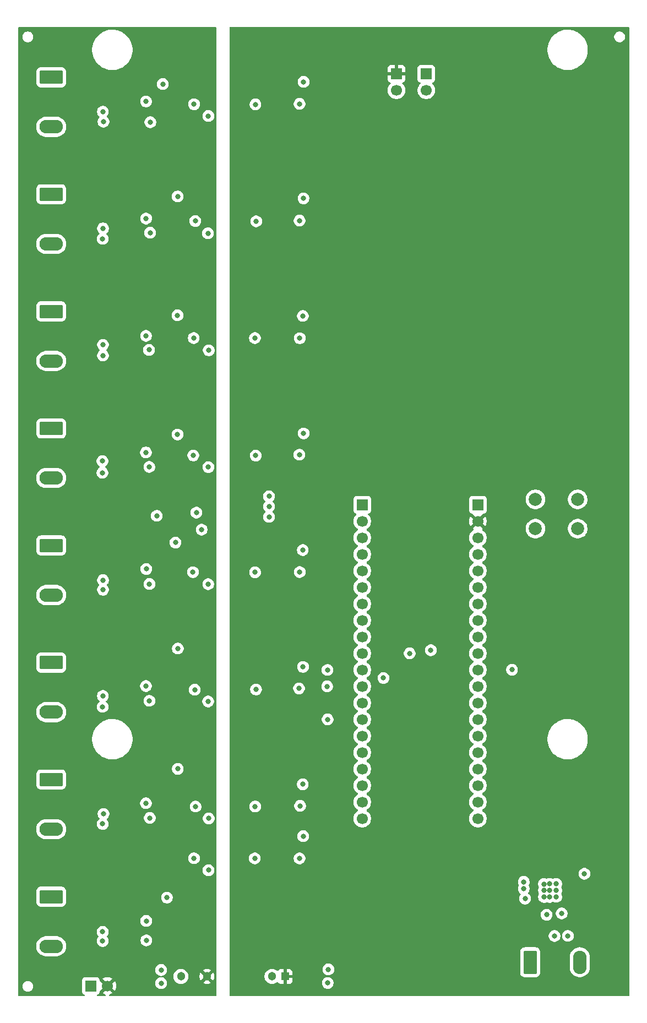
<source format=gbr>
%TF.GenerationSoftware,KiCad,Pcbnew,9.0.5*%
%TF.CreationDate,2025-12-25T13:02:37+01:00*%
%TF.ProjectId,leak_current_detector,6c65616b-5f63-4757-9272-656e745f6465,0.1*%
%TF.SameCoordinates,Original*%
%TF.FileFunction,Copper,L4,Inr*%
%TF.FilePolarity,Positive*%
%FSLAX46Y46*%
G04 Gerber Fmt 4.6, Leading zero omitted, Abs format (unit mm)*
G04 Created by KiCad (PCBNEW 9.0.5) date 2025-12-25 13:02:37*
%MOMM*%
%LPD*%
G01*
G04 APERTURE LIST*
G04 Aperture macros list*
%AMRoundRect*
0 Rectangle with rounded corners*
0 $1 Rounding radius*
0 $2 $3 $4 $5 $6 $7 $8 $9 X,Y pos of 4 corners*
0 Add a 4 corners polygon primitive as box body*
4,1,4,$2,$3,$4,$5,$6,$7,$8,$9,$2,$3,0*
0 Add four circle primitives for the rounded corners*
1,1,$1+$1,$2,$3*
1,1,$1+$1,$4,$5*
1,1,$1+$1,$6,$7*
1,1,$1+$1,$8,$9*
0 Add four rect primitives between the rounded corners*
20,1,$1+$1,$2,$3,$4,$5,0*
20,1,$1+$1,$4,$5,$6,$7,0*
20,1,$1+$1,$6,$7,$8,$9,0*
20,1,$1+$1,$8,$9,$2,$3,0*%
G04 Aperture macros list end*
%TA.AperFunction,ComponentPad*%
%ADD10RoundRect,0.250001X-1.549999X0.799999X-1.549999X-0.799999X1.549999X-0.799999X1.549999X0.799999X0*%
%TD*%
%TA.AperFunction,ComponentPad*%
%ADD11O,3.600000X2.100000*%
%TD*%
%TA.AperFunction,ComponentPad*%
%ADD12RoundRect,0.250001X-0.799999X-1.549999X0.799999X-1.549999X0.799999X1.549999X-0.799999X1.549999X0*%
%TD*%
%TA.AperFunction,ComponentPad*%
%ADD13O,2.100000X3.600000*%
%TD*%
%TA.AperFunction,ComponentPad*%
%ADD14R,1.700000X1.700000*%
%TD*%
%TA.AperFunction,ComponentPad*%
%ADD15C,1.700000*%
%TD*%
%TA.AperFunction,ComponentPad*%
%ADD16C,2.000000*%
%TD*%
%TA.AperFunction,ComponentPad*%
%ADD17R,1.303000X1.303000*%
%TD*%
%TA.AperFunction,ComponentPad*%
%ADD18C,1.303000*%
%TD*%
%TA.AperFunction,ViaPad*%
%ADD19C,0.800000*%
%TD*%
G04 APERTURE END LIST*
D10*
%TO.N,/FEE_4/signal*%
%TO.C,J4*%
X30602500Y-87215000D03*
D11*
%TO.N,Net-(J4-Pin_2)*%
X30602500Y-94835000D03*
%TD*%
D10*
%TO.N,/FEE_3/signal*%
%TO.C,J3*%
X30602500Y-69215000D03*
D11*
%TO.N,Net-(J3-Pin_2)*%
X30602500Y-76835000D03*
%TD*%
D12*
%TO.N,GND*%
%TO.C,J9*%
X104255000Y-169302500D03*
D13*
%TO.N,powerIn*%
X111875000Y-169302500D03*
%TD*%
D14*
%TO.N,+3V3A*%
%TO.C,J14*%
X36705000Y-172940000D03*
D15*
%TO.N,GNDA*%
X39245000Y-172940000D03*
%TD*%
D14*
%TO.N,unconnected-(J11-Pin_1-Pad1)*%
%TO.C,J11*%
X96210000Y-98950000D03*
D15*
%TO.N,+5V*%
X96210000Y-101490000D03*
%TO.N,GND*%
X96210000Y-104030000D03*
%TO.N,unconnected-(J11-Pin_4-Pad4)*%
X96210000Y-106570000D03*
%TO.N,+3V3*%
X96210000Y-109110000D03*
%TO.N,unconnected-(J11-Pin_6-Pad6)*%
X96210000Y-111650000D03*
%TO.N,unconnected-(J11-Pin_7-Pad7)*%
X96210000Y-114190000D03*
%TO.N,GND*%
X96210000Y-116730000D03*
%TO.N,unconnected-(J11-Pin_9-Pad9)*%
X96210000Y-119270000D03*
%TO.N,unconnected-(J11-Pin_10-Pad10)*%
X96210000Y-121810000D03*
%TO.N,Net-(J11-Pin_11)*%
X96210000Y-124350000D03*
%TO.N,unconnected-(J11-Pin_12-Pad12)*%
X96210000Y-126890000D03*
%TO.N,unconnected-(J11-Pin_13-Pad13)*%
X96210000Y-129430000D03*
%TO.N,GND*%
X96210000Y-131970000D03*
%TO.N,unconnected-(J11-Pin_15-Pad15)*%
X96210000Y-134510000D03*
%TO.N,unconnected-(J11-Pin_16-Pad16)*%
X96210000Y-137050000D03*
%TO.N,unconnected-(J11-Pin_17-Pad17)*%
X96210000Y-139590000D03*
%TO.N,GND*%
X96210000Y-142130000D03*
%TO.N,unconnected-(J11-Pin_19-Pad19)*%
X96210000Y-144670000D03*
%TO.N,unconnected-(J11-Pin_20-Pad20)*%
X96210000Y-147210000D03*
%TD*%
D10*
%TO.N,/FEE_7/signal*%
%TO.C,J7*%
X30602500Y-141215000D03*
D11*
%TO.N,Net-(J7-Pin_2)*%
X30602500Y-148835000D03*
%TD*%
D14*
%TO.N,+5V*%
%TO.C,J12*%
X83690000Y-32670000D03*
D15*
%TO.N,GND*%
X83690000Y-35210000D03*
%TD*%
D10*
%TO.N,/FEE_1/signal*%
%TO.C,J1*%
X30602500Y-33215000D03*
D11*
%TO.N,Net-(J1-Pin_2)*%
X30602500Y-40835000D03*
%TD*%
D10*
%TO.N,/FEE_2/signal*%
%TO.C,J2*%
X30602500Y-51215000D03*
D11*
%TO.N,Net-(J2-Pin_2)*%
X30602500Y-58835000D03*
%TD*%
D10*
%TO.N,/FEE_6/signal*%
%TO.C,J6*%
X30602500Y-123215000D03*
D11*
%TO.N,Net-(J6-Pin_2)*%
X30602500Y-130835000D03*
%TD*%
D14*
%TO.N,+3V3*%
%TO.C,J13*%
X88280000Y-32670000D03*
D15*
%TO.N,GND*%
X88280000Y-35210000D03*
%TD*%
D16*
%TO.N,Net-(J11-Pin_11)*%
%TO.C,SW1*%
X105060000Y-98120000D03*
X111560000Y-98120000D03*
%TO.N,GND*%
X105060000Y-102620000D03*
X111560000Y-102620000D03*
%TD*%
D10*
%TO.N,/FEE_8/signal*%
%TO.C,J8*%
X30602500Y-159215000D03*
D11*
%TO.N,Net-(J8-Pin_2)*%
X30602500Y-166835000D03*
%TD*%
D14*
%TO.N,relay_0*%
%TO.C,J10*%
X78430000Y-98950000D03*
D15*
%TO.N,relay_1*%
X78430000Y-101490000D03*
%TO.N,GND*%
X78430000Y-104030000D03*
%TO.N,relay_2*%
X78430000Y-106570000D03*
%TO.N,relay_3*%
X78430000Y-109110000D03*
%TO.N,relay_4*%
X78430000Y-111650000D03*
%TO.N,relay_5*%
X78430000Y-114190000D03*
%TO.N,GND*%
X78430000Y-116730000D03*
%TO.N,relay_6*%
X78430000Y-119270000D03*
%TO.N,relay_7*%
X78430000Y-121810000D03*
%TO.N,Net-(J10-Pin_11)*%
X78430000Y-124350000D03*
%TO.N,Net-(J10-Pin_12)*%
X78430000Y-126890000D03*
%TO.N,GND*%
X78430000Y-129430000D03*
%TO.N,Net-(J10-Pin_14)*%
X78430000Y-131970000D03*
%TO.N,unconnected-(J10-Pin_15-Pad15)*%
X78430000Y-134510000D03*
%TO.N,unconnected-(J10-Pin_16-Pad16)*%
X78430000Y-137050000D03*
%TO.N,unconnected-(J10-Pin_17-Pad17)*%
X78430000Y-139590000D03*
%TO.N,GND*%
X78430000Y-142130000D03*
%TO.N,unconnected-(J10-Pin_19-Pad19)*%
X78430000Y-144670000D03*
%TO.N,unconnected-(J10-Pin_20-Pad20)*%
X78430000Y-147210000D03*
%TD*%
D10*
%TO.N,/FEE_5/signal*%
%TO.C,J5*%
X30602500Y-105215000D03*
D11*
%TO.N,Net-(J5-Pin_2)*%
X30602500Y-112835000D03*
%TD*%
D17*
%TO.N,+5V*%
%TO.C,PS2*%
X66550000Y-171490000D03*
D18*
%TO.N,GND*%
X64550000Y-171490000D03*
%TO.N,GNDA*%
X54550000Y-171490000D03*
%TO.N,+3V3A*%
X50550000Y-171490000D03*
%TD*%
D19*
%TO.N,GNDA*%
X48710000Y-99810000D03*
X34890000Y-39950000D03*
X52550000Y-150820000D03*
X50390000Y-98470000D03*
X46580000Y-37690000D03*
X36810000Y-70800000D03*
X44200000Y-152780000D03*
X44200000Y-153960000D03*
X48970000Y-108870000D03*
X42480000Y-58020000D03*
X52420000Y-88840000D03*
X46690000Y-91620000D03*
X52630000Y-70840000D03*
X51360000Y-57180000D03*
X36080000Y-166870000D03*
X48240000Y-110020000D03*
X48980000Y-53040000D03*
X36620000Y-79210000D03*
X44200000Y-155060000D03*
X43420000Y-111070000D03*
X36670000Y-142610000D03*
X42910000Y-154000000D03*
X36740000Y-52680000D03*
X49020000Y-162660000D03*
X46460000Y-163680000D03*
X35160000Y-93990000D03*
X36410000Y-115170000D03*
X49010000Y-90800000D03*
X49950000Y-101650000D03*
X39920000Y-89740000D03*
X51307250Y-93187250D03*
X46740000Y-109750000D03*
X46890000Y-127670000D03*
X42450000Y-165810000D03*
X51400000Y-155170000D03*
X51400000Y-111160000D03*
X46740000Y-73660000D03*
X51350000Y-75200000D03*
X36620000Y-160820000D03*
X49010000Y-126940000D03*
X36800000Y-43200000D03*
X48220000Y-74040000D03*
X39870000Y-143740000D03*
X43840000Y-170410000D03*
X48230000Y-56080000D03*
X35050000Y-75990000D03*
X36680000Y-34620000D03*
X43320000Y-129020000D03*
X43780000Y-172520000D03*
X36760000Y-88760000D03*
X39790000Y-107790000D03*
X39940000Y-71720000D03*
X52570000Y-124880000D03*
X43430000Y-39080000D03*
X52490000Y-34820000D03*
X40100000Y-161720000D03*
X46780000Y-166000000D03*
X39750000Y-35750000D03*
X35080000Y-57990000D03*
X35150000Y-129970000D03*
X48240000Y-146010000D03*
X39900000Y-53770000D03*
X36570000Y-151190000D03*
X36710000Y-124710000D03*
X36590000Y-61190000D03*
X39830000Y-125740000D03*
X51370000Y-129170000D03*
X35150000Y-111970000D03*
X52790000Y-142817250D03*
X42520000Y-93960000D03*
X50530000Y-102570000D03*
X51440000Y-39160000D03*
X46800000Y-55680000D03*
X48385000Y-39190000D03*
X48240000Y-127930000D03*
X45380000Y-153960000D03*
X48610000Y-70710000D03*
X52590000Y-106780000D03*
X36620000Y-169240000D03*
X48180000Y-92020000D03*
X46940000Y-145650000D03*
X35200000Y-147970000D03*
X36600000Y-133220000D03*
X43410000Y-147050000D03*
X50080000Y-35810000D03*
X36610000Y-97160000D03*
X52530000Y-52800000D03*
%TO.N,GND*%
X108260000Y-158260000D03*
X69320000Y-123880000D03*
X68780000Y-153330000D03*
X68760000Y-91250000D03*
X88980000Y-121320000D03*
X69280000Y-141940000D03*
X108000000Y-165260000D03*
X69420000Y-33910000D03*
X81690000Y-125590000D03*
X69410000Y-87980000D03*
X106360000Y-158260000D03*
X68790000Y-55260000D03*
X106360000Y-157270000D03*
X103270000Y-158020000D03*
X107240000Y-159260000D03*
X108260000Y-159240000D03*
X106370000Y-159260000D03*
X112600000Y-155700000D03*
X69280000Y-105920000D03*
X108260000Y-157250000D03*
X73220000Y-170400000D03*
X68710000Y-127200000D03*
X69350000Y-149910000D03*
X69300000Y-69920000D03*
X68790000Y-37310000D03*
X68820000Y-73340000D03*
X107240000Y-158260000D03*
X110050000Y-165250000D03*
X107240000Y-157260000D03*
X68820000Y-109300000D03*
X103460000Y-159530000D03*
X68880000Y-145250000D03*
X69400000Y-51840000D03*
X73120000Y-172490000D03*
X103270000Y-156940000D03*
%TO.N,powerIn*%
X109097500Y-161790000D03*
X106767500Y-161990000D03*
%TO.N,+5V*%
X69420000Y-170410000D03*
X108577500Y-154600000D03*
X110217500Y-155900000D03*
X107227500Y-154570000D03*
X109567500Y-154370000D03*
X69470000Y-172460000D03*
%TO.N,+3V3A*%
X54830000Y-75200000D03*
X38540000Y-38510000D03*
X54790000Y-155150000D03*
X38470000Y-94030000D03*
X54710000Y-57210000D03*
X45210000Y-162940000D03*
X45170000Y-126830000D03*
X54820000Y-147190000D03*
X45170000Y-144850000D03*
X38570000Y-56450000D03*
X47500000Y-172510000D03*
X52570000Y-153310000D03*
X38520000Y-58050000D03*
X54740000Y-129200000D03*
X45220000Y-108820000D03*
X52750000Y-55310000D03*
X53740000Y-102780000D03*
X38480000Y-92240000D03*
X45700000Y-129100000D03*
X45770000Y-147110000D03*
X38520000Y-166040000D03*
X38560000Y-112030000D03*
X45820000Y-57120000D03*
X54760000Y-93160000D03*
X38520000Y-148030000D03*
X38560000Y-76000000D03*
X52670000Y-127390000D03*
X45230000Y-165940000D03*
X54750000Y-111160000D03*
X52510000Y-73320000D03*
X38510000Y-130030000D03*
X52390000Y-109320000D03*
X47500000Y-170490000D03*
X45190000Y-54950000D03*
X38570000Y-110540000D03*
X52450000Y-91370000D03*
X45180000Y-36930000D03*
X38560000Y-74360000D03*
X38540000Y-128360000D03*
X45640000Y-75140000D03*
X52920000Y-100160000D03*
X45710000Y-111140000D03*
X45690000Y-93130000D03*
X54770000Y-39170000D03*
X45180000Y-72980000D03*
X45170000Y-90910000D03*
X45855000Y-40120000D03*
X52800000Y-145357250D03*
X38520000Y-164630000D03*
X38640000Y-146490000D03*
X38640000Y-40040000D03*
X52570000Y-37360000D03*
%TO.N,relay_7*%
X85720000Y-121800000D03*
%TO.N,Net-(J10-Pin_11)*%
X64090000Y-100810000D03*
%TO.N,Net-(J10-Pin_12)*%
X64090000Y-99230000D03*
%TO.N,Net-(J10-Pin_14)*%
X64090000Y-97660000D03*
%TO.N,+3V3*%
X61900000Y-153330000D03*
X62130000Y-55370000D03*
X101450000Y-124330000D03*
X62090000Y-127360000D03*
X73110000Y-131960000D03*
X62050000Y-91380000D03*
X61920000Y-73320000D03*
X73040000Y-126880000D03*
X73070000Y-124360000D03*
X61950000Y-109340000D03*
X61970000Y-145350000D03*
X62000000Y-37390000D03*
%TO.N,OUT*%
X50040000Y-51540000D03*
X47760000Y-34260000D03*
X49710000Y-104760000D03*
X46830000Y-100650000D03*
X50020000Y-69820000D03*
X50020000Y-88150000D03*
X48400000Y-159360000D03*
X50070000Y-121060000D03*
X50060000Y-139570000D03*
%TD*%
%TA.AperFunction,Conductor*%
%TO.N,GNDA*%
G36*
X55943039Y-25520185D02*
G01*
X55988794Y-25572989D01*
X56000000Y-25624500D01*
X56000000Y-174375500D01*
X55980315Y-174442539D01*
X55927511Y-174488294D01*
X55876000Y-174499500D01*
X39596950Y-174499500D01*
X39529911Y-174479815D01*
X39484156Y-174427011D01*
X39474212Y-174357853D01*
X39503237Y-174294297D01*
X39558632Y-174257569D01*
X39763217Y-174191095D01*
X39952554Y-174094622D01*
X40006716Y-174055270D01*
X40006717Y-174055270D01*
X39374408Y-173422962D01*
X39437993Y-173405925D01*
X39552007Y-173340099D01*
X39645099Y-173247007D01*
X39710925Y-173132993D01*
X39727962Y-173069408D01*
X40360270Y-173701717D01*
X40360270Y-173701716D01*
X40399622Y-173647554D01*
X40496095Y-173458217D01*
X40561757Y-173256130D01*
X40561757Y-173256127D01*
X40595000Y-173046246D01*
X40595000Y-172833753D01*
X40561757Y-172623872D01*
X40561757Y-172623869D01*
X40496095Y-172421782D01*
X40399624Y-172232449D01*
X40360270Y-172178282D01*
X40360269Y-172178282D01*
X39727962Y-172810590D01*
X39710925Y-172747007D01*
X39645099Y-172632993D01*
X39552007Y-172539901D01*
X39437993Y-172474075D01*
X39374409Y-172457037D01*
X40006716Y-171824728D01*
X39952550Y-171785375D01*
X39763217Y-171688904D01*
X39561129Y-171623242D01*
X39351246Y-171590000D01*
X39138754Y-171590000D01*
X38928872Y-171623242D01*
X38928869Y-171623242D01*
X38726782Y-171688904D01*
X38537439Y-171785380D01*
X38483282Y-171824727D01*
X38483282Y-171824728D01*
X39115591Y-172457037D01*
X39052007Y-172474075D01*
X38937993Y-172539901D01*
X38844901Y-172632993D01*
X38779075Y-172747007D01*
X38762037Y-172810591D01*
X38091818Y-172140372D01*
X38058333Y-172079049D01*
X38058330Y-172079036D01*
X38055499Y-172066015D01*
X38055499Y-172042128D01*
X38049091Y-171982517D01*
X38007125Y-171870000D01*
X37998798Y-171847673D01*
X37998793Y-171847664D01*
X37912547Y-171732455D01*
X37912544Y-171732452D01*
X37797335Y-171646206D01*
X37797328Y-171646202D01*
X37662482Y-171595908D01*
X37662483Y-171595908D01*
X37602883Y-171589501D01*
X37602881Y-171589500D01*
X37602873Y-171589500D01*
X37602864Y-171589500D01*
X35807129Y-171589500D01*
X35807123Y-171589501D01*
X35747516Y-171595908D01*
X35612671Y-171646202D01*
X35612664Y-171646206D01*
X35497455Y-171732452D01*
X35497452Y-171732455D01*
X35411206Y-171847664D01*
X35411202Y-171847671D01*
X35360908Y-171982517D01*
X35354501Y-172042116D01*
X35354500Y-172042135D01*
X35354500Y-173837870D01*
X35354501Y-173837876D01*
X35360908Y-173897483D01*
X35411202Y-174032328D01*
X35411206Y-174032335D01*
X35497452Y-174147544D01*
X35497455Y-174147547D01*
X35612664Y-174233793D01*
X35612671Y-174233797D01*
X35681096Y-174259318D01*
X35737030Y-174301189D01*
X35761447Y-174366653D01*
X35746595Y-174434926D01*
X35697190Y-174484332D01*
X35637763Y-174499500D01*
X25624500Y-174499500D01*
X25557461Y-174479815D01*
X25511706Y-174427011D01*
X25500500Y-174375500D01*
X25500500Y-172918592D01*
X26173500Y-172918592D01*
X26173500Y-173081407D01*
X26205259Y-173241073D01*
X26205262Y-173241082D01*
X26267562Y-173391490D01*
X26267563Y-173391492D01*
X26358015Y-173526862D01*
X26358018Y-173526866D01*
X26473133Y-173641981D01*
X26473137Y-173641984D01*
X26608505Y-173732435D01*
X26608506Y-173732435D01*
X26608507Y-173732436D01*
X26608509Y-173732437D01*
X26675717Y-173760275D01*
X26758919Y-173794738D01*
X26758921Y-173794738D01*
X26758926Y-173794740D01*
X26918592Y-173826499D01*
X26918595Y-173826500D01*
X26918597Y-173826500D01*
X27081405Y-173826500D01*
X27081406Y-173826499D01*
X27134629Y-173815912D01*
X27241073Y-173794740D01*
X27241076Y-173794738D01*
X27241081Y-173794738D01*
X27391495Y-173732435D01*
X27526863Y-173641984D01*
X27641984Y-173526863D01*
X27732435Y-173391495D01*
X27794738Y-173241081D01*
X27826500Y-173081403D01*
X27826500Y-172918597D01*
X27826500Y-172918594D01*
X27826499Y-172918592D01*
X27794740Y-172758926D01*
X27794737Y-172758917D01*
X27732437Y-172608509D01*
X27732436Y-172608507D01*
X27725878Y-172598693D01*
X27641984Y-172473137D01*
X27641981Y-172473133D01*
X27526866Y-172358018D01*
X27526862Y-172358015D01*
X27391492Y-172267563D01*
X27391490Y-172267562D01*
X27241082Y-172205262D01*
X27241073Y-172205259D01*
X27081406Y-172173500D01*
X27081403Y-172173500D01*
X26918597Y-172173500D01*
X26918594Y-172173500D01*
X26758926Y-172205259D01*
X26758917Y-172205262D01*
X26608509Y-172267562D01*
X26608507Y-172267563D01*
X26473137Y-172358015D01*
X26473133Y-172358018D01*
X26358018Y-172473133D01*
X26358015Y-172473137D01*
X26267563Y-172608507D01*
X26267562Y-172608509D01*
X26205262Y-172758917D01*
X26205259Y-172758926D01*
X26173500Y-172918592D01*
X25500500Y-172918592D01*
X25500500Y-170401304D01*
X46599500Y-170401304D01*
X46599500Y-170578695D01*
X46634103Y-170752658D01*
X46634106Y-170752667D01*
X46701983Y-170916540D01*
X46701990Y-170916553D01*
X46800535Y-171064034D01*
X46800538Y-171064038D01*
X46925961Y-171189461D01*
X46925965Y-171189464D01*
X47073446Y-171288009D01*
X47073459Y-171288016D01*
X47196363Y-171338923D01*
X47237334Y-171355894D01*
X47264233Y-171361244D01*
X47350390Y-171378383D01*
X47412301Y-171410768D01*
X47446875Y-171471484D01*
X47443135Y-171541253D01*
X47402268Y-171597925D01*
X47350390Y-171621617D01*
X47237340Y-171644104D01*
X47237332Y-171644106D01*
X47073459Y-171711983D01*
X47073446Y-171711990D01*
X46925965Y-171810535D01*
X46925961Y-171810538D01*
X46800538Y-171935961D01*
X46800535Y-171935965D01*
X46701990Y-172083446D01*
X46701983Y-172083459D01*
X46634106Y-172247332D01*
X46634103Y-172247341D01*
X46599500Y-172421304D01*
X46599500Y-172598695D01*
X46634103Y-172772658D01*
X46634106Y-172772667D01*
X46701983Y-172936540D01*
X46701990Y-172936553D01*
X46800535Y-173084034D01*
X46800538Y-173084038D01*
X46925961Y-173209461D01*
X46925965Y-173209464D01*
X47073446Y-173308009D01*
X47073459Y-173308016D01*
X47150916Y-173340099D01*
X47237334Y-173375894D01*
X47237336Y-173375894D01*
X47237341Y-173375896D01*
X47411304Y-173410499D01*
X47411307Y-173410500D01*
X47411309Y-173410500D01*
X47588693Y-173410500D01*
X47588694Y-173410499D01*
X47646682Y-173398964D01*
X47762658Y-173375896D01*
X47762661Y-173375894D01*
X47762666Y-173375894D01*
X47926547Y-173308013D01*
X48074035Y-173209464D01*
X48199464Y-173084035D01*
X48298013Y-172936547D01*
X48365894Y-172772666D01*
X48368629Y-172758919D01*
X48395492Y-172623869D01*
X48400500Y-172598691D01*
X48400500Y-172421309D01*
X48400500Y-172421306D01*
X48400499Y-172421304D01*
X48365896Y-172247341D01*
X48365893Y-172247332D01*
X48363054Y-172240479D01*
X48335311Y-172173500D01*
X48298016Y-172083459D01*
X48298009Y-172083446D01*
X48199464Y-171935965D01*
X48199461Y-171935961D01*
X48074038Y-171810538D01*
X48074034Y-171810535D01*
X47926553Y-171711990D01*
X47926540Y-171711983D01*
X47762667Y-171644106D01*
X47762658Y-171644103D01*
X47649610Y-171621617D01*
X47587699Y-171589232D01*
X47553124Y-171528516D01*
X47556864Y-171458747D01*
X47597731Y-171402075D01*
X47603742Y-171399330D01*
X49398000Y-171399330D01*
X49398000Y-171580669D01*
X49426365Y-171759757D01*
X49426366Y-171759761D01*
X49462185Y-171870000D01*
X49482401Y-171932216D01*
X49538398Y-172042116D01*
X49564721Y-172093779D01*
X49671304Y-172240477D01*
X49799523Y-172368696D01*
X49946221Y-172475279D01*
X50107786Y-172557600D01*
X50280239Y-172613634D01*
X50344861Y-172623869D01*
X50459331Y-172642000D01*
X50459336Y-172642000D01*
X50640669Y-172642000D01*
X50755139Y-172623869D01*
X50819761Y-172613634D01*
X50992214Y-172557600D01*
X51153779Y-172475279D01*
X51300477Y-172368696D01*
X51428696Y-172240477D01*
X51535279Y-172093779D01*
X51617600Y-171932214D01*
X51673634Y-171759761D01*
X51686241Y-171680162D01*
X51702000Y-171580669D01*
X51702000Y-171399370D01*
X53398500Y-171399370D01*
X53398500Y-171580629D01*
X53426852Y-171759640D01*
X53482864Y-171932025D01*
X53565150Y-172093520D01*
X53576837Y-172109606D01*
X53576838Y-172109606D01*
X54170000Y-171516445D01*
X54170000Y-171540028D01*
X54195896Y-171636675D01*
X54245924Y-171723325D01*
X54316675Y-171794076D01*
X54403325Y-171844104D01*
X54499972Y-171870000D01*
X54523553Y-171870000D01*
X53930391Y-172463160D01*
X53930392Y-172463161D01*
X53946478Y-172474848D01*
X54107974Y-172557135D01*
X54280359Y-172613147D01*
X54280358Y-172613147D01*
X54459371Y-172641500D01*
X54640629Y-172641500D01*
X54819640Y-172613147D01*
X54992025Y-172557135D01*
X55153514Y-172474853D01*
X55169607Y-172463160D01*
X54576448Y-171870000D01*
X54600028Y-171870000D01*
X54696675Y-171844104D01*
X54783325Y-171794076D01*
X54854076Y-171723325D01*
X54904104Y-171636675D01*
X54930000Y-171540028D01*
X54930000Y-171516446D01*
X55523160Y-172109606D01*
X55534853Y-172093514D01*
X55617135Y-171932025D01*
X55673147Y-171759640D01*
X55701500Y-171580629D01*
X55701500Y-171399370D01*
X55673147Y-171220359D01*
X55617135Y-171047974D01*
X55534848Y-170886478D01*
X55523161Y-170870392D01*
X55523160Y-170870391D01*
X54930000Y-171463551D01*
X54930000Y-171439972D01*
X54904104Y-171343325D01*
X54854076Y-171256675D01*
X54783325Y-171185924D01*
X54696675Y-171135896D01*
X54600028Y-171110000D01*
X54576447Y-171110000D01*
X55169606Y-170516838D01*
X55169606Y-170516837D01*
X55153520Y-170505150D01*
X54992025Y-170422864D01*
X54819640Y-170366852D01*
X54819641Y-170366852D01*
X54640629Y-170338500D01*
X54459371Y-170338500D01*
X54280359Y-170366852D01*
X54107974Y-170422864D01*
X53946484Y-170505147D01*
X53930392Y-170516837D01*
X53930392Y-170516838D01*
X54523554Y-171110000D01*
X54499972Y-171110000D01*
X54403325Y-171135896D01*
X54316675Y-171185924D01*
X54245924Y-171256675D01*
X54195896Y-171343325D01*
X54170000Y-171439972D01*
X54170000Y-171463554D01*
X53576838Y-170870392D01*
X53576837Y-170870392D01*
X53565147Y-170886484D01*
X53482864Y-171047974D01*
X53426852Y-171220359D01*
X53398500Y-171399370D01*
X51702000Y-171399370D01*
X51702000Y-171399330D01*
X51673634Y-171220242D01*
X51673634Y-171220239D01*
X51617600Y-171047786D01*
X51535279Y-170886221D01*
X51428696Y-170739523D01*
X51300477Y-170611304D01*
X51153779Y-170504721D01*
X50992214Y-170422400D01*
X50819761Y-170366366D01*
X50819759Y-170366365D01*
X50819757Y-170366365D01*
X50640669Y-170338000D01*
X50640664Y-170338000D01*
X50459336Y-170338000D01*
X50459331Y-170338000D01*
X50280242Y-170366365D01*
X50107783Y-170422401D01*
X49946220Y-170504721D01*
X49929543Y-170516838D01*
X49799523Y-170611304D01*
X49799521Y-170611306D01*
X49799520Y-170611306D01*
X49671306Y-170739520D01*
X49671306Y-170739521D01*
X49671304Y-170739523D01*
X49625531Y-170802523D01*
X49564721Y-170886220D01*
X49482401Y-171047783D01*
X49426365Y-171220242D01*
X49398000Y-171399330D01*
X47603742Y-171399330D01*
X47649610Y-171378383D01*
X47762658Y-171355896D01*
X47762661Y-171355894D01*
X47762666Y-171355894D01*
X47926547Y-171288013D01*
X48074035Y-171189464D01*
X48199464Y-171064035D01*
X48298013Y-170916547D01*
X48365894Y-170752666D01*
X48368509Y-170739523D01*
X48400499Y-170578695D01*
X48400500Y-170578693D01*
X48400500Y-170401306D01*
X48400499Y-170401304D01*
X48365896Y-170227341D01*
X48365893Y-170227332D01*
X48298016Y-170063459D01*
X48298009Y-170063446D01*
X48199464Y-169915965D01*
X48199461Y-169915961D01*
X48074038Y-169790538D01*
X48074034Y-169790535D01*
X47926553Y-169691990D01*
X47926540Y-169691983D01*
X47762667Y-169624106D01*
X47762658Y-169624103D01*
X47588694Y-169589500D01*
X47588691Y-169589500D01*
X47411309Y-169589500D01*
X47411306Y-169589500D01*
X47237341Y-169624103D01*
X47237332Y-169624106D01*
X47073459Y-169691983D01*
X47073446Y-169691990D01*
X46925965Y-169790535D01*
X46925961Y-169790538D01*
X46800538Y-169915961D01*
X46800535Y-169915965D01*
X46701990Y-170063446D01*
X46701983Y-170063459D01*
X46634106Y-170227332D01*
X46634103Y-170227341D01*
X46599500Y-170401304D01*
X25500500Y-170401304D01*
X25500500Y-166712973D01*
X28302000Y-166712973D01*
X28302000Y-166957026D01*
X28340178Y-167198072D01*
X28415597Y-167430187D01*
X28526396Y-167647642D01*
X28669839Y-167845076D01*
X28669843Y-167845081D01*
X28842418Y-168017656D01*
X28842423Y-168017660D01*
X29014636Y-168142779D01*
X29039861Y-168161106D01*
X29257315Y-168271904D01*
X29489424Y-168347321D01*
X29730473Y-168385500D01*
X29730474Y-168385500D01*
X31474526Y-168385500D01*
X31474527Y-168385500D01*
X31715576Y-168347321D01*
X31947685Y-168271904D01*
X32165139Y-168161106D01*
X32362583Y-168017655D01*
X32535155Y-167845083D01*
X32678606Y-167647639D01*
X32789404Y-167430185D01*
X32864821Y-167198076D01*
X32903000Y-166957027D01*
X32903000Y-166712973D01*
X32864821Y-166471924D01*
X32789404Y-166239815D01*
X32678606Y-166022361D01*
X32626980Y-165951304D01*
X32535160Y-165824923D01*
X32535156Y-165824918D01*
X32362581Y-165652343D01*
X32362576Y-165652339D01*
X32165142Y-165508896D01*
X32165141Y-165508895D01*
X32165139Y-165508894D01*
X31947685Y-165398096D01*
X31715576Y-165322679D01*
X31715574Y-165322678D01*
X31715572Y-165322678D01*
X31547269Y-165296021D01*
X31474527Y-165284500D01*
X29730473Y-165284500D01*
X29674593Y-165293350D01*
X29489427Y-165322678D01*
X29257312Y-165398097D01*
X29039857Y-165508896D01*
X28842423Y-165652339D01*
X28842418Y-165652343D01*
X28669843Y-165824918D01*
X28669839Y-165824923D01*
X28526396Y-166022357D01*
X28415597Y-166239812D01*
X28415596Y-166239814D01*
X28415596Y-166239815D01*
X28341929Y-166466540D01*
X28340180Y-166471922D01*
X28340178Y-166471927D01*
X28302000Y-166712973D01*
X25500500Y-166712973D01*
X25500500Y-164541304D01*
X37619500Y-164541304D01*
X37619500Y-164718695D01*
X37654103Y-164892658D01*
X37654106Y-164892667D01*
X37721983Y-165056540D01*
X37721990Y-165056553D01*
X37820535Y-165204034D01*
X37820538Y-165204038D01*
X37863819Y-165247319D01*
X37897304Y-165308642D01*
X37892320Y-165378334D01*
X37863819Y-165422681D01*
X37820538Y-165465961D01*
X37820535Y-165465965D01*
X37721990Y-165613446D01*
X37721983Y-165613459D01*
X37654106Y-165777332D01*
X37654103Y-165777341D01*
X37619500Y-165951304D01*
X37619500Y-166128695D01*
X37654103Y-166302658D01*
X37654106Y-166302667D01*
X37721983Y-166466540D01*
X37721990Y-166466553D01*
X37820535Y-166614034D01*
X37820538Y-166614038D01*
X37945961Y-166739461D01*
X37945965Y-166739464D01*
X38093446Y-166838009D01*
X38093459Y-166838016D01*
X38216363Y-166888923D01*
X38257334Y-166905894D01*
X38257336Y-166905894D01*
X38257341Y-166905896D01*
X38431304Y-166940499D01*
X38431307Y-166940500D01*
X38431309Y-166940500D01*
X38608693Y-166940500D01*
X38608694Y-166940499D01*
X38666682Y-166928964D01*
X38782658Y-166905896D01*
X38782661Y-166905894D01*
X38782666Y-166905894D01*
X38946547Y-166838013D01*
X39094035Y-166739464D01*
X39219464Y-166614035D01*
X39318013Y-166466547D01*
X39385894Y-166302666D01*
X39420500Y-166128691D01*
X39420500Y-165951309D01*
X39420500Y-165951306D01*
X39404209Y-165869409D01*
X39404209Y-165869408D01*
X39400608Y-165851304D01*
X44329500Y-165851304D01*
X44329500Y-166028695D01*
X44364103Y-166202658D01*
X44364106Y-166202667D01*
X44431983Y-166366540D01*
X44431990Y-166366553D01*
X44530535Y-166514034D01*
X44530538Y-166514038D01*
X44655961Y-166639461D01*
X44655965Y-166639464D01*
X44803446Y-166738009D01*
X44803459Y-166738016D01*
X44926363Y-166788923D01*
X44967334Y-166805894D01*
X44967336Y-166805894D01*
X44967341Y-166805896D01*
X45141304Y-166840499D01*
X45141307Y-166840500D01*
X45141309Y-166840500D01*
X45318693Y-166840500D01*
X45318694Y-166840499D01*
X45376682Y-166828964D01*
X45492658Y-166805896D01*
X45492661Y-166805894D01*
X45492666Y-166805894D01*
X45656547Y-166738013D01*
X45804035Y-166639464D01*
X45929464Y-166514035D01*
X46028013Y-166366547D01*
X46095894Y-166202666D01*
X46130500Y-166028691D01*
X46130500Y-165851309D01*
X46130500Y-165851306D01*
X46130499Y-165851304D01*
X46095896Y-165677341D01*
X46095893Y-165677332D01*
X46085542Y-165652343D01*
X46069431Y-165613446D01*
X46028016Y-165513459D01*
X46028009Y-165513446D01*
X45929464Y-165365965D01*
X45929461Y-165365961D01*
X45804038Y-165240538D01*
X45804034Y-165240535D01*
X45656553Y-165141990D01*
X45656540Y-165141983D01*
X45492667Y-165074106D01*
X45492658Y-165074103D01*
X45318694Y-165039500D01*
X45318691Y-165039500D01*
X45141309Y-165039500D01*
X45141306Y-165039500D01*
X44967341Y-165074103D01*
X44967332Y-165074106D01*
X44803459Y-165141983D01*
X44803446Y-165141990D01*
X44655965Y-165240535D01*
X44655961Y-165240538D01*
X44530538Y-165365961D01*
X44530535Y-165365965D01*
X44431990Y-165513446D01*
X44431983Y-165513459D01*
X44364106Y-165677332D01*
X44364103Y-165677341D01*
X44329500Y-165851304D01*
X39400608Y-165851304D01*
X39385896Y-165777341D01*
X39385893Y-165777332D01*
X39318016Y-165613459D01*
X39318009Y-165613446D01*
X39219464Y-165465965D01*
X39219461Y-165465961D01*
X39176181Y-165422681D01*
X39142696Y-165361358D01*
X39147680Y-165291666D01*
X39176181Y-165247319D01*
X39219461Y-165204038D01*
X39219464Y-165204035D01*
X39318013Y-165056547D01*
X39385894Y-164892666D01*
X39420500Y-164718691D01*
X39420500Y-164541309D01*
X39420500Y-164541306D01*
X39420499Y-164541304D01*
X39385896Y-164367341D01*
X39385893Y-164367332D01*
X39318016Y-164203459D01*
X39318009Y-164203446D01*
X39219464Y-164055965D01*
X39219461Y-164055961D01*
X39094038Y-163930538D01*
X39094034Y-163930535D01*
X38946553Y-163831990D01*
X38946540Y-163831983D01*
X38782667Y-163764106D01*
X38782658Y-163764103D01*
X38608694Y-163729500D01*
X38608691Y-163729500D01*
X38431309Y-163729500D01*
X38431306Y-163729500D01*
X38257341Y-163764103D01*
X38257332Y-163764106D01*
X38093459Y-163831983D01*
X38093446Y-163831990D01*
X37945965Y-163930535D01*
X37945961Y-163930538D01*
X37820538Y-164055961D01*
X37820535Y-164055965D01*
X37721990Y-164203446D01*
X37721983Y-164203459D01*
X37654106Y-164367332D01*
X37654103Y-164367341D01*
X37619500Y-164541304D01*
X25500500Y-164541304D01*
X25500500Y-162851304D01*
X44309500Y-162851304D01*
X44309500Y-163028695D01*
X44344103Y-163202658D01*
X44344106Y-163202667D01*
X44411983Y-163366540D01*
X44411990Y-163366553D01*
X44510535Y-163514034D01*
X44510538Y-163514038D01*
X44635961Y-163639461D01*
X44635965Y-163639464D01*
X44783446Y-163738009D01*
X44783459Y-163738016D01*
X44906363Y-163788923D01*
X44947334Y-163805894D01*
X44947336Y-163805894D01*
X44947341Y-163805896D01*
X45121304Y-163840499D01*
X45121307Y-163840500D01*
X45121309Y-163840500D01*
X45298693Y-163840500D01*
X45298694Y-163840499D01*
X45356682Y-163828964D01*
X45472658Y-163805896D01*
X45472661Y-163805894D01*
X45472666Y-163805894D01*
X45636547Y-163738013D01*
X45784035Y-163639464D01*
X45909464Y-163514035D01*
X46008013Y-163366547D01*
X46075894Y-163202666D01*
X46110500Y-163028691D01*
X46110500Y-162851309D01*
X46110500Y-162851306D01*
X46110499Y-162851304D01*
X46075896Y-162677341D01*
X46075893Y-162677332D01*
X46008016Y-162513459D01*
X46008009Y-162513446D01*
X45909464Y-162365965D01*
X45909461Y-162365961D01*
X45784038Y-162240538D01*
X45784034Y-162240535D01*
X45636553Y-162141990D01*
X45636540Y-162141983D01*
X45472667Y-162074106D01*
X45472658Y-162074103D01*
X45298694Y-162039500D01*
X45298691Y-162039500D01*
X45121309Y-162039500D01*
X45121306Y-162039500D01*
X44947341Y-162074103D01*
X44947332Y-162074106D01*
X44783459Y-162141983D01*
X44783446Y-162141990D01*
X44635965Y-162240535D01*
X44635961Y-162240538D01*
X44510538Y-162365961D01*
X44510535Y-162365965D01*
X44411990Y-162513446D01*
X44411983Y-162513459D01*
X44344106Y-162677332D01*
X44344103Y-162677341D01*
X44309500Y-162851304D01*
X25500500Y-162851304D01*
X25500500Y-158364984D01*
X28302000Y-158364984D01*
X28302000Y-160065015D01*
X28312500Y-160167795D01*
X28312501Y-160167797D01*
X28331753Y-160225896D01*
X28367686Y-160334335D01*
X28367687Y-160334337D01*
X28459786Y-160483651D01*
X28459789Y-160483655D01*
X28583844Y-160607710D01*
X28583848Y-160607713D01*
X28733162Y-160699812D01*
X28733164Y-160699813D01*
X28733166Y-160699814D01*
X28899703Y-160754999D01*
X29002492Y-160765500D01*
X29002497Y-160765500D01*
X32202503Y-160765500D01*
X32202508Y-160765500D01*
X32305297Y-160754999D01*
X32471834Y-160699814D01*
X32621155Y-160607711D01*
X32745211Y-160483655D01*
X32837314Y-160334334D01*
X32892499Y-160167797D01*
X32903000Y-160065008D01*
X32903000Y-159271304D01*
X47499500Y-159271304D01*
X47499500Y-159448695D01*
X47534103Y-159622658D01*
X47534106Y-159622667D01*
X47601983Y-159786540D01*
X47601990Y-159786553D01*
X47700535Y-159934034D01*
X47700538Y-159934038D01*
X47825961Y-160059461D01*
X47825965Y-160059464D01*
X47973446Y-160158009D01*
X47973459Y-160158016D01*
X48096363Y-160208923D01*
X48137334Y-160225894D01*
X48137336Y-160225894D01*
X48137341Y-160225896D01*
X48311304Y-160260499D01*
X48311307Y-160260500D01*
X48311309Y-160260500D01*
X48488693Y-160260500D01*
X48488694Y-160260499D01*
X48546682Y-160248964D01*
X48662658Y-160225896D01*
X48662661Y-160225894D01*
X48662666Y-160225894D01*
X48826547Y-160158013D01*
X48974035Y-160059464D01*
X49099464Y-159934035D01*
X49198013Y-159786547D01*
X49265894Y-159622666D01*
X49300500Y-159448691D01*
X49300500Y-159271309D01*
X49300500Y-159271306D01*
X49300499Y-159271304D01*
X49265896Y-159097341D01*
X49265893Y-159097332D01*
X49198016Y-158933459D01*
X49198009Y-158933446D01*
X49099464Y-158785965D01*
X49099461Y-158785961D01*
X48974038Y-158660538D01*
X48974034Y-158660535D01*
X48826553Y-158561990D01*
X48826540Y-158561983D01*
X48662667Y-158494106D01*
X48662658Y-158494103D01*
X48488694Y-158459500D01*
X48488691Y-158459500D01*
X48311309Y-158459500D01*
X48311306Y-158459500D01*
X48137341Y-158494103D01*
X48137332Y-158494106D01*
X47973459Y-158561983D01*
X47973446Y-158561990D01*
X47825965Y-158660535D01*
X47825961Y-158660538D01*
X47700538Y-158785961D01*
X47700535Y-158785965D01*
X47601990Y-158933446D01*
X47601983Y-158933459D01*
X47534106Y-159097332D01*
X47534103Y-159097341D01*
X47499500Y-159271304D01*
X32903000Y-159271304D01*
X32903000Y-158364992D01*
X32892499Y-158262203D01*
X32837314Y-158095666D01*
X32745211Y-157946345D01*
X32621155Y-157822289D01*
X32621151Y-157822286D01*
X32471837Y-157730187D01*
X32471835Y-157730186D01*
X32388565Y-157702593D01*
X32305297Y-157675001D01*
X32305295Y-157675000D01*
X32202515Y-157664500D01*
X32202508Y-157664500D01*
X29002492Y-157664500D01*
X29002484Y-157664500D01*
X28899704Y-157675000D01*
X28899703Y-157675001D01*
X28733164Y-157730186D01*
X28733162Y-157730187D01*
X28583848Y-157822286D01*
X28583844Y-157822289D01*
X28459789Y-157946344D01*
X28459786Y-157946348D01*
X28367687Y-158095662D01*
X28367686Y-158095664D01*
X28312501Y-158262203D01*
X28312500Y-158262204D01*
X28302000Y-158364984D01*
X25500500Y-158364984D01*
X25500500Y-155061304D01*
X53889500Y-155061304D01*
X53889500Y-155238695D01*
X53924103Y-155412658D01*
X53924106Y-155412667D01*
X53991983Y-155576540D01*
X53991990Y-155576553D01*
X54090535Y-155724034D01*
X54090538Y-155724038D01*
X54215961Y-155849461D01*
X54215965Y-155849464D01*
X54363446Y-155948009D01*
X54363459Y-155948016D01*
X54486363Y-155998923D01*
X54527334Y-156015894D01*
X54527336Y-156015894D01*
X54527341Y-156015896D01*
X54701304Y-156050499D01*
X54701307Y-156050500D01*
X54701309Y-156050500D01*
X54878693Y-156050500D01*
X54878694Y-156050499D01*
X54936682Y-156038964D01*
X55052658Y-156015896D01*
X55052661Y-156015894D01*
X55052666Y-156015894D01*
X55216547Y-155948013D01*
X55364035Y-155849464D01*
X55489464Y-155724035D01*
X55588013Y-155576547D01*
X55655894Y-155412666D01*
X55690500Y-155238691D01*
X55690500Y-155061309D01*
X55690500Y-155061306D01*
X55690499Y-155061304D01*
X55655896Y-154887341D01*
X55655893Y-154887332D01*
X55588016Y-154723459D01*
X55588009Y-154723446D01*
X55489464Y-154575965D01*
X55489461Y-154575961D01*
X55364038Y-154450538D01*
X55364034Y-154450535D01*
X55216553Y-154351990D01*
X55216540Y-154351983D01*
X55052667Y-154284106D01*
X55052658Y-154284103D01*
X54878694Y-154249500D01*
X54878691Y-154249500D01*
X54701309Y-154249500D01*
X54701306Y-154249500D01*
X54527341Y-154284103D01*
X54527332Y-154284106D01*
X54363459Y-154351983D01*
X54363446Y-154351990D01*
X54215965Y-154450535D01*
X54215961Y-154450538D01*
X54090538Y-154575961D01*
X54090535Y-154575965D01*
X53991990Y-154723446D01*
X53991983Y-154723459D01*
X53924106Y-154887332D01*
X53924103Y-154887341D01*
X53889500Y-155061304D01*
X25500500Y-155061304D01*
X25500500Y-153221304D01*
X51669500Y-153221304D01*
X51669500Y-153398695D01*
X51704103Y-153572658D01*
X51704106Y-153572667D01*
X51771983Y-153736540D01*
X51771990Y-153736553D01*
X51870535Y-153884034D01*
X51870538Y-153884038D01*
X51995961Y-154009461D01*
X51995965Y-154009464D01*
X52143446Y-154108009D01*
X52143459Y-154108016D01*
X52266363Y-154158923D01*
X52307334Y-154175894D01*
X52307336Y-154175894D01*
X52307341Y-154175896D01*
X52481304Y-154210499D01*
X52481307Y-154210500D01*
X52481309Y-154210500D01*
X52658693Y-154210500D01*
X52658694Y-154210499D01*
X52716682Y-154198964D01*
X52832658Y-154175896D01*
X52832661Y-154175894D01*
X52832666Y-154175894D01*
X52996547Y-154108013D01*
X53144035Y-154009464D01*
X53269464Y-153884035D01*
X53368013Y-153736547D01*
X53435894Y-153572666D01*
X53470500Y-153398691D01*
X53470500Y-153221309D01*
X53470500Y-153221306D01*
X53470499Y-153221304D01*
X53435896Y-153047341D01*
X53435893Y-153047332D01*
X53368016Y-152883459D01*
X53368009Y-152883446D01*
X53269464Y-152735965D01*
X53269461Y-152735961D01*
X53144038Y-152610538D01*
X53144034Y-152610535D01*
X52996553Y-152511990D01*
X52996540Y-152511983D01*
X52832667Y-152444106D01*
X52832658Y-152444103D01*
X52658694Y-152409500D01*
X52658691Y-152409500D01*
X52481309Y-152409500D01*
X52481306Y-152409500D01*
X52307341Y-152444103D01*
X52307332Y-152444106D01*
X52143459Y-152511983D01*
X52143446Y-152511990D01*
X51995965Y-152610535D01*
X51995961Y-152610538D01*
X51870538Y-152735961D01*
X51870535Y-152735965D01*
X51771990Y-152883446D01*
X51771983Y-152883459D01*
X51704106Y-153047332D01*
X51704103Y-153047341D01*
X51669500Y-153221304D01*
X25500500Y-153221304D01*
X25500500Y-148712973D01*
X28302000Y-148712973D01*
X28302000Y-148957026D01*
X28340178Y-149198072D01*
X28415597Y-149430187D01*
X28526396Y-149647642D01*
X28669839Y-149845076D01*
X28669843Y-149845081D01*
X28842418Y-150017656D01*
X28842423Y-150017660D01*
X29014636Y-150142779D01*
X29039861Y-150161106D01*
X29257315Y-150271904D01*
X29489424Y-150347321D01*
X29730473Y-150385500D01*
X29730474Y-150385500D01*
X31474526Y-150385500D01*
X31474527Y-150385500D01*
X31715576Y-150347321D01*
X31947685Y-150271904D01*
X32165139Y-150161106D01*
X32362583Y-150017655D01*
X32535155Y-149845083D01*
X32678606Y-149647639D01*
X32789404Y-149430185D01*
X32864821Y-149198076D01*
X32903000Y-148957027D01*
X32903000Y-148712973D01*
X32864821Y-148471924D01*
X32789404Y-148239815D01*
X32678606Y-148022361D01*
X32669988Y-148010499D01*
X32668247Y-148008102D01*
X32619716Y-147941304D01*
X37619500Y-147941304D01*
X37619500Y-148118695D01*
X37654103Y-148292658D01*
X37654106Y-148292667D01*
X37721983Y-148456540D01*
X37721990Y-148456553D01*
X37820535Y-148604034D01*
X37820538Y-148604038D01*
X37945961Y-148729461D01*
X37945965Y-148729464D01*
X38093446Y-148828009D01*
X38093459Y-148828016D01*
X38216363Y-148878923D01*
X38257334Y-148895894D01*
X38257336Y-148895894D01*
X38257341Y-148895896D01*
X38431304Y-148930499D01*
X38431307Y-148930500D01*
X38431309Y-148930500D01*
X38608693Y-148930500D01*
X38608694Y-148930499D01*
X38666682Y-148918964D01*
X38782658Y-148895896D01*
X38782661Y-148895894D01*
X38782666Y-148895894D01*
X38946547Y-148828013D01*
X39094035Y-148729464D01*
X39219464Y-148604035D01*
X39318013Y-148456547D01*
X39385894Y-148292666D01*
X39396408Y-148239812D01*
X39420499Y-148118695D01*
X39420500Y-148118693D01*
X39420500Y-147941306D01*
X39420499Y-147941304D01*
X39385896Y-147767341D01*
X39385893Y-147767332D01*
X39384527Y-147764035D01*
X39351391Y-147684035D01*
X39318016Y-147603459D01*
X39318009Y-147603446D01*
X39219464Y-147455965D01*
X39219461Y-147455961D01*
X39164374Y-147400874D01*
X39130889Y-147339551D01*
X39135873Y-147269859D01*
X39177745Y-147213926D01*
X39183166Y-147210090D01*
X39200226Y-147198691D01*
X39214035Y-147189464D01*
X39339464Y-147064035D01*
X39368015Y-147021304D01*
X44869500Y-147021304D01*
X44869500Y-147198695D01*
X44904103Y-147372658D01*
X44904106Y-147372667D01*
X44971983Y-147536540D01*
X44971990Y-147536553D01*
X45070535Y-147684034D01*
X45070538Y-147684038D01*
X45195961Y-147809461D01*
X45195965Y-147809464D01*
X45343446Y-147908009D01*
X45343459Y-147908016D01*
X45466363Y-147958923D01*
X45507334Y-147975894D01*
X45507336Y-147975894D01*
X45507341Y-147975896D01*
X45681304Y-148010499D01*
X45681307Y-148010500D01*
X45681309Y-148010500D01*
X45858693Y-148010500D01*
X45858694Y-148010499D01*
X45916682Y-147998964D01*
X46032658Y-147975896D01*
X46032661Y-147975894D01*
X46032666Y-147975894D01*
X46196547Y-147908013D01*
X46344035Y-147809464D01*
X46469464Y-147684035D01*
X46568013Y-147536547D01*
X46635894Y-147372666D01*
X46645838Y-147322678D01*
X46665716Y-147222743D01*
X46670500Y-147198691D01*
X46670500Y-147101304D01*
X53919500Y-147101304D01*
X53919500Y-147278695D01*
X53954103Y-147452658D01*
X53954106Y-147452667D01*
X54021983Y-147616540D01*
X54021990Y-147616553D01*
X54120535Y-147764034D01*
X54120538Y-147764038D01*
X54245961Y-147889461D01*
X54245965Y-147889464D01*
X54393446Y-147988009D01*
X54393459Y-147988016D01*
X54476377Y-148022361D01*
X54557334Y-148055894D01*
X54557336Y-148055894D01*
X54557341Y-148055896D01*
X54731304Y-148090499D01*
X54731307Y-148090500D01*
X54731309Y-148090500D01*
X54908693Y-148090500D01*
X54908694Y-148090499D01*
X54966682Y-148078964D01*
X55082658Y-148055896D01*
X55082661Y-148055894D01*
X55082666Y-148055894D01*
X55246547Y-147988013D01*
X55394035Y-147889464D01*
X55519464Y-147764035D01*
X55618013Y-147616547D01*
X55685894Y-147452666D01*
X55720500Y-147278691D01*
X55720500Y-147101309D01*
X55720500Y-147101306D01*
X55720499Y-147101304D01*
X55685896Y-146927341D01*
X55685893Y-146927332D01*
X55618016Y-146763459D01*
X55618009Y-146763446D01*
X55519464Y-146615965D01*
X55519461Y-146615961D01*
X55394038Y-146490538D01*
X55394034Y-146490535D01*
X55246553Y-146391990D01*
X55246540Y-146391983D01*
X55082667Y-146324106D01*
X55082658Y-146324103D01*
X54908694Y-146289500D01*
X54908691Y-146289500D01*
X54731309Y-146289500D01*
X54731306Y-146289500D01*
X54557341Y-146324103D01*
X54557332Y-146324106D01*
X54393459Y-146391983D01*
X54393446Y-146391990D01*
X54245965Y-146490535D01*
X54245961Y-146490538D01*
X54120538Y-146615961D01*
X54120535Y-146615965D01*
X54021990Y-146763446D01*
X54021983Y-146763459D01*
X53954106Y-146927332D01*
X53954103Y-146927341D01*
X53919500Y-147101304D01*
X46670500Y-147101304D01*
X46670500Y-147021309D01*
X46670500Y-147021306D01*
X46670499Y-147021304D01*
X46635896Y-146847341D01*
X46635893Y-146847332D01*
X46568016Y-146683459D01*
X46568009Y-146683446D01*
X46469464Y-146535965D01*
X46469461Y-146535961D01*
X46344038Y-146410538D01*
X46344034Y-146410535D01*
X46196553Y-146311990D01*
X46196540Y-146311983D01*
X46032667Y-146244106D01*
X46032658Y-146244103D01*
X45858694Y-146209500D01*
X45858691Y-146209500D01*
X45681309Y-146209500D01*
X45681306Y-146209500D01*
X45507341Y-146244103D01*
X45507332Y-146244106D01*
X45343459Y-146311983D01*
X45343446Y-146311990D01*
X45195965Y-146410535D01*
X45195961Y-146410538D01*
X45070538Y-146535961D01*
X45070535Y-146535965D01*
X44971990Y-146683446D01*
X44971983Y-146683459D01*
X44904106Y-146847332D01*
X44904103Y-146847341D01*
X44869500Y-147021304D01*
X39368015Y-147021304D01*
X39374618Y-147011422D01*
X39418116Y-146946326D01*
X39438009Y-146916553D01*
X39438009Y-146916552D01*
X39438013Y-146916547D01*
X39505894Y-146752666D01*
X39519662Y-146683453D01*
X39540499Y-146578695D01*
X39540500Y-146578693D01*
X39540500Y-146401306D01*
X39540499Y-146401304D01*
X39505896Y-146227341D01*
X39505893Y-146227332D01*
X39438016Y-146063459D01*
X39438009Y-146063446D01*
X39339464Y-145915965D01*
X39339461Y-145915961D01*
X39214038Y-145790538D01*
X39214034Y-145790535D01*
X39066553Y-145691990D01*
X39066540Y-145691983D01*
X38902667Y-145624106D01*
X38902658Y-145624103D01*
X38728694Y-145589500D01*
X38728691Y-145589500D01*
X38551309Y-145589500D01*
X38551306Y-145589500D01*
X38377341Y-145624103D01*
X38377332Y-145624106D01*
X38213459Y-145691983D01*
X38213446Y-145691990D01*
X38065965Y-145790535D01*
X38065961Y-145790538D01*
X37940538Y-145915961D01*
X37940535Y-145915965D01*
X37841990Y-146063446D01*
X37841983Y-146063459D01*
X37774106Y-146227332D01*
X37774103Y-146227341D01*
X37739500Y-146401304D01*
X37739500Y-146578695D01*
X37774103Y-146752658D01*
X37774106Y-146752667D01*
X37841983Y-146916540D01*
X37841990Y-146916553D01*
X37940535Y-147064034D01*
X37940538Y-147064038D01*
X37995625Y-147119125D01*
X38029110Y-147180448D01*
X38024126Y-147250140D01*
X37982254Y-147306073D01*
X37976837Y-147309907D01*
X37945963Y-147330536D01*
X37820538Y-147455961D01*
X37820535Y-147455965D01*
X37721990Y-147603446D01*
X37721983Y-147603459D01*
X37654106Y-147767332D01*
X37654103Y-147767341D01*
X37619500Y-147941304D01*
X32619716Y-147941304D01*
X32535160Y-147824923D01*
X32535156Y-147824918D01*
X32362581Y-147652343D01*
X32362576Y-147652339D01*
X32165142Y-147508896D01*
X32165141Y-147508895D01*
X32165139Y-147508894D01*
X31947685Y-147398096D01*
X31715576Y-147322679D01*
X31715574Y-147322678D01*
X31715572Y-147322678D01*
X31547269Y-147296021D01*
X31474527Y-147284500D01*
X29730473Y-147284500D01*
X29674593Y-147293350D01*
X29489427Y-147322678D01*
X29257312Y-147398097D01*
X29039857Y-147508896D01*
X28842423Y-147652339D01*
X28842418Y-147652343D01*
X28669843Y-147824918D01*
X28669839Y-147824923D01*
X28526396Y-148022357D01*
X28415597Y-148239812D01*
X28340178Y-148471927D01*
X28302000Y-148712973D01*
X25500500Y-148712973D01*
X25500500Y-144761304D01*
X44269500Y-144761304D01*
X44269500Y-144938695D01*
X44304103Y-145112658D01*
X44304106Y-145112667D01*
X44371983Y-145276540D01*
X44371990Y-145276553D01*
X44470535Y-145424034D01*
X44470538Y-145424038D01*
X44595961Y-145549461D01*
X44595965Y-145549464D01*
X44743446Y-145648009D01*
X44743459Y-145648016D01*
X44849607Y-145691983D01*
X44907334Y-145715894D01*
X44907336Y-145715894D01*
X44907341Y-145715896D01*
X45081304Y-145750499D01*
X45081307Y-145750500D01*
X45081309Y-145750500D01*
X45258693Y-145750500D01*
X45258694Y-145750499D01*
X45316682Y-145738964D01*
X45432658Y-145715896D01*
X45432661Y-145715894D01*
X45432666Y-145715894D01*
X45596547Y-145648013D01*
X45744035Y-145549464D01*
X45869464Y-145424035D01*
X45968013Y-145276547D01*
X45971324Y-145268554D01*
X51899500Y-145268554D01*
X51899500Y-145445945D01*
X51934103Y-145619908D01*
X51934106Y-145619917D01*
X52001983Y-145783790D01*
X52001990Y-145783803D01*
X52100535Y-145931284D01*
X52100538Y-145931288D01*
X52225961Y-146056711D01*
X52225965Y-146056714D01*
X52373446Y-146155259D01*
X52373459Y-146155266D01*
X52496363Y-146206173D01*
X52537334Y-146223144D01*
X52537336Y-146223144D01*
X52537341Y-146223146D01*
X52711304Y-146257749D01*
X52711307Y-146257750D01*
X52711309Y-146257750D01*
X52888693Y-146257750D01*
X52888694Y-146257749D01*
X52957299Y-146244103D01*
X53062658Y-146223146D01*
X53062661Y-146223144D01*
X53062666Y-146223144D01*
X53226547Y-146155263D01*
X53374035Y-146056714D01*
X53499464Y-145931285D01*
X53598013Y-145783797D01*
X53665894Y-145619916D01*
X53679909Y-145549461D01*
X53700499Y-145445945D01*
X53700500Y-145445943D01*
X53700500Y-145268556D01*
X53700499Y-145268554D01*
X53665896Y-145094591D01*
X53665893Y-145094582D01*
X53598016Y-144930709D01*
X53598009Y-144930696D01*
X53499464Y-144783215D01*
X53499461Y-144783211D01*
X53374038Y-144657788D01*
X53374034Y-144657785D01*
X53226553Y-144559240D01*
X53226540Y-144559233D01*
X53062667Y-144491356D01*
X53062658Y-144491353D01*
X52888694Y-144456750D01*
X52888691Y-144456750D01*
X52711309Y-144456750D01*
X52711306Y-144456750D01*
X52537341Y-144491353D01*
X52537332Y-144491356D01*
X52373459Y-144559233D01*
X52373446Y-144559240D01*
X52225965Y-144657785D01*
X52225961Y-144657788D01*
X52100538Y-144783211D01*
X52100535Y-144783215D01*
X52001990Y-144930696D01*
X52001983Y-144930709D01*
X51934106Y-145094582D01*
X51934103Y-145094591D01*
X51899500Y-145268554D01*
X45971324Y-145268554D01*
X46035894Y-145112666D01*
X46039490Y-145094591D01*
X46070499Y-144938695D01*
X46070500Y-144938693D01*
X46070500Y-144761306D01*
X46070499Y-144761304D01*
X46035896Y-144587341D01*
X46035893Y-144587332D01*
X45968016Y-144423459D01*
X45968009Y-144423446D01*
X45869464Y-144275965D01*
X45869461Y-144275961D01*
X45744038Y-144150538D01*
X45744034Y-144150535D01*
X45596553Y-144051990D01*
X45596540Y-144051983D01*
X45432667Y-143984106D01*
X45432658Y-143984103D01*
X45258694Y-143949500D01*
X45258691Y-143949500D01*
X45081309Y-143949500D01*
X45081306Y-143949500D01*
X44907341Y-143984103D01*
X44907332Y-143984106D01*
X44743459Y-144051983D01*
X44743446Y-144051990D01*
X44595965Y-144150535D01*
X44595961Y-144150538D01*
X44470538Y-144275961D01*
X44470535Y-144275965D01*
X44371990Y-144423446D01*
X44371983Y-144423459D01*
X44304106Y-144587332D01*
X44304103Y-144587341D01*
X44269500Y-144761304D01*
X25500500Y-144761304D01*
X25500500Y-140364984D01*
X28302000Y-140364984D01*
X28302000Y-142065015D01*
X28312500Y-142167795D01*
X28312501Y-142167796D01*
X28367686Y-142334335D01*
X28367687Y-142334337D01*
X28459786Y-142483651D01*
X28459789Y-142483655D01*
X28583844Y-142607710D01*
X28583848Y-142607713D01*
X28733162Y-142699812D01*
X28733164Y-142699813D01*
X28733166Y-142699814D01*
X28899703Y-142754999D01*
X29002492Y-142765500D01*
X29002497Y-142765500D01*
X32202503Y-142765500D01*
X32202508Y-142765500D01*
X32305297Y-142754999D01*
X32471834Y-142699814D01*
X32621155Y-142607711D01*
X32745211Y-142483655D01*
X32837314Y-142334334D01*
X32892499Y-142167797D01*
X32903000Y-142065008D01*
X32903000Y-140364992D01*
X32892499Y-140262203D01*
X32837314Y-140095666D01*
X32745211Y-139946345D01*
X32621155Y-139822289D01*
X32621151Y-139822286D01*
X32471837Y-139730187D01*
X32471835Y-139730186D01*
X32388565Y-139702593D01*
X32305297Y-139675001D01*
X32305295Y-139675000D01*
X32202515Y-139664500D01*
X32202508Y-139664500D01*
X29002492Y-139664500D01*
X29002484Y-139664500D01*
X28899704Y-139675000D01*
X28899703Y-139675001D01*
X28733164Y-139730186D01*
X28733162Y-139730187D01*
X28583848Y-139822286D01*
X28583844Y-139822289D01*
X28459789Y-139946344D01*
X28459786Y-139946348D01*
X28367687Y-140095662D01*
X28367686Y-140095664D01*
X28312501Y-140262203D01*
X28312500Y-140262204D01*
X28302000Y-140364984D01*
X25500500Y-140364984D01*
X25500500Y-139481304D01*
X49159500Y-139481304D01*
X49159500Y-139658695D01*
X49194103Y-139832658D01*
X49194106Y-139832667D01*
X49261983Y-139996540D01*
X49261990Y-139996553D01*
X49360535Y-140144034D01*
X49360538Y-140144038D01*
X49485961Y-140269461D01*
X49485965Y-140269464D01*
X49633446Y-140368009D01*
X49633459Y-140368016D01*
X49756363Y-140418923D01*
X49797334Y-140435894D01*
X49797336Y-140435894D01*
X49797341Y-140435896D01*
X49971304Y-140470499D01*
X49971307Y-140470500D01*
X49971309Y-140470500D01*
X50148693Y-140470500D01*
X50148694Y-140470499D01*
X50206682Y-140458964D01*
X50322658Y-140435896D01*
X50322661Y-140435894D01*
X50322666Y-140435894D01*
X50486547Y-140368013D01*
X50634035Y-140269464D01*
X50759464Y-140144035D01*
X50858013Y-139996547D01*
X50925894Y-139832666D01*
X50946279Y-139730187D01*
X50957256Y-139675000D01*
X50960500Y-139658691D01*
X50960500Y-139481309D01*
X50960500Y-139481306D01*
X50960499Y-139481304D01*
X50925896Y-139307341D01*
X50925893Y-139307332D01*
X50858016Y-139143459D01*
X50858009Y-139143446D01*
X50759464Y-138995965D01*
X50759461Y-138995961D01*
X50634038Y-138870538D01*
X50634034Y-138870535D01*
X50486553Y-138771990D01*
X50486540Y-138771983D01*
X50322667Y-138704106D01*
X50322658Y-138704103D01*
X50148694Y-138669500D01*
X50148691Y-138669500D01*
X49971309Y-138669500D01*
X49971306Y-138669500D01*
X49797341Y-138704103D01*
X49797332Y-138704106D01*
X49633459Y-138771983D01*
X49633446Y-138771990D01*
X49485965Y-138870535D01*
X49485961Y-138870538D01*
X49360538Y-138995961D01*
X49360535Y-138995965D01*
X49261990Y-139143446D01*
X49261983Y-139143459D01*
X49194106Y-139307332D01*
X49194103Y-139307341D01*
X49159500Y-139481304D01*
X25500500Y-139481304D01*
X25500500Y-134825875D01*
X36899500Y-134825875D01*
X36899500Y-135174124D01*
X36938489Y-135520158D01*
X36938491Y-135520170D01*
X37015982Y-135859684D01*
X37015985Y-135859692D01*
X37130999Y-136188382D01*
X37282092Y-136502130D01*
X37467371Y-136796999D01*
X37467372Y-136797001D01*
X37684487Y-137069256D01*
X37930743Y-137315512D01*
X38202998Y-137532627D01*
X38203001Y-137532628D01*
X38203003Y-137532630D01*
X38497867Y-137717906D01*
X38811621Y-137869002D01*
X39058488Y-137955384D01*
X39140307Y-137984014D01*
X39140315Y-137984017D01*
X39140318Y-137984017D01*
X39140319Y-137984018D01*
X39479829Y-138061509D01*
X39825876Y-138100499D01*
X39825877Y-138100500D01*
X39825880Y-138100500D01*
X40174123Y-138100500D01*
X40174123Y-138100499D01*
X40520171Y-138061509D01*
X40859681Y-137984018D01*
X41188379Y-137869002D01*
X41502133Y-137717906D01*
X41796997Y-137532630D01*
X41797001Y-137532627D01*
X42069256Y-137315512D01*
X42069258Y-137315509D01*
X42069263Y-137315506D01*
X42315506Y-137069263D01*
X42532630Y-136796997D01*
X42717906Y-136502133D01*
X42869002Y-136188379D01*
X42984018Y-135859681D01*
X43061509Y-135520171D01*
X43100500Y-135174120D01*
X43100500Y-134825880D01*
X43061509Y-134479829D01*
X42984018Y-134140319D01*
X42869002Y-133811621D01*
X42717906Y-133497867D01*
X42532630Y-133203003D01*
X42532628Y-133203000D01*
X42532627Y-133202998D01*
X42315512Y-132930743D01*
X42069256Y-132684487D01*
X41797001Y-132467372D01*
X41796999Y-132467371D01*
X41502130Y-132282092D01*
X41188382Y-132130999D01*
X40859692Y-132015985D01*
X40859684Y-132015982D01*
X40605048Y-131957863D01*
X40520171Y-131938491D01*
X40520167Y-131938490D01*
X40520158Y-131938489D01*
X40174124Y-131899500D01*
X40174120Y-131899500D01*
X39825880Y-131899500D01*
X39825875Y-131899500D01*
X39479841Y-131938489D01*
X39479829Y-131938491D01*
X39140315Y-132015982D01*
X39140307Y-132015985D01*
X38811617Y-132130999D01*
X38497869Y-132282092D01*
X38203000Y-132467371D01*
X38202998Y-132467372D01*
X37930743Y-132684487D01*
X37684487Y-132930743D01*
X37467372Y-133202998D01*
X37467371Y-133203000D01*
X37282092Y-133497869D01*
X37130999Y-133811617D01*
X37015985Y-134140307D01*
X37015982Y-134140315D01*
X36938491Y-134479829D01*
X36938489Y-134479841D01*
X36899500Y-134825875D01*
X25500500Y-134825875D01*
X25500500Y-130712973D01*
X28302000Y-130712973D01*
X28302000Y-130957026D01*
X28340178Y-131198072D01*
X28415597Y-131430187D01*
X28526396Y-131647642D01*
X28669839Y-131845076D01*
X28669843Y-131845081D01*
X28842418Y-132017656D01*
X28842423Y-132017660D01*
X28998421Y-132130998D01*
X29039861Y-132161106D01*
X29257315Y-132271904D01*
X29489424Y-132347321D01*
X29730473Y-132385500D01*
X29730474Y-132385500D01*
X31474526Y-132385500D01*
X31474527Y-132385500D01*
X31715576Y-132347321D01*
X31947685Y-132271904D01*
X32165139Y-132161106D01*
X32362583Y-132017655D01*
X32535155Y-131845083D01*
X32678606Y-131647639D01*
X32789404Y-131430185D01*
X32864821Y-131198076D01*
X32903000Y-130957027D01*
X32903000Y-130712973D01*
X32864821Y-130471924D01*
X32789404Y-130239815D01*
X32678606Y-130022361D01*
X32677432Y-130020745D01*
X32668247Y-130008102D01*
X32619716Y-129941304D01*
X37609500Y-129941304D01*
X37609500Y-130118695D01*
X37644103Y-130292658D01*
X37644106Y-130292667D01*
X37711983Y-130456540D01*
X37711990Y-130456553D01*
X37810535Y-130604034D01*
X37810538Y-130604038D01*
X37935961Y-130729461D01*
X37935965Y-130729464D01*
X38083446Y-130828009D01*
X38083459Y-130828016D01*
X38206363Y-130878923D01*
X38247334Y-130895894D01*
X38247336Y-130895894D01*
X38247341Y-130895896D01*
X38421304Y-130930499D01*
X38421307Y-130930500D01*
X38421309Y-130930500D01*
X38598693Y-130930500D01*
X38598694Y-130930499D01*
X38656682Y-130918964D01*
X38772658Y-130895896D01*
X38772661Y-130895894D01*
X38772666Y-130895894D01*
X38936547Y-130828013D01*
X39084035Y-130729464D01*
X39209464Y-130604035D01*
X39308013Y-130456547D01*
X39375894Y-130292666D01*
X39386408Y-130239812D01*
X39410499Y-130118695D01*
X39410500Y-130118693D01*
X39410500Y-129941306D01*
X39410499Y-129941304D01*
X39375896Y-129767341D01*
X39375893Y-129767332D01*
X39308016Y-129603459D01*
X39308009Y-129603446D01*
X39209464Y-129455965D01*
X39209461Y-129455961D01*
X39084038Y-129330538D01*
X39084031Y-129330533D01*
X39050494Y-129308123D01*
X39005689Y-129254510D01*
X38996983Y-129185185D01*
X39027139Y-129122158D01*
X39050492Y-129101922D01*
X39114035Y-129059464D01*
X39162195Y-129011304D01*
X44799500Y-129011304D01*
X44799500Y-129188695D01*
X44834103Y-129362658D01*
X44834106Y-129362667D01*
X44901983Y-129526540D01*
X44901990Y-129526553D01*
X45000535Y-129674034D01*
X45000538Y-129674038D01*
X45125961Y-129799461D01*
X45125965Y-129799464D01*
X45273446Y-129898009D01*
X45273459Y-129898016D01*
X45377980Y-129941309D01*
X45437334Y-129965894D01*
X45437336Y-129965894D01*
X45437341Y-129965896D01*
X45611304Y-130000499D01*
X45611307Y-130000500D01*
X45611309Y-130000500D01*
X45788693Y-130000500D01*
X45788694Y-130000499D01*
X45846682Y-129988964D01*
X45962658Y-129965896D01*
X45962661Y-129965894D01*
X45962666Y-129965894D01*
X46126547Y-129898013D01*
X46274035Y-129799464D01*
X46399464Y-129674035D01*
X46498013Y-129526547D01*
X46565894Y-129362666D01*
X46572286Y-129330535D01*
X46600499Y-129188695D01*
X46600500Y-129188693D01*
X46600500Y-129111304D01*
X53839500Y-129111304D01*
X53839500Y-129288695D01*
X53874103Y-129462658D01*
X53874106Y-129462667D01*
X53941983Y-129626540D01*
X53941990Y-129626553D01*
X54040535Y-129774034D01*
X54040538Y-129774038D01*
X54165961Y-129899461D01*
X54165965Y-129899464D01*
X54313446Y-129998009D01*
X54313459Y-129998016D01*
X54436363Y-130048923D01*
X54477334Y-130065894D01*
X54477336Y-130065894D01*
X54477341Y-130065896D01*
X54651304Y-130100499D01*
X54651307Y-130100500D01*
X54651309Y-130100500D01*
X54828693Y-130100500D01*
X54828694Y-130100499D01*
X54886682Y-130088964D01*
X55002658Y-130065896D01*
X55002661Y-130065894D01*
X55002666Y-130065894D01*
X55166547Y-129998013D01*
X55314035Y-129899464D01*
X55439464Y-129774035D01*
X55538013Y-129626547D01*
X55605894Y-129462666D01*
X55640500Y-129288691D01*
X55640500Y-129111309D01*
X55640500Y-129111306D01*
X55640499Y-129111304D01*
X55605896Y-128937341D01*
X55605893Y-128937332D01*
X55604527Y-128934035D01*
X55564473Y-128837334D01*
X55538016Y-128773459D01*
X55538009Y-128773446D01*
X55439464Y-128625965D01*
X55439461Y-128625961D01*
X55314038Y-128500538D01*
X55314034Y-128500535D01*
X55166553Y-128401990D01*
X55166540Y-128401983D01*
X55002667Y-128334106D01*
X55002658Y-128334103D01*
X54828694Y-128299500D01*
X54828691Y-128299500D01*
X54651309Y-128299500D01*
X54651306Y-128299500D01*
X54477341Y-128334103D01*
X54477332Y-128334106D01*
X54313459Y-128401983D01*
X54313446Y-128401990D01*
X54165965Y-128500535D01*
X54165961Y-128500538D01*
X54040538Y-128625961D01*
X54040535Y-128625965D01*
X53941990Y-128773446D01*
X53941983Y-128773459D01*
X53874106Y-128937332D01*
X53874103Y-128937341D01*
X53839500Y-129111304D01*
X46600500Y-129111304D01*
X46600500Y-129011306D01*
X46600499Y-129011304D01*
X46565896Y-128837341D01*
X46565893Y-128837332D01*
X46498016Y-128673459D01*
X46498009Y-128673446D01*
X46399464Y-128525965D01*
X46399461Y-128525961D01*
X46274038Y-128400538D01*
X46274034Y-128400535D01*
X46126553Y-128301990D01*
X46126540Y-128301983D01*
X45962667Y-128234106D01*
X45962658Y-128234103D01*
X45788694Y-128199500D01*
X45788691Y-128199500D01*
X45611309Y-128199500D01*
X45611306Y-128199500D01*
X45437341Y-128234103D01*
X45437332Y-128234106D01*
X45273459Y-128301983D01*
X45273446Y-128301990D01*
X45125965Y-128400535D01*
X45125961Y-128400538D01*
X45000538Y-128525961D01*
X45000535Y-128525965D01*
X44901990Y-128673446D01*
X44901983Y-128673459D01*
X44834106Y-128837332D01*
X44834103Y-128837341D01*
X44799500Y-129011304D01*
X39162195Y-129011304D01*
X39239464Y-128934035D01*
X39338013Y-128786547D01*
X39405894Y-128622666D01*
X39440500Y-128448691D01*
X39440500Y-128271309D01*
X39440500Y-128271306D01*
X39440499Y-128271304D01*
X39405896Y-128097341D01*
X39405893Y-128097332D01*
X39338016Y-127933459D01*
X39338009Y-127933446D01*
X39239464Y-127785965D01*
X39239461Y-127785961D01*
X39114038Y-127660538D01*
X39114034Y-127660535D01*
X38966553Y-127561990D01*
X38966540Y-127561983D01*
X38802667Y-127494106D01*
X38802658Y-127494103D01*
X38628694Y-127459500D01*
X38628691Y-127459500D01*
X38451309Y-127459500D01*
X38451306Y-127459500D01*
X38277341Y-127494103D01*
X38277332Y-127494106D01*
X38113459Y-127561983D01*
X38113446Y-127561990D01*
X37965965Y-127660535D01*
X37965961Y-127660538D01*
X37840538Y-127785961D01*
X37840535Y-127785965D01*
X37741990Y-127933446D01*
X37741983Y-127933459D01*
X37674106Y-128097332D01*
X37674103Y-128097341D01*
X37639500Y-128271304D01*
X37639500Y-128448695D01*
X37674103Y-128622658D01*
X37674106Y-128622667D01*
X37741983Y-128786540D01*
X37741990Y-128786553D01*
X37840535Y-128934034D01*
X37840538Y-128934038D01*
X37965964Y-129059464D01*
X37999505Y-129081875D01*
X38044310Y-129135487D01*
X38053017Y-129204812D01*
X38022863Y-129267839D01*
X37999505Y-129288079D01*
X37935965Y-129330535D01*
X37935961Y-129330538D01*
X37810538Y-129455961D01*
X37810535Y-129455965D01*
X37711990Y-129603446D01*
X37711983Y-129603459D01*
X37644106Y-129767332D01*
X37644103Y-129767341D01*
X37609500Y-129941304D01*
X32619716Y-129941304D01*
X32535160Y-129824923D01*
X32535156Y-129824918D01*
X32362581Y-129652343D01*
X32362576Y-129652339D01*
X32165142Y-129508896D01*
X32165141Y-129508895D01*
X32165139Y-129508894D01*
X31947685Y-129398096D01*
X31715576Y-129322679D01*
X31715574Y-129322678D01*
X31715572Y-129322678D01*
X31547269Y-129296021D01*
X31474527Y-129284500D01*
X29730473Y-129284500D01*
X29674593Y-129293350D01*
X29489427Y-129322678D01*
X29257312Y-129398097D01*
X29039857Y-129508896D01*
X28842423Y-129652339D01*
X28842418Y-129652343D01*
X28669843Y-129824918D01*
X28669839Y-129824923D01*
X28526396Y-130022357D01*
X28415597Y-130239812D01*
X28340178Y-130471927D01*
X28302000Y-130712973D01*
X25500500Y-130712973D01*
X25500500Y-126741304D01*
X44269500Y-126741304D01*
X44269500Y-126918695D01*
X44304103Y-127092658D01*
X44304106Y-127092667D01*
X44371983Y-127256540D01*
X44371990Y-127256553D01*
X44470535Y-127404034D01*
X44470538Y-127404038D01*
X44595961Y-127529461D01*
X44595965Y-127529464D01*
X44743446Y-127628009D01*
X44743459Y-127628016D01*
X44821971Y-127660536D01*
X44907334Y-127695894D01*
X44907336Y-127695894D01*
X44907341Y-127695896D01*
X45081304Y-127730499D01*
X45081307Y-127730500D01*
X45081309Y-127730500D01*
X45258693Y-127730500D01*
X45258694Y-127730499D01*
X45316682Y-127718964D01*
X45432658Y-127695896D01*
X45432661Y-127695894D01*
X45432666Y-127695894D01*
X45596547Y-127628013D01*
X45744035Y-127529464D01*
X45869464Y-127404035D01*
X45938107Y-127301304D01*
X51769500Y-127301304D01*
X51769500Y-127478695D01*
X51804103Y-127652658D01*
X51804106Y-127652667D01*
X51871983Y-127816540D01*
X51871990Y-127816553D01*
X51970535Y-127964034D01*
X51970538Y-127964038D01*
X52095961Y-128089461D01*
X52095965Y-128089464D01*
X52243446Y-128188009D01*
X52243459Y-128188016D01*
X52366363Y-128238923D01*
X52407334Y-128255894D01*
X52407336Y-128255894D01*
X52407341Y-128255896D01*
X52581304Y-128290499D01*
X52581307Y-128290500D01*
X52581309Y-128290500D01*
X52758693Y-128290500D01*
X52758694Y-128290499D01*
X52816682Y-128278964D01*
X52932658Y-128255896D01*
X52932661Y-128255894D01*
X52932666Y-128255894D01*
X53096547Y-128188013D01*
X53244035Y-128089464D01*
X53369464Y-127964035D01*
X53468013Y-127816547D01*
X53535894Y-127652666D01*
X53540798Y-127628016D01*
X53570499Y-127478695D01*
X53570500Y-127478693D01*
X53570500Y-127301306D01*
X53570499Y-127301304D01*
X53535896Y-127127341D01*
X53535893Y-127127332D01*
X53468016Y-126963459D01*
X53468009Y-126963446D01*
X53369464Y-126815965D01*
X53369461Y-126815961D01*
X53244038Y-126690538D01*
X53244034Y-126690535D01*
X53096553Y-126591990D01*
X53096540Y-126591983D01*
X52932667Y-126524106D01*
X52932658Y-126524103D01*
X52758694Y-126489500D01*
X52758691Y-126489500D01*
X52581309Y-126489500D01*
X52581306Y-126489500D01*
X52407341Y-126524103D01*
X52407332Y-126524106D01*
X52243459Y-126591983D01*
X52243446Y-126591990D01*
X52095965Y-126690535D01*
X52095961Y-126690538D01*
X51970538Y-126815961D01*
X51970535Y-126815965D01*
X51871990Y-126963446D01*
X51871983Y-126963459D01*
X51804106Y-127127332D01*
X51804103Y-127127341D01*
X51769500Y-127301304D01*
X45938107Y-127301304D01*
X45968013Y-127256547D01*
X46035894Y-127092666D01*
X46070500Y-126918691D01*
X46070500Y-126741309D01*
X46070500Y-126741306D01*
X46070499Y-126741304D01*
X46035896Y-126567341D01*
X46035893Y-126567332D01*
X45968016Y-126403459D01*
X45968009Y-126403446D01*
X45869464Y-126255965D01*
X45869461Y-126255961D01*
X45744038Y-126130538D01*
X45744034Y-126130535D01*
X45596553Y-126031990D01*
X45596540Y-126031983D01*
X45432667Y-125964106D01*
X45432658Y-125964103D01*
X45258694Y-125929500D01*
X45258691Y-125929500D01*
X45081309Y-125929500D01*
X45081306Y-125929500D01*
X44907341Y-125964103D01*
X44907332Y-125964106D01*
X44743459Y-126031983D01*
X44743446Y-126031990D01*
X44595965Y-126130535D01*
X44595961Y-126130538D01*
X44470538Y-126255961D01*
X44470535Y-126255965D01*
X44371990Y-126403446D01*
X44371983Y-126403459D01*
X44304106Y-126567332D01*
X44304103Y-126567341D01*
X44269500Y-126741304D01*
X25500500Y-126741304D01*
X25500500Y-122364984D01*
X28302000Y-122364984D01*
X28302000Y-124065015D01*
X28312500Y-124167795D01*
X28312501Y-124167796D01*
X28367686Y-124334335D01*
X28367687Y-124334337D01*
X28459786Y-124483651D01*
X28459789Y-124483655D01*
X28583844Y-124607710D01*
X28583848Y-124607713D01*
X28733162Y-124699812D01*
X28733164Y-124699813D01*
X28733166Y-124699814D01*
X28899703Y-124754999D01*
X29002492Y-124765500D01*
X29002497Y-124765500D01*
X32202503Y-124765500D01*
X32202508Y-124765500D01*
X32305297Y-124754999D01*
X32471834Y-124699814D01*
X32621155Y-124607711D01*
X32745211Y-124483655D01*
X32837314Y-124334334D01*
X32892499Y-124167797D01*
X32903000Y-124065008D01*
X32903000Y-122364992D01*
X32892499Y-122262203D01*
X32837314Y-122095666D01*
X32753941Y-121960499D01*
X32745213Y-121946348D01*
X32745210Y-121946344D01*
X32621155Y-121822289D01*
X32621151Y-121822286D01*
X32471837Y-121730187D01*
X32471835Y-121730186D01*
X32388565Y-121702593D01*
X32305297Y-121675001D01*
X32305295Y-121675000D01*
X32202515Y-121664500D01*
X32202508Y-121664500D01*
X29002492Y-121664500D01*
X29002484Y-121664500D01*
X28899704Y-121675000D01*
X28899703Y-121675001D01*
X28733164Y-121730186D01*
X28733162Y-121730187D01*
X28583848Y-121822286D01*
X28583844Y-121822289D01*
X28459789Y-121946344D01*
X28459786Y-121946348D01*
X28367687Y-122095662D01*
X28367686Y-122095664D01*
X28312501Y-122262203D01*
X28312500Y-122262204D01*
X28302000Y-122364984D01*
X25500500Y-122364984D01*
X25500500Y-120971304D01*
X49169500Y-120971304D01*
X49169500Y-121148695D01*
X49204103Y-121322658D01*
X49204106Y-121322667D01*
X49271983Y-121486540D01*
X49271990Y-121486553D01*
X49370535Y-121634034D01*
X49370538Y-121634038D01*
X49495961Y-121759461D01*
X49495965Y-121759464D01*
X49643446Y-121858009D01*
X49643459Y-121858016D01*
X49766363Y-121908923D01*
X49807334Y-121925894D01*
X49807336Y-121925894D01*
X49807341Y-121925896D01*
X49981304Y-121960499D01*
X49981307Y-121960500D01*
X49981309Y-121960500D01*
X50158693Y-121960500D01*
X50158694Y-121960499D01*
X50216682Y-121948964D01*
X50332658Y-121925896D01*
X50332661Y-121925894D01*
X50332666Y-121925894D01*
X50496547Y-121858013D01*
X50644035Y-121759464D01*
X50769464Y-121634035D01*
X50868013Y-121486547D01*
X50935894Y-121322666D01*
X50970500Y-121148691D01*
X50970500Y-120971309D01*
X50970500Y-120971306D01*
X50970499Y-120971304D01*
X50935896Y-120797341D01*
X50935893Y-120797332D01*
X50868016Y-120633459D01*
X50868009Y-120633446D01*
X50769464Y-120485965D01*
X50769461Y-120485961D01*
X50644038Y-120360538D01*
X50644034Y-120360535D01*
X50496553Y-120261990D01*
X50496540Y-120261983D01*
X50332667Y-120194106D01*
X50332658Y-120194103D01*
X50158694Y-120159500D01*
X50158691Y-120159500D01*
X49981309Y-120159500D01*
X49981306Y-120159500D01*
X49807341Y-120194103D01*
X49807332Y-120194106D01*
X49643459Y-120261983D01*
X49643446Y-120261990D01*
X49495965Y-120360535D01*
X49495961Y-120360538D01*
X49370538Y-120485961D01*
X49370535Y-120485965D01*
X49271990Y-120633446D01*
X49271983Y-120633459D01*
X49204106Y-120797332D01*
X49204103Y-120797341D01*
X49169500Y-120971304D01*
X25500500Y-120971304D01*
X25500500Y-112712973D01*
X28302000Y-112712973D01*
X28302000Y-112957026D01*
X28340178Y-113198072D01*
X28415597Y-113430187D01*
X28526396Y-113647642D01*
X28669839Y-113845076D01*
X28669843Y-113845081D01*
X28842418Y-114017656D01*
X28842423Y-114017660D01*
X29014636Y-114142779D01*
X29039861Y-114161106D01*
X29257315Y-114271904D01*
X29489424Y-114347321D01*
X29730473Y-114385500D01*
X29730474Y-114385500D01*
X31474526Y-114385500D01*
X31474527Y-114385500D01*
X31715576Y-114347321D01*
X31947685Y-114271904D01*
X32165139Y-114161106D01*
X32362583Y-114017655D01*
X32535155Y-113845083D01*
X32678606Y-113647639D01*
X32789404Y-113430185D01*
X32864821Y-113198076D01*
X32903000Y-112957027D01*
X32903000Y-112712973D01*
X32864821Y-112471924D01*
X32789404Y-112239815D01*
X32678606Y-112022361D01*
X32677432Y-112020745D01*
X32668247Y-112008102D01*
X32619716Y-111941304D01*
X37659500Y-111941304D01*
X37659500Y-112118695D01*
X37694103Y-112292658D01*
X37694106Y-112292667D01*
X37761983Y-112456540D01*
X37761990Y-112456553D01*
X37860535Y-112604034D01*
X37860538Y-112604038D01*
X37985961Y-112729461D01*
X37985965Y-112729464D01*
X38133446Y-112828009D01*
X38133459Y-112828016D01*
X38256363Y-112878923D01*
X38297334Y-112895894D01*
X38297336Y-112895894D01*
X38297341Y-112895896D01*
X38471304Y-112930499D01*
X38471307Y-112930500D01*
X38471309Y-112930500D01*
X38648693Y-112930500D01*
X38648694Y-112930499D01*
X38706682Y-112918964D01*
X38822658Y-112895896D01*
X38822661Y-112895894D01*
X38822666Y-112895894D01*
X38986547Y-112828013D01*
X39134035Y-112729464D01*
X39259464Y-112604035D01*
X39358013Y-112456547D01*
X39425894Y-112292666D01*
X39436408Y-112239812D01*
X39460499Y-112118695D01*
X39460500Y-112118693D01*
X39460500Y-111941306D01*
X39460499Y-111941304D01*
X39425896Y-111767341D01*
X39425893Y-111767332D01*
X39358016Y-111603459D01*
X39358009Y-111603446D01*
X39259465Y-111455966D01*
X39226157Y-111422658D01*
X39181178Y-111377679D01*
X39147695Y-111316359D01*
X39152679Y-111246667D01*
X39181178Y-111202320D01*
X39269464Y-111114035D01*
X39311380Y-111051304D01*
X44809500Y-111051304D01*
X44809500Y-111228695D01*
X44844103Y-111402658D01*
X44844106Y-111402667D01*
X44911983Y-111566540D01*
X44911990Y-111566553D01*
X45010535Y-111714034D01*
X45010538Y-111714038D01*
X45135961Y-111839461D01*
X45135965Y-111839464D01*
X45283446Y-111938009D01*
X45283459Y-111938016D01*
X45406363Y-111988923D01*
X45447334Y-112005894D01*
X45447336Y-112005894D01*
X45447341Y-112005896D01*
X45621304Y-112040499D01*
X45621307Y-112040500D01*
X45621309Y-112040500D01*
X45798693Y-112040500D01*
X45798694Y-112040499D01*
X45872125Y-112025893D01*
X45972658Y-112005896D01*
X45972661Y-112005894D01*
X45972666Y-112005894D01*
X46136547Y-111938013D01*
X46284035Y-111839464D01*
X46409464Y-111714035D01*
X46508013Y-111566547D01*
X46575894Y-111402666D01*
X46610500Y-111228691D01*
X46610500Y-111071304D01*
X53849500Y-111071304D01*
X53849500Y-111248695D01*
X53884103Y-111422658D01*
X53884106Y-111422667D01*
X53951983Y-111586540D01*
X53951990Y-111586553D01*
X54050535Y-111734034D01*
X54050538Y-111734038D01*
X54175961Y-111859461D01*
X54175965Y-111859464D01*
X54323446Y-111958009D01*
X54323459Y-111958016D01*
X54439047Y-112005893D01*
X54487334Y-112025894D01*
X54487336Y-112025894D01*
X54487341Y-112025896D01*
X54661304Y-112060499D01*
X54661307Y-112060500D01*
X54661309Y-112060500D01*
X54838693Y-112060500D01*
X54838694Y-112060499D01*
X54896682Y-112048964D01*
X55012658Y-112025896D01*
X55012661Y-112025894D01*
X55012666Y-112025894D01*
X55176547Y-111958013D01*
X55324035Y-111859464D01*
X55449464Y-111734035D01*
X55548013Y-111586547D01*
X55615894Y-111422666D01*
X55619873Y-111402666D01*
X55650499Y-111248695D01*
X55650500Y-111248693D01*
X55650500Y-111071306D01*
X55650499Y-111071304D01*
X55615896Y-110897341D01*
X55615893Y-110897332D01*
X55548016Y-110733459D01*
X55548009Y-110733446D01*
X55449464Y-110585965D01*
X55449461Y-110585961D01*
X55324038Y-110460538D01*
X55324034Y-110460535D01*
X55176553Y-110361990D01*
X55176540Y-110361983D01*
X55012667Y-110294106D01*
X55012658Y-110294103D01*
X54838694Y-110259500D01*
X54838691Y-110259500D01*
X54661309Y-110259500D01*
X54661306Y-110259500D01*
X54487341Y-110294103D01*
X54487332Y-110294106D01*
X54323459Y-110361983D01*
X54323446Y-110361990D01*
X54175965Y-110460535D01*
X54175961Y-110460538D01*
X54050538Y-110585961D01*
X54050535Y-110585965D01*
X53951990Y-110733446D01*
X53951983Y-110733459D01*
X53884106Y-110897332D01*
X53884103Y-110897341D01*
X53849500Y-111071304D01*
X46610500Y-111071304D01*
X46610500Y-111051309D01*
X46610500Y-111051306D01*
X46610499Y-111051304D01*
X46575896Y-110877341D01*
X46575893Y-110877332D01*
X46508016Y-110713459D01*
X46508009Y-110713446D01*
X46409464Y-110565965D01*
X46409461Y-110565961D01*
X46284038Y-110440538D01*
X46284034Y-110440535D01*
X46136553Y-110341990D01*
X46136540Y-110341983D01*
X45972667Y-110274106D01*
X45972658Y-110274103D01*
X45798694Y-110239500D01*
X45798691Y-110239500D01*
X45621309Y-110239500D01*
X45621306Y-110239500D01*
X45447341Y-110274103D01*
X45447332Y-110274106D01*
X45283459Y-110341983D01*
X45283446Y-110341990D01*
X45135965Y-110440535D01*
X45135961Y-110440538D01*
X45010538Y-110565961D01*
X45010535Y-110565965D01*
X44911990Y-110713446D01*
X44911983Y-110713459D01*
X44844106Y-110877332D01*
X44844103Y-110877341D01*
X44809500Y-111051304D01*
X39311380Y-111051304D01*
X39368013Y-110966547D01*
X39435894Y-110802666D01*
X39449662Y-110733453D01*
X39470499Y-110628695D01*
X39470500Y-110628693D01*
X39470500Y-110451306D01*
X39470499Y-110451304D01*
X39435896Y-110277341D01*
X39435893Y-110277332D01*
X39368016Y-110113459D01*
X39368009Y-110113446D01*
X39269464Y-109965965D01*
X39269461Y-109965961D01*
X39144038Y-109840538D01*
X39144034Y-109840535D01*
X38996553Y-109741990D01*
X38996540Y-109741983D01*
X38832667Y-109674106D01*
X38832658Y-109674103D01*
X38658694Y-109639500D01*
X38658691Y-109639500D01*
X38481309Y-109639500D01*
X38481306Y-109639500D01*
X38307341Y-109674103D01*
X38307332Y-109674106D01*
X38143459Y-109741983D01*
X38143446Y-109741990D01*
X37995965Y-109840535D01*
X37995961Y-109840538D01*
X37870538Y-109965961D01*
X37870535Y-109965965D01*
X37771990Y-110113446D01*
X37771983Y-110113459D01*
X37704106Y-110277332D01*
X37704103Y-110277341D01*
X37669500Y-110451304D01*
X37669500Y-110628695D01*
X37704103Y-110802658D01*
X37704106Y-110802667D01*
X37771983Y-110966540D01*
X37771990Y-110966553D01*
X37870535Y-111114034D01*
X37870538Y-111114038D01*
X37948819Y-111192319D01*
X37982304Y-111253642D01*
X37977320Y-111323334D01*
X37948819Y-111367681D01*
X37860538Y-111455961D01*
X37860535Y-111455965D01*
X37761990Y-111603446D01*
X37761983Y-111603459D01*
X37694106Y-111767332D01*
X37694103Y-111767341D01*
X37659500Y-111941304D01*
X32619716Y-111941304D01*
X32535160Y-111824923D01*
X32535156Y-111824918D01*
X32362581Y-111652343D01*
X32362576Y-111652339D01*
X32165142Y-111508896D01*
X32165141Y-111508895D01*
X32165139Y-111508894D01*
X31947685Y-111398096D01*
X31715576Y-111322679D01*
X31715574Y-111322678D01*
X31715572Y-111322678D01*
X31498771Y-111288340D01*
X31474527Y-111284500D01*
X29730473Y-111284500D01*
X29706229Y-111288340D01*
X29489427Y-111322678D01*
X29257312Y-111398097D01*
X29039857Y-111508896D01*
X28842423Y-111652339D01*
X28842418Y-111652343D01*
X28669843Y-111824918D01*
X28669839Y-111824923D01*
X28526396Y-112022357D01*
X28415597Y-112239812D01*
X28340178Y-112471927D01*
X28302000Y-112712973D01*
X25500500Y-112712973D01*
X25500500Y-108731304D01*
X44319500Y-108731304D01*
X44319500Y-108908695D01*
X44354103Y-109082658D01*
X44354106Y-109082667D01*
X44421983Y-109246540D01*
X44421990Y-109246553D01*
X44520535Y-109394034D01*
X44520538Y-109394038D01*
X44645961Y-109519461D01*
X44645965Y-109519464D01*
X44793446Y-109618009D01*
X44793459Y-109618016D01*
X44916363Y-109668923D01*
X44957334Y-109685894D01*
X44957336Y-109685894D01*
X44957341Y-109685896D01*
X45131304Y-109720499D01*
X45131307Y-109720500D01*
X45131309Y-109720500D01*
X45308693Y-109720500D01*
X45308694Y-109720499D01*
X45366682Y-109708964D01*
X45482658Y-109685896D01*
X45482661Y-109685894D01*
X45482666Y-109685894D01*
X45646547Y-109618013D01*
X45794035Y-109519464D01*
X45919464Y-109394035D01*
X46018013Y-109246547D01*
X46024327Y-109231304D01*
X51489500Y-109231304D01*
X51489500Y-109408695D01*
X51524103Y-109582658D01*
X51524106Y-109582667D01*
X51591983Y-109746540D01*
X51591990Y-109746553D01*
X51690535Y-109894034D01*
X51690538Y-109894038D01*
X51815961Y-110019461D01*
X51815965Y-110019464D01*
X51963446Y-110118009D01*
X51963459Y-110118016D01*
X52086363Y-110168923D01*
X52127334Y-110185894D01*
X52127336Y-110185894D01*
X52127341Y-110185896D01*
X52301304Y-110220499D01*
X52301307Y-110220500D01*
X52301309Y-110220500D01*
X52478693Y-110220500D01*
X52478694Y-110220499D01*
X52536682Y-110208964D01*
X52652658Y-110185896D01*
X52652661Y-110185894D01*
X52652666Y-110185894D01*
X52816547Y-110118013D01*
X52964035Y-110019464D01*
X53089464Y-109894035D01*
X53188013Y-109746547D01*
X53189904Y-109741983D01*
X53218020Y-109674103D01*
X53255894Y-109582666D01*
X53268467Y-109519461D01*
X53290499Y-109408695D01*
X53290500Y-109408693D01*
X53290500Y-109231306D01*
X53290499Y-109231304D01*
X53255896Y-109057341D01*
X53255893Y-109057332D01*
X53188016Y-108893459D01*
X53188009Y-108893446D01*
X53089464Y-108745965D01*
X53089461Y-108745961D01*
X52964038Y-108620538D01*
X52964034Y-108620535D01*
X52816553Y-108521990D01*
X52816540Y-108521983D01*
X52652667Y-108454106D01*
X52652658Y-108454103D01*
X52478694Y-108419500D01*
X52478691Y-108419500D01*
X52301309Y-108419500D01*
X52301306Y-108419500D01*
X52127341Y-108454103D01*
X52127332Y-108454106D01*
X51963459Y-108521983D01*
X51963446Y-108521990D01*
X51815965Y-108620535D01*
X51815961Y-108620538D01*
X51690538Y-108745961D01*
X51690535Y-108745965D01*
X51591990Y-108893446D01*
X51591983Y-108893459D01*
X51524106Y-109057332D01*
X51524103Y-109057341D01*
X51489500Y-109231304D01*
X46024327Y-109231304D01*
X46085894Y-109082666D01*
X46090932Y-109057341D01*
X46120499Y-108908695D01*
X46120500Y-108908693D01*
X46120500Y-108731306D01*
X46120499Y-108731304D01*
X46085896Y-108557341D01*
X46085893Y-108557332D01*
X46018016Y-108393459D01*
X46018009Y-108393446D01*
X45919464Y-108245965D01*
X45919461Y-108245961D01*
X45794038Y-108120538D01*
X45794034Y-108120535D01*
X45646553Y-108021990D01*
X45646540Y-108021983D01*
X45482667Y-107954106D01*
X45482658Y-107954103D01*
X45308694Y-107919500D01*
X45308691Y-107919500D01*
X45131309Y-107919500D01*
X45131306Y-107919500D01*
X44957341Y-107954103D01*
X44957332Y-107954106D01*
X44793459Y-108021983D01*
X44793446Y-108021990D01*
X44645965Y-108120535D01*
X44645961Y-108120538D01*
X44520538Y-108245961D01*
X44520535Y-108245965D01*
X44421990Y-108393446D01*
X44421983Y-108393459D01*
X44354106Y-108557332D01*
X44354103Y-108557341D01*
X44319500Y-108731304D01*
X25500500Y-108731304D01*
X25500500Y-104364984D01*
X28302000Y-104364984D01*
X28302000Y-106065015D01*
X28312500Y-106167795D01*
X28312501Y-106167796D01*
X28367686Y-106334335D01*
X28367687Y-106334337D01*
X28459786Y-106483651D01*
X28459789Y-106483655D01*
X28583844Y-106607710D01*
X28583848Y-106607713D01*
X28733162Y-106699812D01*
X28733164Y-106699813D01*
X28733166Y-106699814D01*
X28899703Y-106754999D01*
X29002492Y-106765500D01*
X29002497Y-106765500D01*
X32202503Y-106765500D01*
X32202508Y-106765500D01*
X32305297Y-106754999D01*
X32471834Y-106699814D01*
X32621155Y-106607711D01*
X32745211Y-106483655D01*
X32837314Y-106334334D01*
X32892499Y-106167797D01*
X32903000Y-106065008D01*
X32903000Y-104671304D01*
X48809500Y-104671304D01*
X48809500Y-104848695D01*
X48844103Y-105022658D01*
X48844106Y-105022667D01*
X48911983Y-105186540D01*
X48911990Y-105186553D01*
X49010535Y-105334034D01*
X49010538Y-105334038D01*
X49135961Y-105459461D01*
X49135965Y-105459464D01*
X49283446Y-105558009D01*
X49283459Y-105558016D01*
X49406363Y-105608923D01*
X49447334Y-105625894D01*
X49447336Y-105625894D01*
X49447341Y-105625896D01*
X49621304Y-105660499D01*
X49621307Y-105660500D01*
X49621309Y-105660500D01*
X49798693Y-105660500D01*
X49798694Y-105660499D01*
X49856682Y-105648964D01*
X49972658Y-105625896D01*
X49972661Y-105625894D01*
X49972666Y-105625894D01*
X50136547Y-105558013D01*
X50284035Y-105459464D01*
X50409464Y-105334035D01*
X50508013Y-105186547D01*
X50575894Y-105022666D01*
X50610500Y-104848691D01*
X50610500Y-104671309D01*
X50610500Y-104671306D01*
X50610499Y-104671304D01*
X50575896Y-104497341D01*
X50575893Y-104497332D01*
X50508016Y-104333459D01*
X50508009Y-104333446D01*
X50409464Y-104185965D01*
X50409461Y-104185961D01*
X50284038Y-104060538D01*
X50284034Y-104060535D01*
X50136553Y-103961990D01*
X50136540Y-103961983D01*
X49972667Y-103894106D01*
X49972658Y-103894103D01*
X49798694Y-103859500D01*
X49798691Y-103859500D01*
X49621309Y-103859500D01*
X49621306Y-103859500D01*
X49447341Y-103894103D01*
X49447332Y-103894106D01*
X49283459Y-103961983D01*
X49283446Y-103961990D01*
X49135965Y-104060535D01*
X49135961Y-104060538D01*
X49010538Y-104185961D01*
X49010535Y-104185965D01*
X48911990Y-104333446D01*
X48911983Y-104333459D01*
X48844106Y-104497332D01*
X48844103Y-104497341D01*
X48809500Y-104671304D01*
X32903000Y-104671304D01*
X32903000Y-104364992D01*
X32892499Y-104262203D01*
X32837314Y-104095666D01*
X32815645Y-104060536D01*
X32745213Y-103946348D01*
X32745210Y-103946344D01*
X32621155Y-103822289D01*
X32621151Y-103822286D01*
X32471837Y-103730187D01*
X32471835Y-103730186D01*
X32388565Y-103702593D01*
X32305297Y-103675001D01*
X32305295Y-103675000D01*
X32202515Y-103664500D01*
X32202508Y-103664500D01*
X29002492Y-103664500D01*
X29002484Y-103664500D01*
X28899704Y-103675000D01*
X28899703Y-103675001D01*
X28733164Y-103730186D01*
X28733162Y-103730187D01*
X28583848Y-103822286D01*
X28583844Y-103822289D01*
X28459789Y-103946344D01*
X28459786Y-103946348D01*
X28367687Y-104095662D01*
X28367686Y-104095664D01*
X28312501Y-104262203D01*
X28312500Y-104262204D01*
X28302000Y-104364984D01*
X25500500Y-104364984D01*
X25500500Y-102691304D01*
X52839500Y-102691304D01*
X52839500Y-102868695D01*
X52874103Y-103042658D01*
X52874106Y-103042667D01*
X52941983Y-103206540D01*
X52941990Y-103206553D01*
X53040535Y-103354034D01*
X53040538Y-103354038D01*
X53165961Y-103479461D01*
X53165965Y-103479464D01*
X53313446Y-103578009D01*
X53313459Y-103578016D01*
X53436363Y-103628923D01*
X53477334Y-103645894D01*
X53477336Y-103645894D01*
X53477341Y-103645896D01*
X53651304Y-103680499D01*
X53651307Y-103680500D01*
X53651309Y-103680500D01*
X53828693Y-103680500D01*
X53828694Y-103680499D01*
X53909128Y-103664500D01*
X54002658Y-103645896D01*
X54002661Y-103645894D01*
X54002666Y-103645894D01*
X54166547Y-103578013D01*
X54314035Y-103479464D01*
X54439464Y-103354035D01*
X54538013Y-103206547D01*
X54605894Y-103042666D01*
X54640500Y-102868691D01*
X54640500Y-102691309D01*
X54640500Y-102691306D01*
X54640499Y-102691304D01*
X54605896Y-102517341D01*
X54605893Y-102517332D01*
X54538016Y-102353459D01*
X54538009Y-102353446D01*
X54439464Y-102205965D01*
X54439461Y-102205961D01*
X54314038Y-102080538D01*
X54314034Y-102080535D01*
X54166553Y-101981990D01*
X54166540Y-101981983D01*
X54002667Y-101914106D01*
X54002658Y-101914103D01*
X53828694Y-101879500D01*
X53828691Y-101879500D01*
X53651309Y-101879500D01*
X53651306Y-101879500D01*
X53477341Y-101914103D01*
X53477332Y-101914106D01*
X53313459Y-101981983D01*
X53313446Y-101981990D01*
X53165965Y-102080535D01*
X53165961Y-102080538D01*
X53040538Y-102205961D01*
X53040535Y-102205965D01*
X52941990Y-102353446D01*
X52941983Y-102353459D01*
X52874106Y-102517332D01*
X52874103Y-102517341D01*
X52839500Y-102691304D01*
X25500500Y-102691304D01*
X25500500Y-100561304D01*
X45929500Y-100561304D01*
X45929500Y-100738695D01*
X45964103Y-100912658D01*
X45964106Y-100912667D01*
X46031983Y-101076540D01*
X46031990Y-101076553D01*
X46130535Y-101224034D01*
X46130538Y-101224038D01*
X46255961Y-101349461D01*
X46255965Y-101349464D01*
X46403446Y-101448009D01*
X46403459Y-101448016D01*
X46526363Y-101498923D01*
X46567334Y-101515894D01*
X46567336Y-101515894D01*
X46567341Y-101515896D01*
X46741304Y-101550499D01*
X46741307Y-101550500D01*
X46741309Y-101550500D01*
X46918693Y-101550500D01*
X46918694Y-101550499D01*
X46976682Y-101538964D01*
X47092658Y-101515896D01*
X47092661Y-101515894D01*
X47092666Y-101515894D01*
X47256547Y-101448013D01*
X47404035Y-101349464D01*
X47529464Y-101224035D01*
X47628013Y-101076547D01*
X47695894Y-100912666D01*
X47730500Y-100738691D01*
X47730500Y-100561309D01*
X47730500Y-100561306D01*
X47730499Y-100561304D01*
X47695896Y-100387341D01*
X47695893Y-100387332D01*
X47628016Y-100223459D01*
X47628009Y-100223446D01*
X47568316Y-100134110D01*
X47568315Y-100134109D01*
X47529461Y-100075961D01*
X47524804Y-100071304D01*
X52019500Y-100071304D01*
X52019500Y-100248695D01*
X52054103Y-100422658D01*
X52054106Y-100422667D01*
X52121983Y-100586540D01*
X52121990Y-100586553D01*
X52220535Y-100734034D01*
X52220538Y-100734038D01*
X52345961Y-100859461D01*
X52345965Y-100859464D01*
X52493446Y-100958009D01*
X52493459Y-100958016D01*
X52616363Y-101008923D01*
X52657334Y-101025894D01*
X52657336Y-101025894D01*
X52657341Y-101025896D01*
X52831304Y-101060499D01*
X52831307Y-101060500D01*
X52831309Y-101060500D01*
X53008693Y-101060500D01*
X53008694Y-101060499D01*
X53066682Y-101048964D01*
X53182658Y-101025896D01*
X53182661Y-101025894D01*
X53182666Y-101025894D01*
X53346547Y-100958013D01*
X53494035Y-100859464D01*
X53619464Y-100734035D01*
X53718013Y-100586547D01*
X53785894Y-100422666D01*
X53792923Y-100387332D01*
X53820499Y-100248695D01*
X53820500Y-100248693D01*
X53820500Y-100071306D01*
X53820499Y-100071304D01*
X53785896Y-99897341D01*
X53785893Y-99897332D01*
X53718016Y-99733459D01*
X53718009Y-99733446D01*
X53619464Y-99585965D01*
X53619461Y-99585961D01*
X53494038Y-99460538D01*
X53494034Y-99460535D01*
X53346553Y-99361990D01*
X53346540Y-99361983D01*
X53182667Y-99294106D01*
X53182658Y-99294103D01*
X53008694Y-99259500D01*
X53008691Y-99259500D01*
X52831309Y-99259500D01*
X52831306Y-99259500D01*
X52657341Y-99294103D01*
X52657332Y-99294106D01*
X52493459Y-99361983D01*
X52493446Y-99361990D01*
X52345965Y-99460535D01*
X52345961Y-99460538D01*
X52220538Y-99585961D01*
X52220535Y-99585965D01*
X52121990Y-99733446D01*
X52121983Y-99733459D01*
X52054106Y-99897332D01*
X52054103Y-99897341D01*
X52019500Y-100071304D01*
X47524804Y-100071304D01*
X47404038Y-99950538D01*
X47404034Y-99950535D01*
X47256553Y-99851990D01*
X47256540Y-99851983D01*
X47092667Y-99784106D01*
X47092658Y-99784103D01*
X46918694Y-99749500D01*
X46918691Y-99749500D01*
X46741309Y-99749500D01*
X46741306Y-99749500D01*
X46567341Y-99784103D01*
X46567332Y-99784106D01*
X46403459Y-99851983D01*
X46403446Y-99851990D01*
X46255965Y-99950535D01*
X46255961Y-99950538D01*
X46130538Y-100075961D01*
X46130535Y-100075965D01*
X46031990Y-100223446D01*
X46031983Y-100223459D01*
X45964106Y-100387332D01*
X45964103Y-100387341D01*
X45929500Y-100561304D01*
X25500500Y-100561304D01*
X25500500Y-94712973D01*
X28302000Y-94712973D01*
X28302000Y-94957026D01*
X28340178Y-95198072D01*
X28415597Y-95430187D01*
X28526396Y-95647642D01*
X28669839Y-95845076D01*
X28669843Y-95845081D01*
X28842418Y-96017656D01*
X28842423Y-96017660D01*
X29014636Y-96142779D01*
X29039861Y-96161106D01*
X29257315Y-96271904D01*
X29489424Y-96347321D01*
X29730473Y-96385500D01*
X29730474Y-96385500D01*
X31474526Y-96385500D01*
X31474527Y-96385500D01*
X31715576Y-96347321D01*
X31947685Y-96271904D01*
X32165139Y-96161106D01*
X32362583Y-96017655D01*
X32535155Y-95845083D01*
X32678606Y-95647639D01*
X32789404Y-95430185D01*
X32864821Y-95198076D01*
X32903000Y-94957027D01*
X32903000Y-94712973D01*
X32864821Y-94471924D01*
X32789404Y-94239815D01*
X32678606Y-94022361D01*
X32677432Y-94020745D01*
X32668247Y-94008102D01*
X32619716Y-93941304D01*
X37569500Y-93941304D01*
X37569500Y-94118695D01*
X37604103Y-94292658D01*
X37604106Y-94292667D01*
X37671983Y-94456540D01*
X37671990Y-94456553D01*
X37770535Y-94604034D01*
X37770538Y-94604038D01*
X37895961Y-94729461D01*
X37895965Y-94729464D01*
X38043446Y-94828009D01*
X38043459Y-94828016D01*
X38166363Y-94878923D01*
X38207334Y-94895894D01*
X38207336Y-94895894D01*
X38207341Y-94895896D01*
X38381304Y-94930499D01*
X38381307Y-94930500D01*
X38381309Y-94930500D01*
X38558693Y-94930500D01*
X38558694Y-94930499D01*
X38616682Y-94918964D01*
X38732658Y-94895896D01*
X38732661Y-94895894D01*
X38732666Y-94895894D01*
X38896547Y-94828013D01*
X39044035Y-94729464D01*
X39169464Y-94604035D01*
X39268013Y-94456547D01*
X39335894Y-94292666D01*
X39346408Y-94239812D01*
X39370499Y-94118695D01*
X39370500Y-94118693D01*
X39370500Y-93941306D01*
X39370499Y-93941304D01*
X39335896Y-93767341D01*
X39335893Y-93767332D01*
X39268016Y-93603459D01*
X39268009Y-93603446D01*
X39169464Y-93455965D01*
X39169461Y-93455961D01*
X39044038Y-93330538D01*
X39044034Y-93330535D01*
X38910699Y-93241442D01*
X38889790Y-93216423D01*
X38867911Y-93192227D01*
X38867501Y-93189752D01*
X38865894Y-93187829D01*
X38861830Y-93155479D01*
X38856506Y-93123295D01*
X38857499Y-93120991D01*
X38857187Y-93118504D01*
X38871259Y-93089090D01*
X38884179Y-93059139D01*
X38886659Y-93056903D01*
X38887342Y-93055477D01*
X38903644Y-93041304D01*
X44789500Y-93041304D01*
X44789500Y-93218695D01*
X44824103Y-93392658D01*
X44824106Y-93392667D01*
X44891983Y-93556540D01*
X44891990Y-93556553D01*
X44990535Y-93704034D01*
X44990538Y-93704038D01*
X45115961Y-93829461D01*
X45115965Y-93829464D01*
X45263446Y-93928009D01*
X45263459Y-93928016D01*
X45335880Y-93958013D01*
X45427334Y-93995894D01*
X45427336Y-93995894D01*
X45427341Y-93995896D01*
X45601304Y-94030499D01*
X45601307Y-94030500D01*
X45601309Y-94030500D01*
X45778693Y-94030500D01*
X45778694Y-94030499D01*
X45836682Y-94018964D01*
X45952658Y-93995896D01*
X45952661Y-93995894D01*
X45952666Y-93995894D01*
X46116547Y-93928013D01*
X46264035Y-93829464D01*
X46389464Y-93704035D01*
X46488013Y-93556547D01*
X46555894Y-93392666D01*
X46569816Y-93322679D01*
X46584532Y-93248693D01*
X46590500Y-93218691D01*
X46590500Y-93071304D01*
X53859500Y-93071304D01*
X53859500Y-93248695D01*
X53894103Y-93422658D01*
X53894106Y-93422667D01*
X53961983Y-93586540D01*
X53961990Y-93586553D01*
X54060535Y-93734034D01*
X54060538Y-93734038D01*
X54185961Y-93859461D01*
X54185965Y-93859464D01*
X54333446Y-93958009D01*
X54333459Y-93958016D01*
X54454380Y-94008102D01*
X54497334Y-94025894D01*
X54497336Y-94025894D01*
X54497341Y-94025896D01*
X54671304Y-94060499D01*
X54671307Y-94060500D01*
X54671309Y-94060500D01*
X54848693Y-94060500D01*
X54848694Y-94060499D01*
X54906682Y-94048964D01*
X55022658Y-94025896D01*
X55022661Y-94025894D01*
X55022666Y-94025894D01*
X55186547Y-93958013D01*
X55334035Y-93859464D01*
X55459464Y-93734035D01*
X55558013Y-93586547D01*
X55625894Y-93422666D01*
X55630782Y-93398096D01*
X55660499Y-93248695D01*
X55660500Y-93248693D01*
X55660500Y-93071306D01*
X55660499Y-93071304D01*
X55625896Y-92897341D01*
X55625893Y-92897332D01*
X55558016Y-92733459D01*
X55558009Y-92733446D01*
X55459464Y-92585965D01*
X55459461Y-92585961D01*
X55334038Y-92460538D01*
X55334034Y-92460535D01*
X55186553Y-92361990D01*
X55186540Y-92361983D01*
X55022667Y-92294106D01*
X55022658Y-92294103D01*
X54848694Y-92259500D01*
X54848691Y-92259500D01*
X54671309Y-92259500D01*
X54671306Y-92259500D01*
X54497341Y-92294103D01*
X54497332Y-92294106D01*
X54333459Y-92361983D01*
X54333446Y-92361990D01*
X54185965Y-92460535D01*
X54185961Y-92460538D01*
X54060538Y-92585961D01*
X54060535Y-92585965D01*
X53961990Y-92733446D01*
X53961983Y-92733459D01*
X53894106Y-92897332D01*
X53894103Y-92897341D01*
X53859500Y-93071304D01*
X46590500Y-93071304D01*
X46590500Y-93041309D01*
X46590500Y-93041306D01*
X46590499Y-93041304D01*
X46555896Y-92867341D01*
X46555893Y-92867332D01*
X46488016Y-92703459D01*
X46488009Y-92703446D01*
X46389464Y-92555965D01*
X46389461Y-92555961D01*
X46264038Y-92430538D01*
X46264034Y-92430535D01*
X46116553Y-92331990D01*
X46116540Y-92331983D01*
X45952667Y-92264106D01*
X45952658Y-92264103D01*
X45778694Y-92229500D01*
X45778691Y-92229500D01*
X45601309Y-92229500D01*
X45601306Y-92229500D01*
X45427341Y-92264103D01*
X45427332Y-92264106D01*
X45263459Y-92331983D01*
X45263446Y-92331990D01*
X45115965Y-92430535D01*
X45115961Y-92430538D01*
X44990538Y-92555961D01*
X44990535Y-92555965D01*
X44891990Y-92703446D01*
X44891983Y-92703459D01*
X44824106Y-92867332D01*
X44824103Y-92867341D01*
X44789500Y-93041304D01*
X38903644Y-93041304D01*
X38910358Y-93035467D01*
X38910450Y-93035404D01*
X39054035Y-92939464D01*
X39179464Y-92814035D01*
X39278013Y-92666547D01*
X39345894Y-92502666D01*
X39354275Y-92460535D01*
X39380499Y-92328695D01*
X39380500Y-92328693D01*
X39380500Y-92151306D01*
X39380499Y-92151304D01*
X39345896Y-91977341D01*
X39345893Y-91977332D01*
X39278016Y-91813459D01*
X39278009Y-91813446D01*
X39179464Y-91665965D01*
X39179461Y-91665961D01*
X39054038Y-91540538D01*
X39054034Y-91540535D01*
X38906553Y-91441990D01*
X38906540Y-91441983D01*
X38742667Y-91374106D01*
X38742658Y-91374103D01*
X38568694Y-91339500D01*
X38568691Y-91339500D01*
X38391309Y-91339500D01*
X38391306Y-91339500D01*
X38217341Y-91374103D01*
X38217332Y-91374106D01*
X38053459Y-91441983D01*
X38053446Y-91441990D01*
X37905965Y-91540535D01*
X37905961Y-91540538D01*
X37780538Y-91665961D01*
X37780535Y-91665965D01*
X37681990Y-91813446D01*
X37681983Y-91813459D01*
X37614106Y-91977332D01*
X37614103Y-91977341D01*
X37579500Y-92151304D01*
X37579500Y-92328695D01*
X37614103Y-92502658D01*
X37614106Y-92502667D01*
X37681983Y-92666540D01*
X37681990Y-92666553D01*
X37780535Y-92814034D01*
X37780538Y-92814038D01*
X37905961Y-92939461D01*
X37905965Y-92939464D01*
X38039300Y-93028557D01*
X38084105Y-93082170D01*
X38092812Y-93151495D01*
X38062657Y-93214522D01*
X38039300Y-93234761D01*
X37895965Y-93330535D01*
X37895961Y-93330538D01*
X37770538Y-93455961D01*
X37770535Y-93455965D01*
X37671990Y-93603446D01*
X37671983Y-93603459D01*
X37604106Y-93767332D01*
X37604103Y-93767341D01*
X37569500Y-93941304D01*
X32619716Y-93941304D01*
X32535160Y-93824923D01*
X32535156Y-93824918D01*
X32362581Y-93652343D01*
X32362576Y-93652339D01*
X32165142Y-93508896D01*
X32165141Y-93508895D01*
X32165139Y-93508894D01*
X31947685Y-93398096D01*
X31715576Y-93322679D01*
X31715574Y-93322678D01*
X31715572Y-93322678D01*
X31547269Y-93296021D01*
X31474527Y-93284500D01*
X29730473Y-93284500D01*
X29674593Y-93293350D01*
X29489427Y-93322678D01*
X29257312Y-93398097D01*
X29039857Y-93508896D01*
X28842423Y-93652339D01*
X28842418Y-93652343D01*
X28669843Y-93824918D01*
X28669839Y-93824923D01*
X28526396Y-94022357D01*
X28415597Y-94239812D01*
X28340178Y-94471927D01*
X28302000Y-94712973D01*
X25500500Y-94712973D01*
X25500500Y-90821304D01*
X44269500Y-90821304D01*
X44269500Y-90998695D01*
X44304103Y-91172658D01*
X44304106Y-91172667D01*
X44371983Y-91336540D01*
X44371990Y-91336553D01*
X44470535Y-91484034D01*
X44470538Y-91484038D01*
X44595961Y-91609461D01*
X44595965Y-91609464D01*
X44743446Y-91708009D01*
X44743459Y-91708016D01*
X44866363Y-91758923D01*
X44907334Y-91775894D01*
X44907336Y-91775894D01*
X44907341Y-91775896D01*
X45081304Y-91810499D01*
X45081307Y-91810500D01*
X45081309Y-91810500D01*
X45258693Y-91810500D01*
X45258694Y-91810499D01*
X45328872Y-91796540D01*
X45432658Y-91775896D01*
X45432661Y-91775894D01*
X45432666Y-91775894D01*
X45596547Y-91708013D01*
X45744035Y-91609464D01*
X45869464Y-91484035D01*
X45968013Y-91336547D01*
X45990895Y-91281304D01*
X51549500Y-91281304D01*
X51549500Y-91458695D01*
X51584103Y-91632658D01*
X51584106Y-91632667D01*
X51651983Y-91796540D01*
X51651990Y-91796553D01*
X51750535Y-91944034D01*
X51750538Y-91944038D01*
X51875961Y-92069461D01*
X51875965Y-92069464D01*
X52023446Y-92168009D01*
X52023459Y-92168016D01*
X52146363Y-92218923D01*
X52187334Y-92235894D01*
X52187336Y-92235894D01*
X52187341Y-92235896D01*
X52361304Y-92270499D01*
X52361307Y-92270500D01*
X52361309Y-92270500D01*
X52538693Y-92270500D01*
X52538694Y-92270499D01*
X52596682Y-92258964D01*
X52712658Y-92235896D01*
X52712661Y-92235894D01*
X52712666Y-92235894D01*
X52876547Y-92168013D01*
X53024035Y-92069464D01*
X53149464Y-91944035D01*
X53248013Y-91796547D01*
X53315894Y-91632666D01*
X53320510Y-91609464D01*
X53350499Y-91458695D01*
X53350500Y-91458693D01*
X53350500Y-91281306D01*
X53350499Y-91281304D01*
X53315896Y-91107341D01*
X53315893Y-91107332D01*
X53248016Y-90943459D01*
X53248009Y-90943446D01*
X53149464Y-90795965D01*
X53149461Y-90795961D01*
X53024038Y-90670538D01*
X53024034Y-90670535D01*
X52876553Y-90571990D01*
X52876540Y-90571983D01*
X52712667Y-90504106D01*
X52712658Y-90504103D01*
X52538694Y-90469500D01*
X52538691Y-90469500D01*
X52361309Y-90469500D01*
X52361306Y-90469500D01*
X52187341Y-90504103D01*
X52187332Y-90504106D01*
X52023459Y-90571983D01*
X52023446Y-90571990D01*
X51875965Y-90670535D01*
X51875961Y-90670538D01*
X51750538Y-90795961D01*
X51750535Y-90795965D01*
X51651990Y-90943446D01*
X51651983Y-90943459D01*
X51584106Y-91107332D01*
X51584103Y-91107341D01*
X51549500Y-91281304D01*
X45990895Y-91281304D01*
X46035894Y-91172666D01*
X46048890Y-91107334D01*
X46070499Y-90998695D01*
X46070500Y-90998693D01*
X46070500Y-90821306D01*
X46070499Y-90821304D01*
X46035896Y-90647341D01*
X46035893Y-90647332D01*
X45968016Y-90483459D01*
X45968009Y-90483446D01*
X45869464Y-90335965D01*
X45869461Y-90335961D01*
X45744038Y-90210538D01*
X45744034Y-90210535D01*
X45596553Y-90111990D01*
X45596540Y-90111983D01*
X45432667Y-90044106D01*
X45432658Y-90044103D01*
X45258694Y-90009500D01*
X45258691Y-90009500D01*
X45081309Y-90009500D01*
X45081306Y-90009500D01*
X44907341Y-90044103D01*
X44907332Y-90044106D01*
X44743459Y-90111983D01*
X44743446Y-90111990D01*
X44595965Y-90210535D01*
X44595961Y-90210538D01*
X44470538Y-90335961D01*
X44470535Y-90335965D01*
X44371990Y-90483446D01*
X44371983Y-90483459D01*
X44304106Y-90647332D01*
X44304103Y-90647341D01*
X44269500Y-90821304D01*
X25500500Y-90821304D01*
X25500500Y-86364984D01*
X28302000Y-86364984D01*
X28302000Y-88065015D01*
X28312500Y-88167795D01*
X28312501Y-88167796D01*
X28367686Y-88334335D01*
X28367687Y-88334337D01*
X28459786Y-88483651D01*
X28459789Y-88483655D01*
X28583844Y-88607710D01*
X28583848Y-88607713D01*
X28733162Y-88699812D01*
X28733164Y-88699813D01*
X28733166Y-88699814D01*
X28899703Y-88754999D01*
X29002492Y-88765500D01*
X29002497Y-88765500D01*
X32202503Y-88765500D01*
X32202508Y-88765500D01*
X32305297Y-88754999D01*
X32471834Y-88699814D01*
X32621155Y-88607711D01*
X32745211Y-88483655D01*
X32837314Y-88334334D01*
X32892499Y-88167797D01*
X32903000Y-88065008D01*
X32903000Y-88061304D01*
X49119500Y-88061304D01*
X49119500Y-88238695D01*
X49154103Y-88412658D01*
X49154106Y-88412667D01*
X49221983Y-88576540D01*
X49221990Y-88576553D01*
X49320535Y-88724034D01*
X49320538Y-88724038D01*
X49445961Y-88849461D01*
X49445965Y-88849464D01*
X49593446Y-88948009D01*
X49593459Y-88948016D01*
X49716363Y-88998923D01*
X49757334Y-89015894D01*
X49757336Y-89015894D01*
X49757341Y-89015896D01*
X49931304Y-89050499D01*
X49931307Y-89050500D01*
X49931309Y-89050500D01*
X50108693Y-89050500D01*
X50108694Y-89050499D01*
X50166682Y-89038964D01*
X50282658Y-89015896D01*
X50282661Y-89015894D01*
X50282666Y-89015894D01*
X50446547Y-88948013D01*
X50594035Y-88849464D01*
X50719464Y-88724035D01*
X50818013Y-88576547D01*
X50885894Y-88412666D01*
X50920500Y-88238691D01*
X50920500Y-88061309D01*
X50920500Y-88061306D01*
X50920499Y-88061304D01*
X50885896Y-87887341D01*
X50885893Y-87887332D01*
X50818016Y-87723459D01*
X50818009Y-87723446D01*
X50719464Y-87575965D01*
X50719461Y-87575961D01*
X50594038Y-87450538D01*
X50594034Y-87450535D01*
X50446553Y-87351990D01*
X50446540Y-87351983D01*
X50282667Y-87284106D01*
X50282658Y-87284103D01*
X50108694Y-87249500D01*
X50108691Y-87249500D01*
X49931309Y-87249500D01*
X49931306Y-87249500D01*
X49757341Y-87284103D01*
X49757332Y-87284106D01*
X49593459Y-87351983D01*
X49593446Y-87351990D01*
X49445965Y-87450535D01*
X49445961Y-87450538D01*
X49320538Y-87575961D01*
X49320535Y-87575965D01*
X49221990Y-87723446D01*
X49221983Y-87723459D01*
X49154106Y-87887332D01*
X49154103Y-87887341D01*
X49119500Y-88061304D01*
X32903000Y-88061304D01*
X32903000Y-86364992D01*
X32892499Y-86262203D01*
X32837314Y-86095666D01*
X32745211Y-85946345D01*
X32621155Y-85822289D01*
X32621151Y-85822286D01*
X32471837Y-85730187D01*
X32471835Y-85730186D01*
X32388565Y-85702593D01*
X32305297Y-85675001D01*
X32305295Y-85675000D01*
X32202515Y-85664500D01*
X32202508Y-85664500D01*
X29002492Y-85664500D01*
X29002484Y-85664500D01*
X28899704Y-85675000D01*
X28899703Y-85675001D01*
X28733164Y-85730186D01*
X28733162Y-85730187D01*
X28583848Y-85822286D01*
X28583844Y-85822289D01*
X28459789Y-85946344D01*
X28459786Y-85946348D01*
X28367687Y-86095662D01*
X28367686Y-86095664D01*
X28312501Y-86262203D01*
X28312500Y-86262204D01*
X28302000Y-86364984D01*
X25500500Y-86364984D01*
X25500500Y-76712973D01*
X28302000Y-76712973D01*
X28302000Y-76957026D01*
X28340178Y-77198072D01*
X28415597Y-77430187D01*
X28526396Y-77647642D01*
X28669839Y-77845076D01*
X28669843Y-77845081D01*
X28842418Y-78017656D01*
X28842423Y-78017660D01*
X29014636Y-78142779D01*
X29039861Y-78161106D01*
X29257315Y-78271904D01*
X29489424Y-78347321D01*
X29730473Y-78385500D01*
X29730474Y-78385500D01*
X31474526Y-78385500D01*
X31474527Y-78385500D01*
X31715576Y-78347321D01*
X31947685Y-78271904D01*
X32165139Y-78161106D01*
X32362583Y-78017655D01*
X32535155Y-77845083D01*
X32678606Y-77647639D01*
X32789404Y-77430185D01*
X32864821Y-77198076D01*
X32903000Y-76957027D01*
X32903000Y-76712973D01*
X32864821Y-76471924D01*
X32789404Y-76239815D01*
X32678606Y-76022361D01*
X32617321Y-75938009D01*
X32535160Y-75824923D01*
X32535156Y-75824918D01*
X32362581Y-75652343D01*
X32362576Y-75652339D01*
X32165142Y-75508896D01*
X32165141Y-75508895D01*
X32165139Y-75508894D01*
X31947685Y-75398096D01*
X31715576Y-75322679D01*
X31715574Y-75322678D01*
X31715572Y-75322678D01*
X31547269Y-75296021D01*
X31474527Y-75284500D01*
X29730473Y-75284500D01*
X29674593Y-75293350D01*
X29489427Y-75322678D01*
X29257312Y-75398097D01*
X29039857Y-75508896D01*
X28842423Y-75652339D01*
X28842418Y-75652343D01*
X28669843Y-75824918D01*
X28669839Y-75824923D01*
X28526396Y-76022357D01*
X28415597Y-76239812D01*
X28340178Y-76471927D01*
X28302000Y-76712973D01*
X25500500Y-76712973D01*
X25500500Y-74271304D01*
X37659500Y-74271304D01*
X37659500Y-74448695D01*
X37694103Y-74622658D01*
X37694106Y-74622667D01*
X37761983Y-74786540D01*
X37761990Y-74786553D01*
X37860535Y-74934034D01*
X37860538Y-74934038D01*
X37985961Y-75059461D01*
X37985965Y-75059464D01*
X38012056Y-75076898D01*
X38056861Y-75130511D01*
X38065568Y-75199836D01*
X38035413Y-75262863D01*
X38012056Y-75283102D01*
X37985965Y-75300535D01*
X37985961Y-75300538D01*
X37860538Y-75425961D01*
X37860535Y-75425965D01*
X37761990Y-75573446D01*
X37761983Y-75573459D01*
X37694106Y-75737332D01*
X37694103Y-75737341D01*
X37659500Y-75911304D01*
X37659500Y-76088695D01*
X37694103Y-76262658D01*
X37694106Y-76262667D01*
X37761983Y-76426540D01*
X37761990Y-76426553D01*
X37860535Y-76574034D01*
X37860538Y-76574038D01*
X37985961Y-76699461D01*
X37985965Y-76699464D01*
X38133446Y-76798009D01*
X38133459Y-76798016D01*
X38256363Y-76848923D01*
X38297334Y-76865894D01*
X38297336Y-76865894D01*
X38297341Y-76865896D01*
X38471304Y-76900499D01*
X38471307Y-76900500D01*
X38471309Y-76900500D01*
X38648693Y-76900500D01*
X38648694Y-76900499D01*
X38706682Y-76888964D01*
X38822658Y-76865896D01*
X38822661Y-76865894D01*
X38822666Y-76865894D01*
X38986547Y-76798013D01*
X39134035Y-76699464D01*
X39259464Y-76574035D01*
X39358013Y-76426547D01*
X39425894Y-76262666D01*
X39430440Y-76239815D01*
X39460499Y-76088695D01*
X39460500Y-76088693D01*
X39460500Y-75911306D01*
X39460499Y-75911304D01*
X39425896Y-75737341D01*
X39425893Y-75737332D01*
X39358016Y-75573459D01*
X39358009Y-75573446D01*
X39259464Y-75425965D01*
X39259461Y-75425961D01*
X39134037Y-75300537D01*
X39124323Y-75294046D01*
X39107942Y-75283101D01*
X39063139Y-75229491D01*
X39054430Y-75160166D01*
X39084585Y-75097138D01*
X39092974Y-75088657D01*
X39100003Y-75082203D01*
X39134035Y-75059464D01*
X39142195Y-75051304D01*
X44739500Y-75051304D01*
X44739500Y-75228695D01*
X44774103Y-75402658D01*
X44774106Y-75402667D01*
X44841983Y-75566540D01*
X44841990Y-75566553D01*
X44940535Y-75714034D01*
X44940538Y-75714038D01*
X45065961Y-75839461D01*
X45065965Y-75839464D01*
X45213446Y-75938009D01*
X45213459Y-75938016D01*
X45336363Y-75988923D01*
X45377334Y-76005894D01*
X45377336Y-76005894D01*
X45377341Y-76005896D01*
X45551304Y-76040499D01*
X45551307Y-76040500D01*
X45551309Y-76040500D01*
X45728693Y-76040500D01*
X45728694Y-76040499D01*
X45786682Y-76028964D01*
X45902658Y-76005896D01*
X45902661Y-76005894D01*
X45902666Y-76005894D01*
X46066547Y-75938013D01*
X46214035Y-75839464D01*
X46339464Y-75714035D01*
X46438013Y-75566547D01*
X46505894Y-75402666D01*
X46540500Y-75228691D01*
X46540500Y-75111304D01*
X53929500Y-75111304D01*
X53929500Y-75288695D01*
X53964103Y-75462658D01*
X53964106Y-75462667D01*
X54031983Y-75626540D01*
X54031990Y-75626553D01*
X54130535Y-75774034D01*
X54130538Y-75774038D01*
X54255961Y-75899461D01*
X54255965Y-75899464D01*
X54403446Y-75998009D01*
X54403459Y-75998016D01*
X54506024Y-76040499D01*
X54567334Y-76065894D01*
X54567336Y-76065894D01*
X54567341Y-76065896D01*
X54741304Y-76100499D01*
X54741307Y-76100500D01*
X54741309Y-76100500D01*
X54918693Y-76100500D01*
X54918694Y-76100499D01*
X54978058Y-76088691D01*
X55092658Y-76065896D01*
X55092661Y-76065894D01*
X55092666Y-76065894D01*
X55256547Y-75998013D01*
X55404035Y-75899464D01*
X55529464Y-75774035D01*
X55628013Y-75626547D01*
X55695894Y-75462666D01*
X55703195Y-75425965D01*
X55723739Y-75322679D01*
X55730500Y-75288691D01*
X55730500Y-75111309D01*
X55730500Y-75111306D01*
X55730499Y-75111304D01*
X55695896Y-74937341D01*
X55695893Y-74937332D01*
X55694527Y-74934035D01*
X55671044Y-74877341D01*
X55628016Y-74773459D01*
X55628009Y-74773446D01*
X55529464Y-74625965D01*
X55529461Y-74625961D01*
X55404038Y-74500538D01*
X55404034Y-74500535D01*
X55256553Y-74401990D01*
X55256540Y-74401983D01*
X55092667Y-74334106D01*
X55092658Y-74334103D01*
X54918694Y-74299500D01*
X54918691Y-74299500D01*
X54741309Y-74299500D01*
X54741306Y-74299500D01*
X54567341Y-74334103D01*
X54567332Y-74334106D01*
X54403459Y-74401983D01*
X54403446Y-74401990D01*
X54255965Y-74500535D01*
X54255961Y-74500538D01*
X54130538Y-74625961D01*
X54130535Y-74625965D01*
X54031990Y-74773446D01*
X54031983Y-74773459D01*
X53964106Y-74937332D01*
X53964103Y-74937341D01*
X53929500Y-75111304D01*
X46540500Y-75111304D01*
X46540500Y-75051309D01*
X46540500Y-75051306D01*
X46540499Y-75051304D01*
X46505896Y-74877341D01*
X46505893Y-74877332D01*
X46438016Y-74713459D01*
X46438009Y-74713446D01*
X46339464Y-74565965D01*
X46339461Y-74565961D01*
X46214038Y-74440538D01*
X46214034Y-74440535D01*
X46066553Y-74341990D01*
X46066540Y-74341983D01*
X45902667Y-74274106D01*
X45902658Y-74274103D01*
X45728694Y-74239500D01*
X45728691Y-74239500D01*
X45551309Y-74239500D01*
X45551306Y-74239500D01*
X45377341Y-74274103D01*
X45377332Y-74274106D01*
X45213459Y-74341983D01*
X45213446Y-74341990D01*
X45065965Y-74440535D01*
X45065961Y-74440538D01*
X44940538Y-74565961D01*
X44940535Y-74565965D01*
X44841990Y-74713446D01*
X44841983Y-74713459D01*
X44774106Y-74877332D01*
X44774103Y-74877341D01*
X44739500Y-75051304D01*
X39142195Y-75051304D01*
X39259464Y-74934035D01*
X39358013Y-74786547D01*
X39425894Y-74622666D01*
X39437174Y-74565961D01*
X39450187Y-74500536D01*
X39460500Y-74448691D01*
X39460500Y-74271309D01*
X39460500Y-74271306D01*
X39460499Y-74271304D01*
X39425896Y-74097341D01*
X39425893Y-74097332D01*
X39358016Y-73933459D01*
X39358009Y-73933446D01*
X39259464Y-73785965D01*
X39259461Y-73785961D01*
X39134038Y-73660538D01*
X39134034Y-73660535D01*
X38986553Y-73561990D01*
X38986540Y-73561983D01*
X38822667Y-73494106D01*
X38822658Y-73494103D01*
X38648694Y-73459500D01*
X38648691Y-73459500D01*
X38471309Y-73459500D01*
X38471306Y-73459500D01*
X38297341Y-73494103D01*
X38297332Y-73494106D01*
X38133459Y-73561983D01*
X38133446Y-73561990D01*
X37985965Y-73660535D01*
X37985961Y-73660538D01*
X37860538Y-73785961D01*
X37860535Y-73785965D01*
X37761990Y-73933446D01*
X37761983Y-73933459D01*
X37694106Y-74097332D01*
X37694103Y-74097341D01*
X37659500Y-74271304D01*
X25500500Y-74271304D01*
X25500500Y-72891304D01*
X44279500Y-72891304D01*
X44279500Y-73068695D01*
X44314103Y-73242658D01*
X44314106Y-73242667D01*
X44381983Y-73406540D01*
X44381990Y-73406553D01*
X44480535Y-73554034D01*
X44480538Y-73554038D01*
X44605961Y-73679461D01*
X44605965Y-73679464D01*
X44753446Y-73778009D01*
X44753459Y-73778016D01*
X44876363Y-73828923D01*
X44917334Y-73845894D01*
X44917336Y-73845894D01*
X44917341Y-73845896D01*
X45091304Y-73880499D01*
X45091307Y-73880500D01*
X45091309Y-73880500D01*
X45268693Y-73880500D01*
X45268694Y-73880499D01*
X45326682Y-73868964D01*
X45442658Y-73845896D01*
X45442661Y-73845894D01*
X45442666Y-73845894D01*
X45606547Y-73778013D01*
X45754035Y-73679464D01*
X45879464Y-73554035D01*
X45978013Y-73406547D01*
X46045894Y-73242666D01*
X46048154Y-73231304D01*
X51609500Y-73231304D01*
X51609500Y-73408695D01*
X51644103Y-73582658D01*
X51644106Y-73582667D01*
X51711983Y-73746540D01*
X51711990Y-73746553D01*
X51810535Y-73894034D01*
X51810538Y-73894038D01*
X51935961Y-74019461D01*
X51935965Y-74019464D01*
X52083446Y-74118009D01*
X52083459Y-74118016D01*
X52206363Y-74168923D01*
X52247334Y-74185894D01*
X52247336Y-74185894D01*
X52247341Y-74185896D01*
X52421304Y-74220499D01*
X52421307Y-74220500D01*
X52421309Y-74220500D01*
X52598693Y-74220500D01*
X52598694Y-74220499D01*
X52656682Y-74208964D01*
X52772658Y-74185896D01*
X52772661Y-74185894D01*
X52772666Y-74185894D01*
X52936547Y-74118013D01*
X53084035Y-74019464D01*
X53209464Y-73894035D01*
X53308013Y-73746547D01*
X53375894Y-73582666D01*
X53380008Y-73561987D01*
X53410499Y-73408695D01*
X53410500Y-73408693D01*
X53410500Y-73231306D01*
X53410499Y-73231304D01*
X53375896Y-73057341D01*
X53375893Y-73057332D01*
X53308016Y-72893459D01*
X53308009Y-72893446D01*
X53209464Y-72745965D01*
X53209461Y-72745961D01*
X53084038Y-72620538D01*
X53084034Y-72620535D01*
X52936553Y-72521990D01*
X52936540Y-72521983D01*
X52772667Y-72454106D01*
X52772658Y-72454103D01*
X52598694Y-72419500D01*
X52598691Y-72419500D01*
X52421309Y-72419500D01*
X52421306Y-72419500D01*
X52247341Y-72454103D01*
X52247332Y-72454106D01*
X52083459Y-72521983D01*
X52083446Y-72521990D01*
X51935965Y-72620535D01*
X51935961Y-72620538D01*
X51810538Y-72745961D01*
X51810535Y-72745965D01*
X51711990Y-72893446D01*
X51711983Y-72893459D01*
X51644106Y-73057332D01*
X51644103Y-73057341D01*
X51609500Y-73231304D01*
X46048154Y-73231304D01*
X46054177Y-73201025D01*
X46080500Y-73068693D01*
X46080500Y-72891306D01*
X46080499Y-72891304D01*
X46045896Y-72717341D01*
X46045893Y-72717332D01*
X45978016Y-72553459D01*
X45978009Y-72553446D01*
X45879464Y-72405965D01*
X45879461Y-72405961D01*
X45754038Y-72280538D01*
X45754034Y-72280535D01*
X45606553Y-72181990D01*
X45606540Y-72181983D01*
X45442667Y-72114106D01*
X45442658Y-72114103D01*
X45268694Y-72079500D01*
X45268691Y-72079500D01*
X45091309Y-72079500D01*
X45091306Y-72079500D01*
X44917341Y-72114103D01*
X44917332Y-72114106D01*
X44753459Y-72181983D01*
X44753446Y-72181990D01*
X44605965Y-72280535D01*
X44605961Y-72280538D01*
X44480538Y-72405961D01*
X44480535Y-72405965D01*
X44381990Y-72553446D01*
X44381983Y-72553459D01*
X44314106Y-72717332D01*
X44314103Y-72717341D01*
X44279500Y-72891304D01*
X25500500Y-72891304D01*
X25500500Y-68364984D01*
X28302000Y-68364984D01*
X28302000Y-70065015D01*
X28312500Y-70167795D01*
X28312501Y-70167796D01*
X28367686Y-70334335D01*
X28367687Y-70334337D01*
X28459786Y-70483651D01*
X28459789Y-70483655D01*
X28583844Y-70607710D01*
X28583848Y-70607713D01*
X28733162Y-70699812D01*
X28733164Y-70699813D01*
X28733166Y-70699814D01*
X28899703Y-70754999D01*
X29002492Y-70765500D01*
X29002497Y-70765500D01*
X32202503Y-70765500D01*
X32202508Y-70765500D01*
X32305297Y-70754999D01*
X32471834Y-70699814D01*
X32621155Y-70607711D01*
X32745211Y-70483655D01*
X32837314Y-70334334D01*
X32892499Y-70167797D01*
X32903000Y-70065008D01*
X32903000Y-69731304D01*
X49119500Y-69731304D01*
X49119500Y-69908695D01*
X49154103Y-70082658D01*
X49154106Y-70082667D01*
X49221983Y-70246540D01*
X49221990Y-70246553D01*
X49320535Y-70394034D01*
X49320538Y-70394038D01*
X49445961Y-70519461D01*
X49445965Y-70519464D01*
X49593446Y-70618009D01*
X49593459Y-70618016D01*
X49716363Y-70668923D01*
X49757334Y-70685894D01*
X49757336Y-70685894D01*
X49757341Y-70685896D01*
X49931304Y-70720499D01*
X49931307Y-70720500D01*
X49931309Y-70720500D01*
X50108693Y-70720500D01*
X50108694Y-70720499D01*
X50166682Y-70708964D01*
X50282658Y-70685896D01*
X50282661Y-70685894D01*
X50282666Y-70685894D01*
X50446547Y-70618013D01*
X50594035Y-70519464D01*
X50719464Y-70394035D01*
X50818013Y-70246547D01*
X50885894Y-70082666D01*
X50889407Y-70065008D01*
X50920499Y-69908695D01*
X50920500Y-69908693D01*
X50920500Y-69731306D01*
X50920499Y-69731304D01*
X50885896Y-69557341D01*
X50885893Y-69557332D01*
X50818016Y-69393459D01*
X50818009Y-69393446D01*
X50719464Y-69245965D01*
X50719461Y-69245961D01*
X50594038Y-69120538D01*
X50594034Y-69120535D01*
X50446553Y-69021990D01*
X50446540Y-69021983D01*
X50282667Y-68954106D01*
X50282658Y-68954103D01*
X50108694Y-68919500D01*
X50108691Y-68919500D01*
X49931309Y-68919500D01*
X49931306Y-68919500D01*
X49757341Y-68954103D01*
X49757332Y-68954106D01*
X49593459Y-69021983D01*
X49593446Y-69021990D01*
X49445965Y-69120535D01*
X49445961Y-69120538D01*
X49320538Y-69245961D01*
X49320535Y-69245965D01*
X49221990Y-69393446D01*
X49221983Y-69393459D01*
X49154106Y-69557332D01*
X49154103Y-69557341D01*
X49119500Y-69731304D01*
X32903000Y-69731304D01*
X32903000Y-68364992D01*
X32892499Y-68262203D01*
X32837314Y-68095666D01*
X32745211Y-67946345D01*
X32621155Y-67822289D01*
X32621151Y-67822286D01*
X32471837Y-67730187D01*
X32471835Y-67730186D01*
X32388565Y-67702593D01*
X32305297Y-67675001D01*
X32305295Y-67675000D01*
X32202515Y-67664500D01*
X32202508Y-67664500D01*
X29002492Y-67664500D01*
X29002484Y-67664500D01*
X28899704Y-67675000D01*
X28899703Y-67675001D01*
X28733164Y-67730186D01*
X28733162Y-67730187D01*
X28583848Y-67822286D01*
X28583844Y-67822289D01*
X28459789Y-67946344D01*
X28459786Y-67946348D01*
X28367687Y-68095662D01*
X28367686Y-68095664D01*
X28312501Y-68262203D01*
X28312500Y-68262204D01*
X28302000Y-68364984D01*
X25500500Y-68364984D01*
X25500500Y-58712973D01*
X28302000Y-58712973D01*
X28302000Y-58957026D01*
X28340178Y-59198072D01*
X28415597Y-59430187D01*
X28526396Y-59647642D01*
X28669839Y-59845076D01*
X28669843Y-59845081D01*
X28842418Y-60017656D01*
X28842423Y-60017660D01*
X29014636Y-60142779D01*
X29039861Y-60161106D01*
X29257315Y-60271904D01*
X29489424Y-60347321D01*
X29730473Y-60385500D01*
X29730474Y-60385500D01*
X31474526Y-60385500D01*
X31474527Y-60385500D01*
X31715576Y-60347321D01*
X31947685Y-60271904D01*
X32165139Y-60161106D01*
X32362583Y-60017655D01*
X32535155Y-59845083D01*
X32678606Y-59647639D01*
X32789404Y-59430185D01*
X32864821Y-59198076D01*
X32903000Y-58957027D01*
X32903000Y-58712973D01*
X32864821Y-58471924D01*
X32789404Y-58239815D01*
X32678606Y-58022361D01*
X32677254Y-58020500D01*
X32634246Y-57961304D01*
X37619500Y-57961304D01*
X37619500Y-58138695D01*
X37654103Y-58312658D01*
X37654106Y-58312667D01*
X37721983Y-58476540D01*
X37721990Y-58476553D01*
X37820535Y-58624034D01*
X37820538Y-58624038D01*
X37945961Y-58749461D01*
X37945965Y-58749464D01*
X38093446Y-58848009D01*
X38093459Y-58848016D01*
X38216363Y-58898923D01*
X38257334Y-58915894D01*
X38257336Y-58915894D01*
X38257341Y-58915896D01*
X38431304Y-58950499D01*
X38431307Y-58950500D01*
X38431309Y-58950500D01*
X38608693Y-58950500D01*
X38608694Y-58950499D01*
X38666682Y-58938964D01*
X38782658Y-58915896D01*
X38782661Y-58915894D01*
X38782666Y-58915894D01*
X38946547Y-58848013D01*
X39094035Y-58749464D01*
X39219464Y-58624035D01*
X39318013Y-58476547D01*
X39385894Y-58312666D01*
X39420500Y-58138691D01*
X39420500Y-57961309D01*
X39420500Y-57961306D01*
X39420499Y-57961304D01*
X39385896Y-57787341D01*
X39385893Y-57787332D01*
X39384527Y-57784035D01*
X39347249Y-57694035D01*
X39318016Y-57623459D01*
X39318009Y-57623446D01*
X39219464Y-57475965D01*
X39219461Y-57475961D01*
X39100369Y-57356869D01*
X39066884Y-57295546D01*
X39071868Y-57225854D01*
X39113740Y-57169921D01*
X39119159Y-57166086D01*
X39126418Y-57161235D01*
X39144035Y-57149464D01*
X39262195Y-57031304D01*
X44919500Y-57031304D01*
X44919500Y-57208695D01*
X44954103Y-57382658D01*
X44954106Y-57382667D01*
X45021983Y-57546540D01*
X45021990Y-57546553D01*
X45120535Y-57694034D01*
X45120538Y-57694038D01*
X45245961Y-57819461D01*
X45245965Y-57819464D01*
X45393446Y-57918009D01*
X45393459Y-57918016D01*
X45497980Y-57961309D01*
X45557334Y-57985894D01*
X45557336Y-57985894D01*
X45557341Y-57985896D01*
X45731304Y-58020499D01*
X45731307Y-58020500D01*
X45731309Y-58020500D01*
X45908693Y-58020500D01*
X45908694Y-58020499D01*
X45971487Y-58008009D01*
X46082658Y-57985896D01*
X46082661Y-57985894D01*
X46082666Y-57985894D01*
X46246547Y-57918013D01*
X46394035Y-57819464D01*
X46519464Y-57694035D01*
X46618013Y-57546547D01*
X46685894Y-57382666D01*
X46691026Y-57356869D01*
X46720499Y-57208695D01*
X46720500Y-57208693D01*
X46720500Y-57121304D01*
X53809500Y-57121304D01*
X53809500Y-57298695D01*
X53844103Y-57472658D01*
X53844106Y-57472667D01*
X53911983Y-57636540D01*
X53911990Y-57636553D01*
X54010535Y-57784034D01*
X54010538Y-57784038D01*
X54135961Y-57909461D01*
X54135965Y-57909464D01*
X54283446Y-58008009D01*
X54283459Y-58008016D01*
X54406363Y-58058923D01*
X54447334Y-58075894D01*
X54447336Y-58075894D01*
X54447341Y-58075896D01*
X54621304Y-58110499D01*
X54621307Y-58110500D01*
X54621309Y-58110500D01*
X54798693Y-58110500D01*
X54798694Y-58110499D01*
X54856682Y-58098964D01*
X54972658Y-58075896D01*
X54972661Y-58075894D01*
X54972666Y-58075894D01*
X55136547Y-58008013D01*
X55284035Y-57909464D01*
X55409464Y-57784035D01*
X55508013Y-57636547D01*
X55575894Y-57472666D01*
X55610500Y-57298691D01*
X55610500Y-57121309D01*
X55610500Y-57121306D01*
X55610499Y-57121304D01*
X55575896Y-56947341D01*
X55575893Y-56947332D01*
X55508016Y-56783459D01*
X55508009Y-56783446D01*
X55409464Y-56635965D01*
X55409461Y-56635961D01*
X55284038Y-56510538D01*
X55284034Y-56510535D01*
X55136553Y-56411990D01*
X55136540Y-56411983D01*
X54972667Y-56344106D01*
X54972658Y-56344103D01*
X54798694Y-56309500D01*
X54798691Y-56309500D01*
X54621309Y-56309500D01*
X54621306Y-56309500D01*
X54447341Y-56344103D01*
X54447332Y-56344106D01*
X54283459Y-56411983D01*
X54283446Y-56411990D01*
X54135965Y-56510535D01*
X54135961Y-56510538D01*
X54010538Y-56635961D01*
X54010535Y-56635965D01*
X53911990Y-56783446D01*
X53911983Y-56783459D01*
X53844106Y-56947332D01*
X53844103Y-56947341D01*
X53809500Y-57121304D01*
X46720500Y-57121304D01*
X46720500Y-57031306D01*
X46720499Y-57031304D01*
X46685896Y-56857341D01*
X46685893Y-56857332D01*
X46618016Y-56693459D01*
X46618009Y-56693446D01*
X46519464Y-56545965D01*
X46519461Y-56545961D01*
X46394038Y-56420538D01*
X46394034Y-56420535D01*
X46246553Y-56321990D01*
X46246540Y-56321983D01*
X46082667Y-56254106D01*
X46082658Y-56254103D01*
X45908694Y-56219500D01*
X45908691Y-56219500D01*
X45731309Y-56219500D01*
X45731306Y-56219500D01*
X45557341Y-56254103D01*
X45557332Y-56254106D01*
X45393459Y-56321983D01*
X45393446Y-56321990D01*
X45245965Y-56420535D01*
X45245961Y-56420538D01*
X45120538Y-56545961D01*
X45120535Y-56545965D01*
X45021990Y-56693446D01*
X45021983Y-56693459D01*
X44954106Y-56857332D01*
X44954103Y-56857341D01*
X44919500Y-57031304D01*
X39262195Y-57031304D01*
X39269464Y-57024035D01*
X39368013Y-56876547D01*
X39435894Y-56712666D01*
X39470500Y-56538691D01*
X39470500Y-56361309D01*
X39470500Y-56361306D01*
X39470499Y-56361304D01*
X39435896Y-56187341D01*
X39435893Y-56187332D01*
X39368016Y-56023459D01*
X39368009Y-56023446D01*
X39269464Y-55875965D01*
X39269461Y-55875961D01*
X39144038Y-55750538D01*
X39144034Y-55750535D01*
X38996553Y-55651990D01*
X38996540Y-55651983D01*
X38832667Y-55584106D01*
X38832658Y-55584103D01*
X38658694Y-55549500D01*
X38658691Y-55549500D01*
X38481309Y-55549500D01*
X38481306Y-55549500D01*
X38307341Y-55584103D01*
X38307332Y-55584106D01*
X38143459Y-55651983D01*
X38143446Y-55651990D01*
X37995965Y-55750535D01*
X37995961Y-55750538D01*
X37870538Y-55875961D01*
X37870535Y-55875965D01*
X37771990Y-56023446D01*
X37771983Y-56023459D01*
X37704106Y-56187332D01*
X37704103Y-56187341D01*
X37669500Y-56361304D01*
X37669500Y-56538695D01*
X37704103Y-56712658D01*
X37704106Y-56712667D01*
X37771983Y-56876540D01*
X37771990Y-56876553D01*
X37870535Y-57024034D01*
X37870538Y-57024038D01*
X37989631Y-57143131D01*
X38023116Y-57204454D01*
X38018132Y-57274146D01*
X37976260Y-57330079D01*
X37970841Y-57333914D01*
X37945965Y-57350535D01*
X37945961Y-57350538D01*
X37820538Y-57475961D01*
X37820535Y-57475965D01*
X37721990Y-57623446D01*
X37721983Y-57623459D01*
X37654106Y-57787332D01*
X37654103Y-57787341D01*
X37619500Y-57961304D01*
X32634246Y-57961304D01*
X32535160Y-57824923D01*
X32535156Y-57824918D01*
X32362581Y-57652343D01*
X32362576Y-57652339D01*
X32165142Y-57508896D01*
X32165141Y-57508895D01*
X32165139Y-57508894D01*
X31947685Y-57398096D01*
X31715576Y-57322679D01*
X31715574Y-57322678D01*
X31715572Y-57322678D01*
X31544268Y-57295546D01*
X31474527Y-57284500D01*
X29730473Y-57284500D01*
X29674593Y-57293350D01*
X29489427Y-57322678D01*
X29257312Y-57398097D01*
X29039857Y-57508896D01*
X28842423Y-57652339D01*
X28842418Y-57652343D01*
X28669843Y-57824918D01*
X28669839Y-57824923D01*
X28526396Y-58022357D01*
X28415597Y-58239812D01*
X28340178Y-58471927D01*
X28302000Y-58712973D01*
X25500500Y-58712973D01*
X25500500Y-54861304D01*
X44289500Y-54861304D01*
X44289500Y-55038695D01*
X44324103Y-55212658D01*
X44324106Y-55212667D01*
X44391983Y-55376540D01*
X44391990Y-55376553D01*
X44490535Y-55524034D01*
X44490538Y-55524038D01*
X44615961Y-55649461D01*
X44615965Y-55649464D01*
X44763446Y-55748009D01*
X44763459Y-55748016D01*
X44886363Y-55798923D01*
X44927334Y-55815894D01*
X44927336Y-55815894D01*
X44927341Y-55815896D01*
X45101304Y-55850499D01*
X45101307Y-55850500D01*
X45101309Y-55850500D01*
X45278693Y-55850500D01*
X45278694Y-55850499D01*
X45336682Y-55838964D01*
X45452658Y-55815896D01*
X45452661Y-55815894D01*
X45452666Y-55815894D01*
X45616547Y-55748013D01*
X45764035Y-55649464D01*
X45889464Y-55524035D01*
X45988013Y-55376547D01*
X46052316Y-55221304D01*
X51849500Y-55221304D01*
X51849500Y-55398695D01*
X51884103Y-55572658D01*
X51884106Y-55572667D01*
X51951983Y-55736540D01*
X51951990Y-55736553D01*
X52050535Y-55884034D01*
X52050538Y-55884038D01*
X52175961Y-56009461D01*
X52175965Y-56009464D01*
X52323446Y-56108009D01*
X52323459Y-56108016D01*
X52446363Y-56158923D01*
X52487334Y-56175894D01*
X52487336Y-56175894D01*
X52487341Y-56175896D01*
X52661304Y-56210499D01*
X52661307Y-56210500D01*
X52661309Y-56210500D01*
X52838693Y-56210500D01*
X52838694Y-56210499D01*
X52896682Y-56198964D01*
X53012658Y-56175896D01*
X53012661Y-56175894D01*
X53012666Y-56175894D01*
X53176547Y-56108013D01*
X53324035Y-56009464D01*
X53449464Y-55884035D01*
X53548013Y-55736547D01*
X53615894Y-55572666D01*
X53625568Y-55524035D01*
X53650499Y-55398695D01*
X53650500Y-55398693D01*
X53650500Y-55221306D01*
X53650499Y-55221304D01*
X53615896Y-55047341D01*
X53615893Y-55047332D01*
X53548016Y-54883459D01*
X53548009Y-54883446D01*
X53449464Y-54735965D01*
X53449461Y-54735961D01*
X53324038Y-54610538D01*
X53324034Y-54610535D01*
X53176553Y-54511990D01*
X53176540Y-54511983D01*
X53012667Y-54444106D01*
X53012658Y-54444103D01*
X52838694Y-54409500D01*
X52838691Y-54409500D01*
X52661309Y-54409500D01*
X52661306Y-54409500D01*
X52487341Y-54444103D01*
X52487332Y-54444106D01*
X52323459Y-54511983D01*
X52323446Y-54511990D01*
X52175965Y-54610535D01*
X52175961Y-54610538D01*
X52050538Y-54735961D01*
X52050535Y-54735965D01*
X51951990Y-54883446D01*
X51951983Y-54883459D01*
X51884106Y-55047332D01*
X51884103Y-55047341D01*
X51849500Y-55221304D01*
X46052316Y-55221304D01*
X46055894Y-55212666D01*
X46055896Y-55212658D01*
X46060199Y-55191026D01*
X46090499Y-55038695D01*
X46090500Y-55038693D01*
X46090500Y-54861306D01*
X46090499Y-54861304D01*
X46055896Y-54687341D01*
X46055893Y-54687332D01*
X45988016Y-54523459D01*
X45988009Y-54523446D01*
X45889464Y-54375965D01*
X45889461Y-54375961D01*
X45764038Y-54250538D01*
X45764034Y-54250535D01*
X45616553Y-54151990D01*
X45616540Y-54151983D01*
X45452667Y-54084106D01*
X45452658Y-54084103D01*
X45278694Y-54049500D01*
X45278691Y-54049500D01*
X45101309Y-54049500D01*
X45101306Y-54049500D01*
X44927341Y-54084103D01*
X44927332Y-54084106D01*
X44763459Y-54151983D01*
X44763446Y-54151990D01*
X44615965Y-54250535D01*
X44615961Y-54250538D01*
X44490538Y-54375961D01*
X44490535Y-54375965D01*
X44391990Y-54523446D01*
X44391983Y-54523459D01*
X44324106Y-54687332D01*
X44324103Y-54687341D01*
X44289500Y-54861304D01*
X25500500Y-54861304D01*
X25500500Y-50364984D01*
X28302000Y-50364984D01*
X28302000Y-52065015D01*
X28312500Y-52167795D01*
X28312501Y-52167796D01*
X28367686Y-52334335D01*
X28367687Y-52334337D01*
X28459786Y-52483651D01*
X28459789Y-52483655D01*
X28583844Y-52607710D01*
X28583848Y-52607713D01*
X28733162Y-52699812D01*
X28733164Y-52699813D01*
X28733166Y-52699814D01*
X28899703Y-52754999D01*
X29002492Y-52765500D01*
X29002497Y-52765500D01*
X32202503Y-52765500D01*
X32202508Y-52765500D01*
X32305297Y-52754999D01*
X32471834Y-52699814D01*
X32621155Y-52607711D01*
X32745211Y-52483655D01*
X32837314Y-52334334D01*
X32892499Y-52167797D01*
X32903000Y-52065008D01*
X32903000Y-51451304D01*
X49139500Y-51451304D01*
X49139500Y-51628695D01*
X49174103Y-51802658D01*
X49174106Y-51802667D01*
X49241983Y-51966540D01*
X49241990Y-51966553D01*
X49340535Y-52114034D01*
X49340538Y-52114038D01*
X49465961Y-52239461D01*
X49465965Y-52239464D01*
X49613446Y-52338009D01*
X49613459Y-52338016D01*
X49736363Y-52388923D01*
X49777334Y-52405894D01*
X49777336Y-52405894D01*
X49777341Y-52405896D01*
X49951304Y-52440499D01*
X49951307Y-52440500D01*
X49951309Y-52440500D01*
X50128693Y-52440500D01*
X50128694Y-52440499D01*
X50186682Y-52428964D01*
X50302658Y-52405896D01*
X50302661Y-52405894D01*
X50302666Y-52405894D01*
X50466547Y-52338013D01*
X50614035Y-52239464D01*
X50739464Y-52114035D01*
X50838013Y-51966547D01*
X50905894Y-51802666D01*
X50940500Y-51628691D01*
X50940500Y-51451309D01*
X50940500Y-51451306D01*
X50940499Y-51451304D01*
X50905896Y-51277341D01*
X50905893Y-51277332D01*
X50838016Y-51113459D01*
X50838009Y-51113446D01*
X50739464Y-50965965D01*
X50739461Y-50965961D01*
X50614038Y-50840538D01*
X50614034Y-50840535D01*
X50466553Y-50741990D01*
X50466540Y-50741983D01*
X50302667Y-50674106D01*
X50302658Y-50674103D01*
X50128694Y-50639500D01*
X50128691Y-50639500D01*
X49951309Y-50639500D01*
X49951306Y-50639500D01*
X49777341Y-50674103D01*
X49777332Y-50674106D01*
X49613459Y-50741983D01*
X49613446Y-50741990D01*
X49465965Y-50840535D01*
X49465961Y-50840538D01*
X49340538Y-50965961D01*
X49340535Y-50965965D01*
X49241990Y-51113446D01*
X49241983Y-51113459D01*
X49174106Y-51277332D01*
X49174103Y-51277341D01*
X49139500Y-51451304D01*
X32903000Y-51451304D01*
X32903000Y-50364992D01*
X32892499Y-50262203D01*
X32837314Y-50095666D01*
X32745211Y-49946345D01*
X32621155Y-49822289D01*
X32621151Y-49822286D01*
X32471837Y-49730187D01*
X32471835Y-49730186D01*
X32388565Y-49702593D01*
X32305297Y-49675001D01*
X32305295Y-49675000D01*
X32202515Y-49664500D01*
X32202508Y-49664500D01*
X29002492Y-49664500D01*
X29002484Y-49664500D01*
X28899704Y-49675000D01*
X28899703Y-49675001D01*
X28733164Y-49730186D01*
X28733162Y-49730187D01*
X28583848Y-49822286D01*
X28583844Y-49822289D01*
X28459789Y-49946344D01*
X28459786Y-49946348D01*
X28367687Y-50095662D01*
X28367686Y-50095664D01*
X28312501Y-50262203D01*
X28312500Y-50262204D01*
X28302000Y-50364984D01*
X25500500Y-50364984D01*
X25500500Y-40712973D01*
X28302000Y-40712973D01*
X28302000Y-40957027D01*
X28312053Y-41020499D01*
X28340178Y-41198072D01*
X28415597Y-41430187D01*
X28526396Y-41647642D01*
X28669839Y-41845076D01*
X28669843Y-41845081D01*
X28842418Y-42017656D01*
X28842423Y-42017660D01*
X29014636Y-42142779D01*
X29039861Y-42161106D01*
X29257315Y-42271904D01*
X29489424Y-42347321D01*
X29730473Y-42385500D01*
X29730474Y-42385500D01*
X31474526Y-42385500D01*
X31474527Y-42385500D01*
X31715576Y-42347321D01*
X31947685Y-42271904D01*
X32165139Y-42161106D01*
X32362583Y-42017655D01*
X32535155Y-41845083D01*
X32678606Y-41647639D01*
X32789404Y-41430185D01*
X32864821Y-41198076D01*
X32903000Y-40957027D01*
X32903000Y-40712973D01*
X32864821Y-40471924D01*
X32789404Y-40239815D01*
X32678606Y-40022361D01*
X32626980Y-39951304D01*
X32535160Y-39824923D01*
X32535156Y-39824918D01*
X32362581Y-39652343D01*
X32362576Y-39652339D01*
X32165142Y-39508896D01*
X32165141Y-39508895D01*
X32165139Y-39508894D01*
X31947685Y-39398096D01*
X31715576Y-39322679D01*
X31715574Y-39322678D01*
X31715572Y-39322678D01*
X31536754Y-39294356D01*
X31474527Y-39284500D01*
X29730473Y-39284500D01*
X29674593Y-39293350D01*
X29489427Y-39322678D01*
X29257312Y-39398097D01*
X29039857Y-39508896D01*
X28842423Y-39652339D01*
X28842418Y-39652343D01*
X28669843Y-39824918D01*
X28669839Y-39824923D01*
X28526396Y-40022357D01*
X28415597Y-40239812D01*
X28415596Y-40239814D01*
X28415596Y-40239815D01*
X28341929Y-40466540D01*
X28340180Y-40471922D01*
X28340178Y-40471927D01*
X28304999Y-40694038D01*
X28302000Y-40712973D01*
X25500500Y-40712973D01*
X25500500Y-38421304D01*
X37639500Y-38421304D01*
X37639500Y-38598695D01*
X37674103Y-38772658D01*
X37674106Y-38772667D01*
X37741983Y-38936540D01*
X37741990Y-38936553D01*
X37840535Y-39084034D01*
X37840538Y-39084038D01*
X37965963Y-39209463D01*
X37978853Y-39218076D01*
X38023657Y-39271689D01*
X38032363Y-39341014D01*
X38002207Y-39404041D01*
X37997642Y-39408858D01*
X37940535Y-39465965D01*
X37841990Y-39613446D01*
X37841983Y-39613459D01*
X37774106Y-39777332D01*
X37774103Y-39777341D01*
X37739500Y-39951304D01*
X37739500Y-40128695D01*
X37774103Y-40302658D01*
X37774106Y-40302667D01*
X37841983Y-40466540D01*
X37841990Y-40466553D01*
X37940535Y-40614034D01*
X37940538Y-40614038D01*
X38065961Y-40739461D01*
X38065965Y-40739464D01*
X38213446Y-40838009D01*
X38213459Y-40838016D01*
X38336363Y-40888923D01*
X38377334Y-40905894D01*
X38377336Y-40905894D01*
X38377341Y-40905896D01*
X38551304Y-40940499D01*
X38551307Y-40940500D01*
X38551309Y-40940500D01*
X38728693Y-40940500D01*
X38728694Y-40940499D01*
X38786682Y-40928964D01*
X38902658Y-40905896D01*
X38902661Y-40905894D01*
X38902666Y-40905894D01*
X39066547Y-40838013D01*
X39214035Y-40739464D01*
X39339464Y-40614035D01*
X39438013Y-40466547D01*
X39505894Y-40302666D01*
X39540500Y-40128691D01*
X39540500Y-40031304D01*
X44954500Y-40031304D01*
X44954500Y-40208695D01*
X44989103Y-40382658D01*
X44989106Y-40382667D01*
X45056983Y-40546540D01*
X45056990Y-40546553D01*
X45155535Y-40694034D01*
X45155538Y-40694038D01*
X45280961Y-40819461D01*
X45280965Y-40819464D01*
X45428446Y-40918009D01*
X45428459Y-40918016D01*
X45522642Y-40957027D01*
X45592334Y-40985894D01*
X45592336Y-40985894D01*
X45592341Y-40985896D01*
X45766304Y-41020499D01*
X45766307Y-41020500D01*
X45766309Y-41020500D01*
X45943693Y-41020500D01*
X45943694Y-41020499D01*
X46001682Y-41008964D01*
X46117658Y-40985896D01*
X46117661Y-40985894D01*
X46117666Y-40985894D01*
X46281547Y-40918013D01*
X46429035Y-40819464D01*
X46554464Y-40694035D01*
X46653013Y-40546547D01*
X46720894Y-40382666D01*
X46755500Y-40208691D01*
X46755500Y-40031309D01*
X46755500Y-40031306D01*
X46755499Y-40031304D01*
X46720896Y-39857341D01*
X46720893Y-39857332D01*
X46653016Y-39693459D01*
X46653009Y-39693446D01*
X46554464Y-39545965D01*
X46554461Y-39545961D01*
X46429038Y-39420538D01*
X46429034Y-39420535D01*
X46281553Y-39321990D01*
X46281540Y-39321983D01*
X46117667Y-39254106D01*
X46117658Y-39254103D01*
X45943694Y-39219500D01*
X45943691Y-39219500D01*
X45766309Y-39219500D01*
X45766306Y-39219500D01*
X45592341Y-39254103D01*
X45592332Y-39254106D01*
X45428459Y-39321983D01*
X45428446Y-39321990D01*
X45280965Y-39420535D01*
X45280961Y-39420538D01*
X45155538Y-39545961D01*
X45155535Y-39545965D01*
X45056990Y-39693446D01*
X45056983Y-39693459D01*
X44989106Y-39857332D01*
X44989103Y-39857341D01*
X44954500Y-40031304D01*
X39540500Y-40031304D01*
X39540500Y-39951309D01*
X39540500Y-39951306D01*
X39540499Y-39951304D01*
X39505896Y-39777341D01*
X39505893Y-39777332D01*
X39438016Y-39613459D01*
X39438009Y-39613446D01*
X39339464Y-39465965D01*
X39339461Y-39465961D01*
X39214038Y-39340538D01*
X39214034Y-39340535D01*
X39201147Y-39331924D01*
X39191704Y-39320624D01*
X39179061Y-39313078D01*
X39169751Y-39294356D01*
X39156342Y-39278311D01*
X39154507Y-39263700D01*
X39147951Y-39250517D01*
X39150240Y-39229732D01*
X39147635Y-39208986D01*
X39154123Y-39194487D01*
X39155602Y-39181067D01*
X39169233Y-39160725D01*
X39173692Y-39150762D01*
X39177768Y-39145730D01*
X39239464Y-39084035D01*
X39241289Y-39081304D01*
X53869500Y-39081304D01*
X53869500Y-39258695D01*
X53904103Y-39432658D01*
X53904106Y-39432667D01*
X53971983Y-39596540D01*
X53971990Y-39596553D01*
X54070535Y-39744034D01*
X54070538Y-39744038D01*
X54195961Y-39869461D01*
X54195965Y-39869464D01*
X54343446Y-39968009D01*
X54343459Y-39968016D01*
X54466363Y-40018923D01*
X54507334Y-40035894D01*
X54507336Y-40035894D01*
X54507341Y-40035896D01*
X54681304Y-40070499D01*
X54681307Y-40070500D01*
X54681309Y-40070500D01*
X54858693Y-40070500D01*
X54858694Y-40070499D01*
X54916682Y-40058964D01*
X55032658Y-40035896D01*
X55032661Y-40035894D01*
X55032666Y-40035894D01*
X55196547Y-39968013D01*
X55344035Y-39869464D01*
X55469464Y-39744035D01*
X55568013Y-39596547D01*
X55635894Y-39432666D01*
X55638307Y-39420538D01*
X55666597Y-39278311D01*
X55670500Y-39258691D01*
X55670500Y-39081309D01*
X55670500Y-39081306D01*
X55670499Y-39081304D01*
X55635896Y-38907341D01*
X55635893Y-38907332D01*
X55568016Y-38743459D01*
X55568009Y-38743446D01*
X55469464Y-38595965D01*
X55469461Y-38595961D01*
X55344038Y-38470538D01*
X55344034Y-38470535D01*
X55196553Y-38371990D01*
X55196540Y-38371983D01*
X55032667Y-38304106D01*
X55032658Y-38304103D01*
X54858694Y-38269500D01*
X54858691Y-38269500D01*
X54681309Y-38269500D01*
X54681306Y-38269500D01*
X54507341Y-38304103D01*
X54507332Y-38304106D01*
X54343459Y-38371983D01*
X54343446Y-38371990D01*
X54195965Y-38470535D01*
X54195961Y-38470538D01*
X54070538Y-38595961D01*
X54070535Y-38595965D01*
X53971990Y-38743446D01*
X53971983Y-38743459D01*
X53904106Y-38907332D01*
X53904103Y-38907341D01*
X53869500Y-39081304D01*
X39241289Y-39081304D01*
X39338013Y-38936547D01*
X39405894Y-38772666D01*
X39411707Y-38743446D01*
X39440499Y-38598695D01*
X39440500Y-38598693D01*
X39440500Y-38421306D01*
X39440499Y-38421304D01*
X39405896Y-38247341D01*
X39405893Y-38247332D01*
X39338016Y-38083459D01*
X39338009Y-38083446D01*
X39239464Y-37935965D01*
X39239461Y-37935961D01*
X39114038Y-37810538D01*
X39114034Y-37810535D01*
X38966553Y-37711990D01*
X38966540Y-37711983D01*
X38802667Y-37644106D01*
X38802658Y-37644103D01*
X38628694Y-37609500D01*
X38628691Y-37609500D01*
X38451309Y-37609500D01*
X38451306Y-37609500D01*
X38277341Y-37644103D01*
X38277332Y-37644106D01*
X38113459Y-37711983D01*
X38113446Y-37711990D01*
X37965965Y-37810535D01*
X37965961Y-37810538D01*
X37840538Y-37935961D01*
X37840535Y-37935965D01*
X37741990Y-38083446D01*
X37741983Y-38083459D01*
X37674106Y-38247332D01*
X37674103Y-38247341D01*
X37639500Y-38421304D01*
X25500500Y-38421304D01*
X25500500Y-36841304D01*
X44279500Y-36841304D01*
X44279500Y-37018695D01*
X44314103Y-37192658D01*
X44314106Y-37192667D01*
X44381983Y-37356540D01*
X44381990Y-37356553D01*
X44480535Y-37504034D01*
X44480538Y-37504038D01*
X44605961Y-37629461D01*
X44605965Y-37629464D01*
X44753446Y-37728009D01*
X44753459Y-37728016D01*
X44876363Y-37778923D01*
X44917334Y-37795894D01*
X44917336Y-37795894D01*
X44917341Y-37795896D01*
X45091304Y-37830499D01*
X45091307Y-37830500D01*
X45091309Y-37830500D01*
X45268693Y-37830500D01*
X45268694Y-37830499D01*
X45326682Y-37818964D01*
X45442658Y-37795896D01*
X45442661Y-37795894D01*
X45442666Y-37795894D01*
X45606547Y-37728013D01*
X45754035Y-37629464D01*
X45879464Y-37504035D01*
X45978013Y-37356547D01*
X46013321Y-37271304D01*
X51669500Y-37271304D01*
X51669500Y-37448695D01*
X51704103Y-37622658D01*
X51704106Y-37622667D01*
X51771983Y-37786540D01*
X51771990Y-37786553D01*
X51870535Y-37934034D01*
X51870538Y-37934038D01*
X51995961Y-38059461D01*
X51995965Y-38059464D01*
X52143446Y-38158009D01*
X52143459Y-38158016D01*
X52266363Y-38208923D01*
X52307334Y-38225894D01*
X52307336Y-38225894D01*
X52307341Y-38225896D01*
X52481304Y-38260499D01*
X52481307Y-38260500D01*
X52481309Y-38260500D01*
X52658693Y-38260500D01*
X52658694Y-38260499D01*
X52724891Y-38247332D01*
X52832658Y-38225896D01*
X52832661Y-38225894D01*
X52832666Y-38225894D01*
X52996547Y-38158013D01*
X53144035Y-38059464D01*
X53269464Y-37934035D01*
X53368013Y-37786547D01*
X53435894Y-37622666D01*
X53470500Y-37448691D01*
X53470500Y-37271309D01*
X53470500Y-37271306D01*
X53470499Y-37271304D01*
X53435896Y-37097341D01*
X53435893Y-37097332D01*
X53368016Y-36933459D01*
X53368009Y-36933446D01*
X53269464Y-36785965D01*
X53269461Y-36785961D01*
X53144038Y-36660538D01*
X53144034Y-36660535D01*
X52996553Y-36561990D01*
X52996540Y-36561983D01*
X52832667Y-36494106D01*
X52832658Y-36494103D01*
X52658694Y-36459500D01*
X52658691Y-36459500D01*
X52481309Y-36459500D01*
X52481306Y-36459500D01*
X52307341Y-36494103D01*
X52307332Y-36494106D01*
X52143459Y-36561983D01*
X52143446Y-36561990D01*
X51995965Y-36660535D01*
X51995961Y-36660538D01*
X51870538Y-36785961D01*
X51870535Y-36785965D01*
X51771990Y-36933446D01*
X51771983Y-36933459D01*
X51704106Y-37097332D01*
X51704103Y-37097341D01*
X51669500Y-37271304D01*
X46013321Y-37271304D01*
X46045894Y-37192666D01*
X46064856Y-37097341D01*
X46080499Y-37018695D01*
X46080500Y-37018693D01*
X46080500Y-36841306D01*
X46080499Y-36841304D01*
X46045896Y-36667341D01*
X46045893Y-36667332D01*
X45978016Y-36503459D01*
X45978009Y-36503446D01*
X45879464Y-36355965D01*
X45879461Y-36355961D01*
X45754038Y-36230538D01*
X45754034Y-36230535D01*
X45606553Y-36131990D01*
X45606540Y-36131983D01*
X45442667Y-36064106D01*
X45442658Y-36064103D01*
X45268694Y-36029500D01*
X45268691Y-36029500D01*
X45091309Y-36029500D01*
X45091306Y-36029500D01*
X44917341Y-36064103D01*
X44917332Y-36064106D01*
X44753459Y-36131983D01*
X44753446Y-36131990D01*
X44605965Y-36230535D01*
X44605961Y-36230538D01*
X44480538Y-36355961D01*
X44480535Y-36355965D01*
X44381990Y-36503446D01*
X44381983Y-36503459D01*
X44314106Y-36667332D01*
X44314103Y-36667341D01*
X44279500Y-36841304D01*
X25500500Y-36841304D01*
X25500500Y-32364984D01*
X28302000Y-32364984D01*
X28302000Y-34065015D01*
X28312500Y-34167795D01*
X28312501Y-34167796D01*
X28367686Y-34334335D01*
X28367687Y-34334337D01*
X28459786Y-34483651D01*
X28459789Y-34483655D01*
X28583844Y-34607710D01*
X28583848Y-34607713D01*
X28733162Y-34699812D01*
X28733164Y-34699813D01*
X28733166Y-34699814D01*
X28899703Y-34754999D01*
X29002492Y-34765500D01*
X29002497Y-34765500D01*
X32202503Y-34765500D01*
X32202508Y-34765500D01*
X32305297Y-34754999D01*
X32471834Y-34699814D01*
X32621155Y-34607711D01*
X32745211Y-34483655D01*
X32837314Y-34334334D01*
X32891337Y-34171304D01*
X46859500Y-34171304D01*
X46859500Y-34348695D01*
X46894103Y-34522658D01*
X46894106Y-34522667D01*
X46961983Y-34686540D01*
X46961990Y-34686553D01*
X47060535Y-34834034D01*
X47060538Y-34834038D01*
X47185961Y-34959461D01*
X47185965Y-34959464D01*
X47333446Y-35058009D01*
X47333459Y-35058016D01*
X47456363Y-35108923D01*
X47497334Y-35125894D01*
X47497336Y-35125894D01*
X47497341Y-35125896D01*
X47671304Y-35160499D01*
X47671307Y-35160500D01*
X47671309Y-35160500D01*
X47848693Y-35160500D01*
X47848694Y-35160499D01*
X47906682Y-35148964D01*
X48022658Y-35125896D01*
X48022661Y-35125894D01*
X48022666Y-35125894D01*
X48186547Y-35058013D01*
X48334035Y-34959464D01*
X48459464Y-34834035D01*
X48558013Y-34686547D01*
X48625894Y-34522666D01*
X48660500Y-34348691D01*
X48660500Y-34171309D01*
X48660500Y-34171306D01*
X48660499Y-34171304D01*
X48625896Y-33997341D01*
X48625893Y-33997332D01*
X48558016Y-33833459D01*
X48558009Y-33833446D01*
X48459464Y-33685965D01*
X48459461Y-33685961D01*
X48334038Y-33560538D01*
X48334034Y-33560535D01*
X48186553Y-33461990D01*
X48186540Y-33461983D01*
X48022667Y-33394106D01*
X48022658Y-33394103D01*
X47848694Y-33359500D01*
X47848691Y-33359500D01*
X47671309Y-33359500D01*
X47671306Y-33359500D01*
X47497341Y-33394103D01*
X47497332Y-33394106D01*
X47333459Y-33461983D01*
X47333446Y-33461990D01*
X47185965Y-33560535D01*
X47185961Y-33560538D01*
X47060538Y-33685961D01*
X47060535Y-33685965D01*
X46961990Y-33833446D01*
X46961983Y-33833459D01*
X46894106Y-33997332D01*
X46894103Y-33997341D01*
X46859500Y-34171304D01*
X32891337Y-34171304D01*
X32892499Y-34167797D01*
X32903000Y-34065008D01*
X32903000Y-32364992D01*
X32892499Y-32262203D01*
X32837314Y-32095666D01*
X32816246Y-32061510D01*
X32745213Y-31946348D01*
X32745210Y-31946344D01*
X32621155Y-31822289D01*
X32621151Y-31822286D01*
X32471837Y-31730187D01*
X32471835Y-31730186D01*
X32388565Y-31702593D01*
X32305297Y-31675001D01*
X32305295Y-31675000D01*
X32202515Y-31664500D01*
X32202508Y-31664500D01*
X29002492Y-31664500D01*
X29002484Y-31664500D01*
X28899704Y-31675000D01*
X28899703Y-31675001D01*
X28733164Y-31730186D01*
X28733162Y-31730187D01*
X28583848Y-31822286D01*
X28583844Y-31822289D01*
X28459789Y-31946344D01*
X28459786Y-31946348D01*
X28367687Y-32095662D01*
X28367686Y-32095664D01*
X28312501Y-32262203D01*
X28312500Y-32262204D01*
X28302000Y-32364984D01*
X25500500Y-32364984D01*
X25500500Y-28825875D01*
X36899500Y-28825875D01*
X36899500Y-29174124D01*
X36938489Y-29520158D01*
X36938491Y-29520170D01*
X37015982Y-29859684D01*
X37015985Y-29859692D01*
X37130999Y-30188382D01*
X37282092Y-30502130D01*
X37467371Y-30796999D01*
X37467372Y-30797001D01*
X37684487Y-31069256D01*
X37930743Y-31315512D01*
X38202998Y-31532627D01*
X38203001Y-31532628D01*
X38203003Y-31532630D01*
X38497867Y-31717906D01*
X38811621Y-31869002D01*
X39032664Y-31946348D01*
X39140307Y-31984014D01*
X39140315Y-31984017D01*
X39140318Y-31984017D01*
X39140319Y-31984018D01*
X39479829Y-32061509D01*
X39825876Y-32100499D01*
X39825877Y-32100500D01*
X39825880Y-32100500D01*
X40174123Y-32100500D01*
X40174123Y-32100499D01*
X40520171Y-32061509D01*
X40859681Y-31984018D01*
X41188379Y-31869002D01*
X41502133Y-31717906D01*
X41796997Y-31532630D01*
X41797001Y-31532627D01*
X42069256Y-31315512D01*
X42069258Y-31315509D01*
X42069263Y-31315506D01*
X42315506Y-31069263D01*
X42532630Y-30796997D01*
X42717906Y-30502133D01*
X42869002Y-30188379D01*
X42984018Y-29859681D01*
X43061509Y-29520171D01*
X43100500Y-29174120D01*
X43100500Y-28825880D01*
X43061509Y-28479829D01*
X42984018Y-28140319D01*
X42869002Y-27811621D01*
X42717906Y-27497867D01*
X42532630Y-27203003D01*
X42532628Y-27203000D01*
X42532627Y-27202998D01*
X42315512Y-26930743D01*
X42069256Y-26684487D01*
X41797001Y-26467372D01*
X41796999Y-26467371D01*
X41502130Y-26282092D01*
X41188382Y-26130999D01*
X40859692Y-26015985D01*
X40859684Y-26015982D01*
X40605048Y-25957863D01*
X40520171Y-25938491D01*
X40520167Y-25938490D01*
X40520158Y-25938489D01*
X40174124Y-25899500D01*
X40174120Y-25899500D01*
X39825880Y-25899500D01*
X39825875Y-25899500D01*
X39479841Y-25938489D01*
X39479829Y-25938491D01*
X39140315Y-26015982D01*
X39140307Y-26015985D01*
X38811617Y-26130999D01*
X38497869Y-26282092D01*
X38203000Y-26467371D01*
X38202998Y-26467372D01*
X37930743Y-26684487D01*
X37684487Y-26930743D01*
X37467372Y-27202998D01*
X37467371Y-27203000D01*
X37282092Y-27497869D01*
X37130999Y-27811617D01*
X37015985Y-28140307D01*
X37015982Y-28140315D01*
X36938491Y-28479829D01*
X36938489Y-28479841D01*
X36899500Y-28825875D01*
X25500500Y-28825875D01*
X25500500Y-26918592D01*
X26173500Y-26918592D01*
X26173500Y-27081407D01*
X26205259Y-27241073D01*
X26205262Y-27241082D01*
X26267562Y-27391490D01*
X26267563Y-27391492D01*
X26358015Y-27526862D01*
X26358018Y-27526866D01*
X26473133Y-27641981D01*
X26473137Y-27641984D01*
X26608505Y-27732435D01*
X26608506Y-27732435D01*
X26608507Y-27732436D01*
X26608509Y-27732437D01*
X26708781Y-27773970D01*
X26758919Y-27794738D01*
X26758921Y-27794738D01*
X26758926Y-27794740D01*
X26918592Y-27826499D01*
X26918595Y-27826500D01*
X26918597Y-27826500D01*
X27081405Y-27826500D01*
X27081406Y-27826499D01*
X27156225Y-27811617D01*
X27241073Y-27794740D01*
X27241076Y-27794738D01*
X27241081Y-27794738D01*
X27391495Y-27732435D01*
X27526863Y-27641984D01*
X27641984Y-27526863D01*
X27732435Y-27391495D01*
X27794738Y-27241081D01*
X27826500Y-27081403D01*
X27826500Y-26918597D01*
X27826500Y-26918594D01*
X27826499Y-26918592D01*
X27794740Y-26758926D01*
X27794737Y-26758917D01*
X27732437Y-26608509D01*
X27732436Y-26608507D01*
X27641984Y-26473137D01*
X27641981Y-26473133D01*
X27526866Y-26358018D01*
X27526862Y-26358015D01*
X27391492Y-26267563D01*
X27391490Y-26267562D01*
X27241082Y-26205262D01*
X27241073Y-26205259D01*
X27081406Y-26173500D01*
X27081403Y-26173500D01*
X26918597Y-26173500D01*
X26918594Y-26173500D01*
X26758926Y-26205259D01*
X26758917Y-26205262D01*
X26608509Y-26267562D01*
X26608507Y-26267563D01*
X26473137Y-26358015D01*
X26473133Y-26358018D01*
X26358018Y-26473133D01*
X26358015Y-26473137D01*
X26267563Y-26608507D01*
X26267562Y-26608509D01*
X26205262Y-26758917D01*
X26205259Y-26758926D01*
X26173500Y-26918592D01*
X25500500Y-26918592D01*
X25500500Y-25624500D01*
X25520185Y-25557461D01*
X25572989Y-25511706D01*
X25624500Y-25500500D01*
X55876000Y-25500500D01*
X55943039Y-25520185D01*
G37*
%TD.AperFunction*%
%TA.AperFunction,Conductor*%
G36*
X38779075Y-173132993D02*
G01*
X38844901Y-173247007D01*
X38937993Y-173340099D01*
X39052007Y-173405925D01*
X39115590Y-173422962D01*
X38483282Y-174055269D01*
X38483282Y-174055270D01*
X38537449Y-174094624D01*
X38726782Y-174191095D01*
X38931368Y-174257569D01*
X38989043Y-174297006D01*
X39016242Y-174361365D01*
X39004327Y-174430211D01*
X38957083Y-174481687D01*
X38893050Y-174499500D01*
X37772237Y-174499500D01*
X37705198Y-174479815D01*
X37659443Y-174427011D01*
X37649499Y-174357853D01*
X37678524Y-174294297D01*
X37728904Y-174259318D01*
X37797328Y-174233797D01*
X37797327Y-174233797D01*
X37797331Y-174233796D01*
X37912546Y-174147546D01*
X37998796Y-174032331D01*
X38049091Y-173897483D01*
X38055500Y-173837873D01*
X38055499Y-173827312D01*
X38075179Y-173760275D01*
X38091818Y-173739626D01*
X38762037Y-173069408D01*
X38779075Y-173132993D01*
G37*
%TD.AperFunction*%
%TD*%
%TA.AperFunction,Conductor*%
%TO.N,+5V*%
G36*
X119442539Y-25520185D02*
G01*
X119488294Y-25572989D01*
X119499500Y-25624500D01*
X119499500Y-174375500D01*
X119479815Y-174442539D01*
X119427011Y-174488294D01*
X119375500Y-174499500D01*
X58124000Y-174499500D01*
X58056961Y-174479815D01*
X58011206Y-174427011D01*
X58000000Y-174375500D01*
X58000000Y-171399330D01*
X63398000Y-171399330D01*
X63398000Y-171580669D01*
X63415632Y-171691990D01*
X63426366Y-171759761D01*
X63482400Y-171932214D01*
X63564721Y-172093779D01*
X63671304Y-172240477D01*
X63799523Y-172368696D01*
X63946221Y-172475279D01*
X64107786Y-172557600D01*
X64280239Y-172613634D01*
X64347400Y-172624271D01*
X64459331Y-172642000D01*
X64459336Y-172642000D01*
X64640669Y-172642000D01*
X64740162Y-172626241D01*
X64819761Y-172613634D01*
X64992214Y-172557600D01*
X65153779Y-172475279D01*
X65294543Y-172373007D01*
X65360347Y-172349527D01*
X65428401Y-172365352D01*
X65466693Y-172399013D01*
X65541312Y-172498690D01*
X65656406Y-172584850D01*
X65656413Y-172584854D01*
X65791120Y-172635096D01*
X65791127Y-172635098D01*
X65850655Y-172641499D01*
X65850672Y-172641500D01*
X66300000Y-172641500D01*
X66300000Y-171777401D01*
X66316675Y-171794076D01*
X66403325Y-171844104D01*
X66499972Y-171870000D01*
X66600028Y-171870000D01*
X66696675Y-171844104D01*
X66783325Y-171794076D01*
X66800000Y-171777401D01*
X66800000Y-172641500D01*
X67249328Y-172641500D01*
X67249344Y-172641499D01*
X67308872Y-172635098D01*
X67308879Y-172635096D01*
X67443586Y-172584854D01*
X67443593Y-172584850D01*
X67558687Y-172498690D01*
X67558690Y-172498687D01*
X67631591Y-172401304D01*
X72219500Y-172401304D01*
X72219500Y-172578695D01*
X72254103Y-172752658D01*
X72254106Y-172752667D01*
X72321983Y-172916540D01*
X72321990Y-172916553D01*
X72420535Y-173064034D01*
X72420538Y-173064038D01*
X72545961Y-173189461D01*
X72545965Y-173189464D01*
X72693446Y-173288009D01*
X72693459Y-173288016D01*
X72816363Y-173338923D01*
X72857334Y-173355894D01*
X72857336Y-173355894D01*
X72857341Y-173355896D01*
X73031304Y-173390499D01*
X73031307Y-173390500D01*
X73031309Y-173390500D01*
X73208693Y-173390500D01*
X73208694Y-173390499D01*
X73266682Y-173378964D01*
X73382658Y-173355896D01*
X73382661Y-173355894D01*
X73382666Y-173355894D01*
X73546547Y-173288013D01*
X73694035Y-173189464D01*
X73819464Y-173064035D01*
X73918013Y-172916547D01*
X73985894Y-172752666D01*
X74020500Y-172578691D01*
X74020500Y-172401309D01*
X74020500Y-172401306D01*
X74020499Y-172401304D01*
X73985896Y-172227341D01*
X73985893Y-172227332D01*
X73918016Y-172063459D01*
X73918009Y-172063446D01*
X73819464Y-171915965D01*
X73819461Y-171915961D01*
X73694038Y-171790538D01*
X73694034Y-171790535D01*
X73546553Y-171691990D01*
X73546540Y-171691983D01*
X73382667Y-171624106D01*
X73382658Y-171624103D01*
X73208694Y-171589500D01*
X73208691Y-171589500D01*
X73031309Y-171589500D01*
X73031306Y-171589500D01*
X72857341Y-171624103D01*
X72857332Y-171624106D01*
X72693459Y-171691983D01*
X72693446Y-171691990D01*
X72545965Y-171790535D01*
X72545961Y-171790538D01*
X72420538Y-171915961D01*
X72420535Y-171915965D01*
X72321990Y-172063446D01*
X72321983Y-172063459D01*
X72254106Y-172227332D01*
X72254103Y-172227341D01*
X72219500Y-172401304D01*
X67631591Y-172401304D01*
X67644850Y-172383593D01*
X67644853Y-172383587D01*
X67656679Y-172351883D01*
X67656679Y-172351882D01*
X67695096Y-172248880D01*
X67695098Y-172248872D01*
X67701499Y-172189344D01*
X67701500Y-172189327D01*
X67701500Y-171740000D01*
X66837401Y-171740000D01*
X66854076Y-171723325D01*
X66904104Y-171636675D01*
X66930000Y-171540028D01*
X66930000Y-171439972D01*
X66904104Y-171343325D01*
X66854076Y-171256675D01*
X66837401Y-171240000D01*
X67701500Y-171240000D01*
X67701500Y-170790672D01*
X67701499Y-170790655D01*
X67695098Y-170731127D01*
X67695096Y-170731120D01*
X67644854Y-170596413D01*
X67644850Y-170596406D01*
X67558690Y-170481313D01*
X67456061Y-170404484D01*
X67456060Y-170404483D01*
X67443589Y-170395147D01*
X67443586Y-170395145D01*
X67308879Y-170344903D01*
X67308872Y-170344901D01*
X67249344Y-170338500D01*
X66800000Y-170338500D01*
X66800000Y-171202599D01*
X66783325Y-171185924D01*
X66696675Y-171135896D01*
X66600028Y-171110000D01*
X66499972Y-171110000D01*
X66403325Y-171135896D01*
X66316675Y-171185924D01*
X66300000Y-171202599D01*
X66300000Y-170338500D01*
X65850655Y-170338500D01*
X65791127Y-170344901D01*
X65791120Y-170344903D01*
X65656413Y-170395145D01*
X65656406Y-170395149D01*
X65541312Y-170481309D01*
X65466693Y-170580986D01*
X65410759Y-170622856D01*
X65341067Y-170627840D01*
X65294543Y-170606993D01*
X65153779Y-170504721D01*
X64992214Y-170422400D01*
X64819761Y-170366366D01*
X64819759Y-170366365D01*
X64819757Y-170366365D01*
X64640669Y-170338000D01*
X64640664Y-170338000D01*
X64459336Y-170338000D01*
X64459331Y-170338000D01*
X64280242Y-170366365D01*
X64107783Y-170422401D01*
X63946220Y-170504721D01*
X63862523Y-170565531D01*
X63799523Y-170611304D01*
X63799521Y-170611306D01*
X63799520Y-170611306D01*
X63671306Y-170739520D01*
X63671306Y-170739521D01*
X63671304Y-170739523D01*
X63634154Y-170790655D01*
X63564721Y-170886220D01*
X63482401Y-171047783D01*
X63426365Y-171220242D01*
X63398000Y-171399330D01*
X58000000Y-171399330D01*
X58000000Y-170311304D01*
X72319500Y-170311304D01*
X72319500Y-170488695D01*
X72354103Y-170662658D01*
X72354106Y-170662667D01*
X72421983Y-170826540D01*
X72421990Y-170826553D01*
X72520535Y-170974034D01*
X72520538Y-170974038D01*
X72645961Y-171099461D01*
X72645965Y-171099464D01*
X72793446Y-171198009D01*
X72793459Y-171198016D01*
X72916363Y-171248923D01*
X72957334Y-171265894D01*
X72957336Y-171265894D01*
X72957341Y-171265896D01*
X73131304Y-171300499D01*
X73131307Y-171300500D01*
X73131309Y-171300500D01*
X73308693Y-171300500D01*
X73308694Y-171300499D01*
X73366682Y-171288964D01*
X73482658Y-171265896D01*
X73482661Y-171265894D01*
X73482666Y-171265894D01*
X73646547Y-171198013D01*
X73794035Y-171099464D01*
X73919464Y-170974035D01*
X74018013Y-170826547D01*
X74085894Y-170662666D01*
X74092822Y-170627840D01*
X74120499Y-170488695D01*
X74120500Y-170488693D01*
X74120500Y-170311306D01*
X74120499Y-170311304D01*
X74085896Y-170137341D01*
X74085893Y-170137332D01*
X74018016Y-169973459D01*
X74018009Y-169973446D01*
X73919464Y-169825965D01*
X73919461Y-169825961D01*
X73794038Y-169700538D01*
X73794034Y-169700535D01*
X73646553Y-169601990D01*
X73646540Y-169601983D01*
X73482667Y-169534106D01*
X73482658Y-169534103D01*
X73308694Y-169499500D01*
X73308691Y-169499500D01*
X73131309Y-169499500D01*
X73131306Y-169499500D01*
X72957341Y-169534103D01*
X72957332Y-169534106D01*
X72793459Y-169601983D01*
X72793446Y-169601990D01*
X72645965Y-169700535D01*
X72645961Y-169700538D01*
X72520538Y-169825961D01*
X72520535Y-169825965D01*
X72421990Y-169973446D01*
X72421983Y-169973459D01*
X72354106Y-170137332D01*
X72354103Y-170137341D01*
X72319500Y-170311304D01*
X58000000Y-170311304D01*
X58000000Y-167702484D01*
X102704500Y-167702484D01*
X102704500Y-170902515D01*
X102715000Y-171005295D01*
X102715001Y-171005297D01*
X102733983Y-171062581D01*
X102770186Y-171171835D01*
X102770187Y-171171837D01*
X102862286Y-171321151D01*
X102862289Y-171321155D01*
X102986344Y-171445210D01*
X102986348Y-171445213D01*
X103135662Y-171537312D01*
X103135664Y-171537313D01*
X103135666Y-171537314D01*
X103302203Y-171592499D01*
X103404992Y-171603000D01*
X103404997Y-171603000D01*
X105105003Y-171603000D01*
X105105008Y-171603000D01*
X105207797Y-171592499D01*
X105374334Y-171537314D01*
X105523655Y-171445211D01*
X105647711Y-171321155D01*
X105739814Y-171171834D01*
X105794999Y-171005297D01*
X105805500Y-170902508D01*
X105805500Y-168430473D01*
X110324500Y-168430473D01*
X110324500Y-170174526D01*
X110359443Y-170395149D01*
X110362679Y-170415576D01*
X110438096Y-170647685D01*
X110529230Y-170826547D01*
X110548896Y-170865142D01*
X110692339Y-171062576D01*
X110692343Y-171062581D01*
X110864918Y-171235156D01*
X110864923Y-171235160D01*
X110983286Y-171321155D01*
X111062361Y-171378606D01*
X111279815Y-171489404D01*
X111511924Y-171564821D01*
X111752973Y-171603000D01*
X111752974Y-171603000D01*
X111997026Y-171603000D01*
X111997027Y-171603000D01*
X112238076Y-171564821D01*
X112470185Y-171489404D01*
X112687639Y-171378606D01*
X112885083Y-171235155D01*
X113057655Y-171062583D01*
X113201106Y-170865139D01*
X113311904Y-170647685D01*
X113387321Y-170415576D01*
X113425500Y-170174527D01*
X113425500Y-168430473D01*
X113387321Y-168189424D01*
X113311904Y-167957315D01*
X113201106Y-167739861D01*
X113173950Y-167702484D01*
X113057660Y-167542423D01*
X113057656Y-167542418D01*
X112885081Y-167369843D01*
X112885076Y-167369839D01*
X112687642Y-167226396D01*
X112687641Y-167226395D01*
X112687639Y-167226394D01*
X112470185Y-167115596D01*
X112238076Y-167040179D01*
X112238074Y-167040178D01*
X112238072Y-167040178D01*
X112063320Y-167012500D01*
X111997027Y-167002000D01*
X111752973Y-167002000D01*
X111697093Y-167010850D01*
X111511927Y-167040178D01*
X111279812Y-167115597D01*
X111062357Y-167226396D01*
X110864923Y-167369839D01*
X110864918Y-167369843D01*
X110692343Y-167542418D01*
X110692339Y-167542423D01*
X110548896Y-167739857D01*
X110438097Y-167957312D01*
X110362678Y-168189427D01*
X110324500Y-168430473D01*
X105805500Y-168430473D01*
X105805500Y-167702492D01*
X105794999Y-167599703D01*
X105739814Y-167433166D01*
X105647711Y-167283845D01*
X105523655Y-167159789D01*
X105523651Y-167159786D01*
X105374337Y-167067687D01*
X105374335Y-167067686D01*
X105291065Y-167040093D01*
X105207797Y-167012501D01*
X105207795Y-167012500D01*
X105105015Y-167002000D01*
X105105008Y-167002000D01*
X103404992Y-167002000D01*
X103404984Y-167002000D01*
X103302204Y-167012500D01*
X103302203Y-167012501D01*
X103135664Y-167067686D01*
X103135662Y-167067687D01*
X102986348Y-167159786D01*
X102986344Y-167159789D01*
X102862289Y-167283844D01*
X102862286Y-167283848D01*
X102770187Y-167433162D01*
X102770186Y-167433164D01*
X102715001Y-167599703D01*
X102715000Y-167599704D01*
X102704500Y-167702484D01*
X58000000Y-167702484D01*
X58000000Y-165171304D01*
X107099500Y-165171304D01*
X107099500Y-165348695D01*
X107134103Y-165522658D01*
X107134106Y-165522667D01*
X107201983Y-165686540D01*
X107201990Y-165686553D01*
X107300535Y-165834034D01*
X107300538Y-165834038D01*
X107425961Y-165959461D01*
X107425965Y-165959464D01*
X107573446Y-166058009D01*
X107573459Y-166058016D01*
X107696363Y-166108923D01*
X107737334Y-166125894D01*
X107737336Y-166125894D01*
X107737341Y-166125896D01*
X107911304Y-166160499D01*
X107911307Y-166160500D01*
X107911309Y-166160500D01*
X108088693Y-166160500D01*
X108088694Y-166160499D01*
X108146682Y-166148964D01*
X108262658Y-166125896D01*
X108262661Y-166125894D01*
X108262666Y-166125894D01*
X108426547Y-166058013D01*
X108574035Y-165959464D01*
X108699464Y-165834035D01*
X108798013Y-165686547D01*
X108865894Y-165522666D01*
X108867884Y-165512666D01*
X108900499Y-165348695D01*
X108900500Y-165348693D01*
X108900500Y-165171311D01*
X108900498Y-165171300D01*
X108898510Y-165161304D01*
X109149500Y-165161304D01*
X109149500Y-165338695D01*
X109184103Y-165512658D01*
X109184106Y-165512667D01*
X109251983Y-165676540D01*
X109251990Y-165676553D01*
X109350535Y-165824034D01*
X109350538Y-165824038D01*
X109475961Y-165949461D01*
X109475965Y-165949464D01*
X109623446Y-166048009D01*
X109623459Y-166048016D01*
X109746363Y-166098923D01*
X109787334Y-166115894D01*
X109787336Y-166115894D01*
X109787341Y-166115896D01*
X109961304Y-166150499D01*
X109961307Y-166150500D01*
X109961309Y-166150500D01*
X110138693Y-166150500D01*
X110138694Y-166150499D01*
X110196682Y-166138964D01*
X110312658Y-166115896D01*
X110312661Y-166115894D01*
X110312666Y-166115894D01*
X110476547Y-166048013D01*
X110624035Y-165949464D01*
X110749464Y-165824035D01*
X110848013Y-165676547D01*
X110915894Y-165512666D01*
X110950500Y-165338691D01*
X110950500Y-165161309D01*
X110950500Y-165161306D01*
X110950499Y-165161304D01*
X110915896Y-164987341D01*
X110915893Y-164987332D01*
X110848016Y-164823459D01*
X110848009Y-164823446D01*
X110749464Y-164675965D01*
X110749461Y-164675961D01*
X110624038Y-164550538D01*
X110624034Y-164550535D01*
X110476553Y-164451990D01*
X110476540Y-164451983D01*
X110312667Y-164384106D01*
X110312658Y-164384103D01*
X110138694Y-164349500D01*
X110138691Y-164349500D01*
X109961309Y-164349500D01*
X109961306Y-164349500D01*
X109787341Y-164384103D01*
X109787332Y-164384106D01*
X109623459Y-164451983D01*
X109623446Y-164451990D01*
X109475965Y-164550535D01*
X109475961Y-164550538D01*
X109350538Y-164675961D01*
X109350535Y-164675965D01*
X109251990Y-164823446D01*
X109251983Y-164823459D01*
X109184106Y-164987332D01*
X109184103Y-164987341D01*
X109149500Y-165161304D01*
X108898510Y-165161304D01*
X108865896Y-164997341D01*
X108865893Y-164997332D01*
X108798016Y-164833459D01*
X108798009Y-164833446D01*
X108699464Y-164685965D01*
X108699461Y-164685961D01*
X108574038Y-164560538D01*
X108574034Y-164560535D01*
X108426553Y-164461990D01*
X108426540Y-164461983D01*
X108262667Y-164394106D01*
X108262658Y-164394103D01*
X108088694Y-164359500D01*
X108088691Y-164359500D01*
X107911309Y-164359500D01*
X107911306Y-164359500D01*
X107737341Y-164394103D01*
X107737332Y-164394106D01*
X107573459Y-164461983D01*
X107573446Y-164461990D01*
X107425965Y-164560535D01*
X107425961Y-164560538D01*
X107300538Y-164685961D01*
X107300535Y-164685965D01*
X107201990Y-164833446D01*
X107201983Y-164833459D01*
X107134106Y-164997332D01*
X107134103Y-164997341D01*
X107099500Y-165171304D01*
X58000000Y-165171304D01*
X58000000Y-161901304D01*
X105867000Y-161901304D01*
X105867000Y-162078695D01*
X105901603Y-162252658D01*
X105901606Y-162252667D01*
X105969483Y-162416540D01*
X105969490Y-162416553D01*
X106068035Y-162564034D01*
X106068038Y-162564038D01*
X106193461Y-162689461D01*
X106193465Y-162689464D01*
X106340946Y-162788009D01*
X106340959Y-162788016D01*
X106463863Y-162838923D01*
X106504834Y-162855894D01*
X106504836Y-162855894D01*
X106504841Y-162855896D01*
X106678804Y-162890499D01*
X106678807Y-162890500D01*
X106678809Y-162890500D01*
X106856193Y-162890500D01*
X106856194Y-162890499D01*
X106914182Y-162878964D01*
X107030158Y-162855896D01*
X107030161Y-162855894D01*
X107030166Y-162855894D01*
X107194047Y-162788013D01*
X107341535Y-162689464D01*
X107466964Y-162564035D01*
X107565513Y-162416547D01*
X107633394Y-162252666D01*
X107640578Y-162216553D01*
X107667999Y-162078695D01*
X107668000Y-162078693D01*
X107668000Y-161901306D01*
X107667999Y-161901304D01*
X107633395Y-161727339D01*
X107633394Y-161727334D01*
X107622612Y-161701304D01*
X108197000Y-161701304D01*
X108197000Y-161878695D01*
X108231603Y-162052658D01*
X108231606Y-162052667D01*
X108299483Y-162216540D01*
X108299490Y-162216553D01*
X108398035Y-162364034D01*
X108398038Y-162364038D01*
X108523461Y-162489461D01*
X108523465Y-162489464D01*
X108670946Y-162588009D01*
X108670959Y-162588016D01*
X108793863Y-162638923D01*
X108834834Y-162655894D01*
X108834836Y-162655894D01*
X108834841Y-162655896D01*
X109008804Y-162690499D01*
X109008807Y-162690500D01*
X109008809Y-162690500D01*
X109186193Y-162690500D01*
X109186194Y-162690499D01*
X109244182Y-162678964D01*
X109360158Y-162655896D01*
X109360161Y-162655894D01*
X109360166Y-162655894D01*
X109524047Y-162588013D01*
X109671535Y-162489464D01*
X109796964Y-162364035D01*
X109895513Y-162216547D01*
X109963394Y-162052666D01*
X109998000Y-161878691D01*
X109998000Y-161701309D01*
X109998000Y-161701306D01*
X109997999Y-161701304D01*
X109963396Y-161527341D01*
X109963393Y-161527332D01*
X109895516Y-161363459D01*
X109895509Y-161363446D01*
X109796964Y-161215965D01*
X109796961Y-161215961D01*
X109671538Y-161090538D01*
X109671534Y-161090535D01*
X109524053Y-160991990D01*
X109524040Y-160991983D01*
X109360167Y-160924106D01*
X109360158Y-160924103D01*
X109186194Y-160889500D01*
X109186191Y-160889500D01*
X109008809Y-160889500D01*
X109008806Y-160889500D01*
X108834841Y-160924103D01*
X108834832Y-160924106D01*
X108670959Y-160991983D01*
X108670946Y-160991990D01*
X108523465Y-161090535D01*
X108523461Y-161090538D01*
X108398038Y-161215961D01*
X108398035Y-161215965D01*
X108299490Y-161363446D01*
X108299483Y-161363459D01*
X108231606Y-161527332D01*
X108231603Y-161527341D01*
X108197000Y-161701304D01*
X107622612Y-161701304D01*
X107565516Y-161563459D01*
X107565509Y-161563446D01*
X107466964Y-161415965D01*
X107466961Y-161415961D01*
X107341538Y-161290538D01*
X107341534Y-161290535D01*
X107194053Y-161191990D01*
X107194040Y-161191983D01*
X107030167Y-161124106D01*
X107030158Y-161124103D01*
X106856194Y-161089500D01*
X106856191Y-161089500D01*
X106678809Y-161089500D01*
X106678806Y-161089500D01*
X106504841Y-161124103D01*
X106504832Y-161124106D01*
X106340959Y-161191983D01*
X106340946Y-161191990D01*
X106193465Y-161290535D01*
X106193461Y-161290538D01*
X106068038Y-161415961D01*
X106068035Y-161415965D01*
X105969490Y-161563446D01*
X105969483Y-161563459D01*
X105901606Y-161727332D01*
X105901603Y-161727341D01*
X105867000Y-161901304D01*
X58000000Y-161901304D01*
X58000000Y-156851304D01*
X102369500Y-156851304D01*
X102369500Y-157028695D01*
X102404103Y-157202658D01*
X102404106Y-157202667D01*
X102471987Y-157366547D01*
X102471988Y-157366550D01*
X102501762Y-157411109D01*
X102522640Y-157477786D01*
X102504156Y-157545166D01*
X102501762Y-157548891D01*
X102471988Y-157593449D01*
X102471987Y-157593452D01*
X102404106Y-157757332D01*
X102404103Y-157757341D01*
X102369500Y-157931304D01*
X102369500Y-158108695D01*
X102404103Y-158282658D01*
X102404106Y-158282667D01*
X102471983Y-158446540D01*
X102471990Y-158446553D01*
X102570535Y-158594034D01*
X102570538Y-158594038D01*
X102695961Y-158719461D01*
X102695965Y-158719464D01*
X102750813Y-158756113D01*
X102795618Y-158809726D01*
X102804325Y-158879051D01*
X102774170Y-158942078D01*
X102769607Y-158946893D01*
X102760535Y-158955964D01*
X102760535Y-158955965D01*
X102661990Y-159103446D01*
X102661983Y-159103459D01*
X102594106Y-159267332D01*
X102594103Y-159267341D01*
X102559500Y-159441304D01*
X102559500Y-159618695D01*
X102594103Y-159792658D01*
X102594106Y-159792667D01*
X102661983Y-159956540D01*
X102661990Y-159956553D01*
X102760535Y-160104034D01*
X102760538Y-160104038D01*
X102885961Y-160229461D01*
X102885965Y-160229464D01*
X103033446Y-160328009D01*
X103033459Y-160328016D01*
X103156363Y-160378923D01*
X103197334Y-160395894D01*
X103197336Y-160395894D01*
X103197341Y-160395896D01*
X103371304Y-160430499D01*
X103371307Y-160430500D01*
X103371309Y-160430500D01*
X103548693Y-160430500D01*
X103548694Y-160430499D01*
X103606682Y-160418964D01*
X103722658Y-160395896D01*
X103722661Y-160395894D01*
X103722666Y-160395894D01*
X103886547Y-160328013D01*
X104034035Y-160229464D01*
X104159464Y-160104035D01*
X104258013Y-159956547D01*
X104325894Y-159792666D01*
X104360500Y-159618691D01*
X104360500Y-159441309D01*
X104360500Y-159441306D01*
X104360499Y-159441304D01*
X104325896Y-159267341D01*
X104325893Y-159267332D01*
X104258016Y-159103459D01*
X104258009Y-159103446D01*
X104159464Y-158955965D01*
X104159461Y-158955961D01*
X104034038Y-158830538D01*
X104034034Y-158830535D01*
X103979185Y-158793886D01*
X103934380Y-158740274D01*
X103925673Y-158670949D01*
X103955827Y-158607921D01*
X103960362Y-158603135D01*
X103969464Y-158594035D01*
X104068013Y-158446547D01*
X104135894Y-158282666D01*
X104170500Y-158108691D01*
X104170500Y-157931309D01*
X104170500Y-157931306D01*
X104170499Y-157931304D01*
X104135896Y-157757341D01*
X104135893Y-157757332D01*
X104135845Y-157757217D01*
X104068013Y-157593453D01*
X104038235Y-157548888D01*
X104017358Y-157482216D01*
X104035841Y-157414835D01*
X104038198Y-157411166D01*
X104068013Y-157366547D01*
X104135894Y-157202666D01*
X104140143Y-157181304D01*
X105459500Y-157181304D01*
X105459500Y-157358695D01*
X105494103Y-157532658D01*
X105494106Y-157532667D01*
X105561987Y-157696547D01*
X105564862Y-157701927D01*
X105563710Y-157702542D01*
X105582571Y-157762799D01*
X105564683Y-157827977D01*
X105564862Y-157828073D01*
X105564441Y-157828859D01*
X105564080Y-157830177D01*
X105562044Y-157833344D01*
X105561987Y-157833452D01*
X105494106Y-157997332D01*
X105494103Y-157997341D01*
X105459500Y-158171304D01*
X105459500Y-158348695D01*
X105494103Y-158522658D01*
X105494106Y-158522667D01*
X105561984Y-158686542D01*
X105561985Y-158686543D01*
X105561987Y-158686547D01*
X105565322Y-158691538D01*
X105570035Y-158698591D01*
X105590913Y-158765268D01*
X105573832Y-158827530D01*
X105574860Y-158828079D01*
X105572440Y-158832605D01*
X105572429Y-158832648D01*
X105572363Y-158832750D01*
X105571983Y-158833460D01*
X105504106Y-158997332D01*
X105504103Y-158997341D01*
X105469500Y-159171304D01*
X105469500Y-159348695D01*
X105504103Y-159522658D01*
X105504106Y-159522667D01*
X105571983Y-159686540D01*
X105571990Y-159686553D01*
X105670535Y-159834034D01*
X105670538Y-159834038D01*
X105795961Y-159959461D01*
X105795965Y-159959464D01*
X105943446Y-160058009D01*
X105943459Y-160058016D01*
X106054559Y-160104034D01*
X106107334Y-160125894D01*
X106107336Y-160125894D01*
X106107341Y-160125896D01*
X106281304Y-160160499D01*
X106281307Y-160160500D01*
X106281309Y-160160500D01*
X106458693Y-160160500D01*
X106458694Y-160160499D01*
X106516682Y-160148964D01*
X106632658Y-160125896D01*
X106632661Y-160125894D01*
X106632666Y-160125894D01*
X106719192Y-160090053D01*
X106757548Y-160074167D01*
X106827017Y-160066698D01*
X106852452Y-160074167D01*
X106924559Y-160104034D01*
X106977334Y-160125894D01*
X106977336Y-160125894D01*
X106977341Y-160125896D01*
X107151304Y-160160499D01*
X107151307Y-160160500D01*
X107151309Y-160160500D01*
X107328693Y-160160500D01*
X107328694Y-160160499D01*
X107386682Y-160148964D01*
X107502658Y-160125896D01*
X107502661Y-160125894D01*
X107502666Y-160125894D01*
X107666547Y-160058013D01*
X107696074Y-160038282D01*
X107762748Y-160017404D01*
X107827992Y-160035301D01*
X107828079Y-160035140D01*
X107828788Y-160035519D01*
X107830129Y-160035887D01*
X107833350Y-160037957D01*
X107833447Y-160038009D01*
X107833453Y-160038013D01*
X107997334Y-160105894D01*
X107997336Y-160105894D01*
X107997341Y-160105896D01*
X108171304Y-160140499D01*
X108171307Y-160140500D01*
X108171309Y-160140500D01*
X108348693Y-160140500D01*
X108348694Y-160140499D01*
X108422125Y-160125893D01*
X108522658Y-160105896D01*
X108522661Y-160105894D01*
X108522666Y-160105894D01*
X108686547Y-160038013D01*
X108834035Y-159939464D01*
X108959464Y-159814035D01*
X109058013Y-159666547D01*
X109125894Y-159502666D01*
X109138100Y-159441306D01*
X109160499Y-159328695D01*
X109160500Y-159328693D01*
X109160500Y-159151306D01*
X109160499Y-159151304D01*
X109125896Y-158977341D01*
X109125893Y-158977332D01*
X109058018Y-158813463D01*
X109055344Y-158808462D01*
X109041097Y-158740060D01*
X109055344Y-158691538D01*
X109058008Y-158686553D01*
X109058013Y-158686547D01*
X109125894Y-158522666D01*
X109141037Y-158446540D01*
X109160499Y-158348695D01*
X109160500Y-158348693D01*
X109160500Y-158171306D01*
X109160499Y-158171304D01*
X109125896Y-157997341D01*
X109125893Y-157997332D01*
X109058016Y-157833459D01*
X109058007Y-157833443D01*
X109051626Y-157823893D01*
X109030746Y-157757217D01*
X109049229Y-157689836D01*
X109051626Y-157686107D01*
X109058007Y-157676556D01*
X109058007Y-157676555D01*
X109058013Y-157676547D01*
X109125894Y-157512666D01*
X109146096Y-157411107D01*
X109160499Y-157338695D01*
X109160500Y-157338693D01*
X109160500Y-157161306D01*
X109160499Y-157161304D01*
X109125896Y-156987341D01*
X109125893Y-156987332D01*
X109058016Y-156823459D01*
X109058009Y-156823446D01*
X108959464Y-156675965D01*
X108959461Y-156675961D01*
X108834038Y-156550538D01*
X108834034Y-156550535D01*
X108686553Y-156451990D01*
X108686540Y-156451983D01*
X108522667Y-156384106D01*
X108522658Y-156384103D01*
X108348694Y-156349500D01*
X108348691Y-156349500D01*
X108171309Y-156349500D01*
X108171306Y-156349500D01*
X107997341Y-156384103D01*
X107997332Y-156384106D01*
X107833460Y-156451983D01*
X107833446Y-156451991D01*
X107811405Y-156466718D01*
X107744727Y-156487594D01*
X107677347Y-156469108D01*
X107673632Y-156466720D01*
X107666555Y-156461992D01*
X107666551Y-156461990D01*
X107666547Y-156461987D01*
X107666543Y-156461985D01*
X107666539Y-156461983D01*
X107502667Y-156394106D01*
X107502658Y-156394103D01*
X107328694Y-156359500D01*
X107328691Y-156359500D01*
X107151309Y-156359500D01*
X107151306Y-156359500D01*
X106977341Y-156394103D01*
X106977332Y-156394106D01*
X106835380Y-156452904D01*
X106765910Y-156460373D01*
X106740476Y-156452904D01*
X106622667Y-156404106D01*
X106622658Y-156404103D01*
X106448694Y-156369500D01*
X106448691Y-156369500D01*
X106271309Y-156369500D01*
X106271306Y-156369500D01*
X106097341Y-156404103D01*
X106097332Y-156404106D01*
X105933459Y-156471983D01*
X105933446Y-156471990D01*
X105785965Y-156570535D01*
X105785961Y-156570538D01*
X105660538Y-156695961D01*
X105660535Y-156695965D01*
X105561990Y-156843446D01*
X105561983Y-156843459D01*
X105494106Y-157007332D01*
X105494103Y-157007341D01*
X105459500Y-157181304D01*
X104140143Y-157181304D01*
X104159680Y-157083081D01*
X104170500Y-157028693D01*
X104170500Y-156851306D01*
X104170499Y-156851304D01*
X104135896Y-156677341D01*
X104135893Y-156677332D01*
X104068016Y-156513459D01*
X104068009Y-156513446D01*
X103969464Y-156365965D01*
X103969461Y-156365961D01*
X103844038Y-156240538D01*
X103844034Y-156240535D01*
X103696553Y-156141990D01*
X103696540Y-156141983D01*
X103532667Y-156074106D01*
X103532658Y-156074103D01*
X103358694Y-156039500D01*
X103358691Y-156039500D01*
X103181309Y-156039500D01*
X103181306Y-156039500D01*
X103007341Y-156074103D01*
X103007332Y-156074106D01*
X102843459Y-156141983D01*
X102843446Y-156141990D01*
X102695965Y-156240535D01*
X102695961Y-156240538D01*
X102570538Y-156365961D01*
X102570535Y-156365965D01*
X102471990Y-156513446D01*
X102471983Y-156513459D01*
X102404106Y-156677332D01*
X102404103Y-156677341D01*
X102369500Y-156851304D01*
X58000000Y-156851304D01*
X58000000Y-155611304D01*
X111699500Y-155611304D01*
X111699500Y-155788695D01*
X111734103Y-155962658D01*
X111734106Y-155962667D01*
X111801983Y-156126540D01*
X111801990Y-156126553D01*
X111900535Y-156274034D01*
X111900538Y-156274038D01*
X112025961Y-156399461D01*
X112025965Y-156399464D01*
X112173446Y-156498009D01*
X112173459Y-156498016D01*
X112296363Y-156548923D01*
X112337334Y-156565894D01*
X112337336Y-156565894D01*
X112337341Y-156565896D01*
X112511304Y-156600499D01*
X112511307Y-156600500D01*
X112511309Y-156600500D01*
X112688693Y-156600500D01*
X112688694Y-156600499D01*
X112746682Y-156588964D01*
X112862658Y-156565896D01*
X112862661Y-156565894D01*
X112862666Y-156565894D01*
X113026547Y-156498013D01*
X113174035Y-156399464D01*
X113299464Y-156274035D01*
X113398013Y-156126547D01*
X113465894Y-155962666D01*
X113500500Y-155788691D01*
X113500500Y-155611309D01*
X113500500Y-155611306D01*
X113500499Y-155611304D01*
X113465896Y-155437341D01*
X113465893Y-155437332D01*
X113398016Y-155273459D01*
X113398009Y-155273446D01*
X113299464Y-155125965D01*
X113299461Y-155125961D01*
X113174038Y-155000538D01*
X113174034Y-155000535D01*
X113026553Y-154901990D01*
X113026540Y-154901983D01*
X112862667Y-154834106D01*
X112862658Y-154834103D01*
X112688694Y-154799500D01*
X112688691Y-154799500D01*
X112511309Y-154799500D01*
X112511306Y-154799500D01*
X112337341Y-154834103D01*
X112337332Y-154834106D01*
X112173459Y-154901983D01*
X112173446Y-154901990D01*
X112025965Y-155000535D01*
X112025961Y-155000538D01*
X111900538Y-155125961D01*
X111900535Y-155125965D01*
X111801990Y-155273446D01*
X111801983Y-155273459D01*
X111734106Y-155437332D01*
X111734103Y-155437341D01*
X111699500Y-155611304D01*
X58000000Y-155611304D01*
X58000000Y-153241304D01*
X60999500Y-153241304D01*
X60999500Y-153418695D01*
X61034103Y-153592658D01*
X61034106Y-153592667D01*
X61101983Y-153756540D01*
X61101990Y-153756553D01*
X61200535Y-153904034D01*
X61200538Y-153904038D01*
X61325961Y-154029461D01*
X61325965Y-154029464D01*
X61473446Y-154128009D01*
X61473459Y-154128016D01*
X61596363Y-154178923D01*
X61637334Y-154195894D01*
X61637336Y-154195894D01*
X61637341Y-154195896D01*
X61811304Y-154230499D01*
X61811307Y-154230500D01*
X61811309Y-154230500D01*
X61988693Y-154230500D01*
X61988694Y-154230499D01*
X62046682Y-154218964D01*
X62162658Y-154195896D01*
X62162661Y-154195894D01*
X62162666Y-154195894D01*
X62326547Y-154128013D01*
X62474035Y-154029464D01*
X62599464Y-153904035D01*
X62698013Y-153756547D01*
X62765894Y-153592666D01*
X62800500Y-153418691D01*
X62800500Y-153241309D01*
X62800500Y-153241306D01*
X62800499Y-153241304D01*
X67879500Y-153241304D01*
X67879500Y-153418695D01*
X67914103Y-153592658D01*
X67914106Y-153592667D01*
X67981983Y-153756540D01*
X67981990Y-153756553D01*
X68080535Y-153904034D01*
X68080538Y-153904038D01*
X68205961Y-154029461D01*
X68205965Y-154029464D01*
X68353446Y-154128009D01*
X68353459Y-154128016D01*
X68476363Y-154178923D01*
X68517334Y-154195894D01*
X68517336Y-154195894D01*
X68517341Y-154195896D01*
X68691304Y-154230499D01*
X68691307Y-154230500D01*
X68691309Y-154230500D01*
X68868693Y-154230500D01*
X68868694Y-154230499D01*
X68926682Y-154218964D01*
X69042658Y-154195896D01*
X69042661Y-154195894D01*
X69042666Y-154195894D01*
X69206547Y-154128013D01*
X69354035Y-154029464D01*
X69479464Y-153904035D01*
X69578013Y-153756547D01*
X69645894Y-153592666D01*
X69680500Y-153418691D01*
X69680500Y-153241309D01*
X69680500Y-153241306D01*
X69680499Y-153241304D01*
X69645896Y-153067341D01*
X69645893Y-153067332D01*
X69578016Y-152903459D01*
X69578009Y-152903446D01*
X69479464Y-152755965D01*
X69479461Y-152755961D01*
X69354038Y-152630538D01*
X69354034Y-152630535D01*
X69206553Y-152531990D01*
X69206540Y-152531983D01*
X69042667Y-152464106D01*
X69042658Y-152464103D01*
X68868694Y-152429500D01*
X68868691Y-152429500D01*
X68691309Y-152429500D01*
X68691306Y-152429500D01*
X68517341Y-152464103D01*
X68517332Y-152464106D01*
X68353459Y-152531983D01*
X68353446Y-152531990D01*
X68205965Y-152630535D01*
X68205961Y-152630538D01*
X68080538Y-152755961D01*
X68080535Y-152755965D01*
X67981990Y-152903446D01*
X67981983Y-152903459D01*
X67914106Y-153067332D01*
X67914103Y-153067341D01*
X67879500Y-153241304D01*
X62800499Y-153241304D01*
X62765896Y-153067341D01*
X62765893Y-153067332D01*
X62698016Y-152903459D01*
X62698009Y-152903446D01*
X62599464Y-152755965D01*
X62599461Y-152755961D01*
X62474038Y-152630538D01*
X62474034Y-152630535D01*
X62326553Y-152531990D01*
X62326540Y-152531983D01*
X62162667Y-152464106D01*
X62162658Y-152464103D01*
X61988694Y-152429500D01*
X61988691Y-152429500D01*
X61811309Y-152429500D01*
X61811306Y-152429500D01*
X61637341Y-152464103D01*
X61637332Y-152464106D01*
X61473459Y-152531983D01*
X61473446Y-152531990D01*
X61325965Y-152630535D01*
X61325961Y-152630538D01*
X61200538Y-152755961D01*
X61200535Y-152755965D01*
X61101990Y-152903446D01*
X61101983Y-152903459D01*
X61034106Y-153067332D01*
X61034103Y-153067341D01*
X60999500Y-153241304D01*
X58000000Y-153241304D01*
X58000000Y-149821304D01*
X68449500Y-149821304D01*
X68449500Y-149998695D01*
X68484103Y-150172658D01*
X68484106Y-150172667D01*
X68551983Y-150336540D01*
X68551990Y-150336553D01*
X68650535Y-150484034D01*
X68650538Y-150484038D01*
X68775961Y-150609461D01*
X68775965Y-150609464D01*
X68923446Y-150708009D01*
X68923459Y-150708016D01*
X69046363Y-150758923D01*
X69087334Y-150775894D01*
X69087336Y-150775894D01*
X69087341Y-150775896D01*
X69261304Y-150810499D01*
X69261307Y-150810500D01*
X69261309Y-150810500D01*
X69438693Y-150810500D01*
X69438694Y-150810499D01*
X69496682Y-150798964D01*
X69612658Y-150775896D01*
X69612661Y-150775894D01*
X69612666Y-150775894D01*
X69776547Y-150708013D01*
X69924035Y-150609464D01*
X70049464Y-150484035D01*
X70148013Y-150336547D01*
X70215894Y-150172666D01*
X70250500Y-149998691D01*
X70250500Y-149821309D01*
X70250500Y-149821306D01*
X70250499Y-149821304D01*
X70215896Y-149647341D01*
X70215893Y-149647332D01*
X70148016Y-149483459D01*
X70148009Y-149483446D01*
X70049464Y-149335965D01*
X70049461Y-149335961D01*
X69924038Y-149210538D01*
X69924034Y-149210535D01*
X69776553Y-149111990D01*
X69776540Y-149111983D01*
X69612667Y-149044106D01*
X69612658Y-149044103D01*
X69438694Y-149009500D01*
X69438691Y-149009500D01*
X69261309Y-149009500D01*
X69261306Y-149009500D01*
X69087341Y-149044103D01*
X69087332Y-149044106D01*
X68923459Y-149111983D01*
X68923446Y-149111990D01*
X68775965Y-149210535D01*
X68775961Y-149210538D01*
X68650538Y-149335961D01*
X68650535Y-149335965D01*
X68551990Y-149483446D01*
X68551983Y-149483459D01*
X68484106Y-149647332D01*
X68484103Y-149647341D01*
X68449500Y-149821304D01*
X58000000Y-149821304D01*
X58000000Y-145261304D01*
X61069500Y-145261304D01*
X61069500Y-145438695D01*
X61104103Y-145612658D01*
X61104106Y-145612667D01*
X61171983Y-145776540D01*
X61171990Y-145776553D01*
X61270535Y-145924034D01*
X61270538Y-145924038D01*
X61395961Y-146049461D01*
X61395965Y-146049464D01*
X61543446Y-146148009D01*
X61543459Y-146148016D01*
X61620426Y-146179896D01*
X61707334Y-146215894D01*
X61707336Y-146215894D01*
X61707341Y-146215896D01*
X61881304Y-146250499D01*
X61881307Y-146250500D01*
X61881309Y-146250500D01*
X62058693Y-146250500D01*
X62058694Y-146250499D01*
X62116682Y-146238964D01*
X62232658Y-146215896D01*
X62232661Y-146215894D01*
X62232666Y-146215894D01*
X62396547Y-146148013D01*
X62544035Y-146049464D01*
X62669464Y-145924035D01*
X62768013Y-145776547D01*
X62835894Y-145612666D01*
X62848401Y-145549792D01*
X62870499Y-145438695D01*
X62870500Y-145438693D01*
X62870500Y-145261306D01*
X62854209Y-145179409D01*
X62854209Y-145179408D01*
X62850608Y-145161304D01*
X67979500Y-145161304D01*
X67979500Y-145338695D01*
X68014103Y-145512658D01*
X68014106Y-145512667D01*
X68081983Y-145676540D01*
X68081990Y-145676553D01*
X68180535Y-145824034D01*
X68180538Y-145824038D01*
X68305961Y-145949461D01*
X68305965Y-145949464D01*
X68453446Y-146048009D01*
X68453459Y-146048016D01*
X68576363Y-146098923D01*
X68617334Y-146115894D01*
X68617336Y-146115894D01*
X68617341Y-146115896D01*
X68791304Y-146150499D01*
X68791307Y-146150500D01*
X68791309Y-146150500D01*
X68968693Y-146150500D01*
X68968694Y-146150499D01*
X69026682Y-146138964D01*
X69142658Y-146115896D01*
X69142661Y-146115894D01*
X69142666Y-146115894D01*
X69300577Y-146050486D01*
X69306540Y-146048016D01*
X69306540Y-146048015D01*
X69306547Y-146048013D01*
X69454035Y-145949464D01*
X69579464Y-145824035D01*
X69678013Y-145676547D01*
X69745894Y-145512666D01*
X69780500Y-145338691D01*
X69780500Y-145161309D01*
X69780500Y-145161306D01*
X69780499Y-145161304D01*
X69745896Y-144987341D01*
X69745893Y-144987332D01*
X69678016Y-144823459D01*
X69678009Y-144823446D01*
X69579464Y-144675965D01*
X69579461Y-144675961D01*
X69454038Y-144550538D01*
X69454034Y-144550535D01*
X69306553Y-144451990D01*
X69306540Y-144451983D01*
X69142667Y-144384106D01*
X69142658Y-144384103D01*
X68968694Y-144349500D01*
X68968691Y-144349500D01*
X68791309Y-144349500D01*
X68791306Y-144349500D01*
X68617341Y-144384103D01*
X68617332Y-144384106D01*
X68453459Y-144451983D01*
X68453446Y-144451990D01*
X68305965Y-144550535D01*
X68305961Y-144550538D01*
X68180538Y-144675961D01*
X68180535Y-144675965D01*
X68081990Y-144823446D01*
X68081983Y-144823459D01*
X68014106Y-144987332D01*
X68014103Y-144987341D01*
X67979500Y-145161304D01*
X62850608Y-145161304D01*
X62835896Y-145087341D01*
X62835893Y-145087332D01*
X62768016Y-144923459D01*
X62768009Y-144923446D01*
X62669464Y-144775965D01*
X62669461Y-144775961D01*
X62544038Y-144650538D01*
X62544034Y-144650535D01*
X62396553Y-144551990D01*
X62396540Y-144551983D01*
X62232667Y-144484106D01*
X62232658Y-144484103D01*
X62058694Y-144449500D01*
X62058691Y-144449500D01*
X61881309Y-144449500D01*
X61881306Y-144449500D01*
X61707341Y-144484103D01*
X61707332Y-144484106D01*
X61543459Y-144551983D01*
X61543446Y-144551990D01*
X61395965Y-144650535D01*
X61395961Y-144650538D01*
X61270538Y-144775961D01*
X61270535Y-144775965D01*
X61171990Y-144923446D01*
X61171983Y-144923459D01*
X61104106Y-145087332D01*
X61104103Y-145087341D01*
X61069500Y-145261304D01*
X58000000Y-145261304D01*
X58000000Y-141851304D01*
X68379500Y-141851304D01*
X68379500Y-142028695D01*
X68414103Y-142202658D01*
X68414106Y-142202667D01*
X68481983Y-142366540D01*
X68481990Y-142366553D01*
X68580535Y-142514034D01*
X68580538Y-142514038D01*
X68705961Y-142639461D01*
X68705965Y-142639464D01*
X68853446Y-142738009D01*
X68853459Y-142738016D01*
X68976363Y-142788923D01*
X69017334Y-142805894D01*
X69017336Y-142805894D01*
X69017341Y-142805896D01*
X69191304Y-142840499D01*
X69191307Y-142840500D01*
X69191309Y-142840500D01*
X69368693Y-142840500D01*
X69368694Y-142840499D01*
X69426682Y-142828964D01*
X69542658Y-142805896D01*
X69542661Y-142805894D01*
X69542666Y-142805894D01*
X69706547Y-142738013D01*
X69854035Y-142639464D01*
X69979464Y-142514035D01*
X70078013Y-142366547D01*
X70145894Y-142202666D01*
X70180500Y-142028691D01*
X70180500Y-141851309D01*
X70180500Y-141851306D01*
X70180499Y-141851304D01*
X70145896Y-141677341D01*
X70145893Y-141677332D01*
X70078016Y-141513459D01*
X70078009Y-141513446D01*
X69979464Y-141365965D01*
X69979461Y-141365961D01*
X69854038Y-141240538D01*
X69854034Y-141240535D01*
X69706553Y-141141990D01*
X69706540Y-141141983D01*
X69542667Y-141074106D01*
X69542658Y-141074103D01*
X69368694Y-141039500D01*
X69368691Y-141039500D01*
X69191309Y-141039500D01*
X69191306Y-141039500D01*
X69017341Y-141074103D01*
X69017332Y-141074106D01*
X68853459Y-141141983D01*
X68853446Y-141141990D01*
X68705965Y-141240535D01*
X68705961Y-141240538D01*
X68580538Y-141365961D01*
X68580535Y-141365965D01*
X68481990Y-141513446D01*
X68481983Y-141513459D01*
X68414106Y-141677332D01*
X68414103Y-141677341D01*
X68379500Y-141851304D01*
X58000000Y-141851304D01*
X58000000Y-131871304D01*
X72209500Y-131871304D01*
X72209500Y-132048695D01*
X72244103Y-132222658D01*
X72244106Y-132222667D01*
X72311983Y-132386540D01*
X72311990Y-132386553D01*
X72410535Y-132534034D01*
X72410538Y-132534038D01*
X72535961Y-132659461D01*
X72535965Y-132659464D01*
X72683446Y-132758009D01*
X72683459Y-132758016D01*
X72806363Y-132808923D01*
X72847334Y-132825894D01*
X72847336Y-132825894D01*
X72847341Y-132825896D01*
X73021304Y-132860499D01*
X73021307Y-132860500D01*
X73021309Y-132860500D01*
X73198693Y-132860500D01*
X73198694Y-132860499D01*
X73256682Y-132848964D01*
X73372658Y-132825896D01*
X73372661Y-132825894D01*
X73372666Y-132825894D01*
X73536547Y-132758013D01*
X73684035Y-132659464D01*
X73809464Y-132534035D01*
X73908013Y-132386547D01*
X73975894Y-132222666D01*
X74010500Y-132048691D01*
X74010500Y-131871309D01*
X74010500Y-131871306D01*
X74010499Y-131871304D01*
X73975896Y-131697341D01*
X73975893Y-131697332D01*
X73908016Y-131533459D01*
X73908009Y-131533446D01*
X73809464Y-131385965D01*
X73809461Y-131385961D01*
X73684038Y-131260538D01*
X73684034Y-131260535D01*
X73536553Y-131161990D01*
X73536540Y-131161983D01*
X73372667Y-131094106D01*
X73372658Y-131094103D01*
X73198694Y-131059500D01*
X73198691Y-131059500D01*
X73021309Y-131059500D01*
X73021306Y-131059500D01*
X72847341Y-131094103D01*
X72847332Y-131094106D01*
X72683459Y-131161983D01*
X72683446Y-131161990D01*
X72535965Y-131260535D01*
X72535961Y-131260538D01*
X72410538Y-131385961D01*
X72410535Y-131385965D01*
X72311990Y-131533446D01*
X72311983Y-131533459D01*
X72244106Y-131697332D01*
X72244103Y-131697341D01*
X72209500Y-131871304D01*
X58000000Y-131871304D01*
X58000000Y-127271304D01*
X61189500Y-127271304D01*
X61189500Y-127448695D01*
X61224103Y-127622658D01*
X61224106Y-127622667D01*
X61291983Y-127786540D01*
X61291990Y-127786553D01*
X61390535Y-127934034D01*
X61390538Y-127934038D01*
X61515961Y-128059461D01*
X61515965Y-128059464D01*
X61663446Y-128158009D01*
X61663459Y-128158016D01*
X61786363Y-128208923D01*
X61827334Y-128225894D01*
X61827336Y-128225894D01*
X61827341Y-128225896D01*
X62001304Y-128260499D01*
X62001307Y-128260500D01*
X62001309Y-128260500D01*
X62178693Y-128260500D01*
X62178694Y-128260499D01*
X62236682Y-128248964D01*
X62352658Y-128225896D01*
X62352661Y-128225894D01*
X62352666Y-128225894D01*
X62492535Y-128167958D01*
X62516540Y-128158016D01*
X62516540Y-128158015D01*
X62516547Y-128158013D01*
X62664035Y-128059464D01*
X62789464Y-127934035D01*
X62888013Y-127786547D01*
X62955894Y-127622666D01*
X62960837Y-127597820D01*
X62990499Y-127448695D01*
X62990500Y-127448693D01*
X62990500Y-127271306D01*
X62990499Y-127271304D01*
X62962275Y-127129408D01*
X62958673Y-127111304D01*
X67809500Y-127111304D01*
X67809500Y-127288695D01*
X67844103Y-127462658D01*
X67844106Y-127462667D01*
X67911983Y-127626540D01*
X67911990Y-127626553D01*
X68010535Y-127774034D01*
X68010538Y-127774038D01*
X68135961Y-127899461D01*
X68135965Y-127899464D01*
X68283446Y-127998009D01*
X68283459Y-127998016D01*
X68397014Y-128045051D01*
X68447334Y-128065894D01*
X68447336Y-128065894D01*
X68447341Y-128065896D01*
X68621304Y-128100499D01*
X68621307Y-128100500D01*
X68621309Y-128100500D01*
X68798693Y-128100500D01*
X68798694Y-128100499D01*
X68858737Y-128088556D01*
X68972658Y-128065896D01*
X68972661Y-128065894D01*
X68972666Y-128065894D01*
X69136547Y-127998013D01*
X69284035Y-127899464D01*
X69409464Y-127774035D01*
X69508013Y-127626547D01*
X69575894Y-127462666D01*
X69577611Y-127454038D01*
X69606948Y-127306547D01*
X69610500Y-127288691D01*
X69610500Y-127111309D01*
X69610500Y-127111306D01*
X69610499Y-127111304D01*
X69575896Y-126937341D01*
X69575893Y-126937332D01*
X69574283Y-126933446D01*
X69532541Y-126832669D01*
X69515408Y-126791304D01*
X72139500Y-126791304D01*
X72139500Y-126968695D01*
X72174103Y-127142658D01*
X72174106Y-127142667D01*
X72241983Y-127306540D01*
X72241990Y-127306553D01*
X72340535Y-127454034D01*
X72340538Y-127454038D01*
X72465961Y-127579461D01*
X72465965Y-127579464D01*
X72613446Y-127678009D01*
X72613459Y-127678016D01*
X72736363Y-127728923D01*
X72777334Y-127745894D01*
X72777336Y-127745894D01*
X72777341Y-127745896D01*
X72951304Y-127780499D01*
X72951307Y-127780500D01*
X72951309Y-127780500D01*
X73128693Y-127780500D01*
X73128694Y-127780499D01*
X73186682Y-127768964D01*
X73302658Y-127745896D01*
X73302661Y-127745894D01*
X73302666Y-127745894D01*
X73466547Y-127678013D01*
X73614035Y-127579464D01*
X73739464Y-127454035D01*
X73838013Y-127306547D01*
X73905894Y-127142666D01*
X73908532Y-127129408D01*
X73940499Y-126968695D01*
X73940500Y-126968693D01*
X73940500Y-126791306D01*
X73940499Y-126791304D01*
X73905896Y-126617341D01*
X73905893Y-126617332D01*
X73838016Y-126453459D01*
X73838009Y-126453446D01*
X73739464Y-126305965D01*
X73739461Y-126305961D01*
X73614038Y-126180538D01*
X73614034Y-126180535D01*
X73466553Y-126081990D01*
X73466540Y-126081983D01*
X73302667Y-126014106D01*
X73302658Y-126014103D01*
X73128694Y-125979500D01*
X73128691Y-125979500D01*
X72951309Y-125979500D01*
X72951306Y-125979500D01*
X72777341Y-126014103D01*
X72777332Y-126014106D01*
X72613459Y-126081983D01*
X72613446Y-126081990D01*
X72465965Y-126180535D01*
X72465961Y-126180538D01*
X72340538Y-126305961D01*
X72340535Y-126305965D01*
X72241990Y-126453446D01*
X72241983Y-126453459D01*
X72174106Y-126617332D01*
X72174103Y-126617341D01*
X72139500Y-126791304D01*
X69515408Y-126791304D01*
X69508016Y-126773458D01*
X69508009Y-126773446D01*
X69409464Y-126625965D01*
X69409461Y-126625961D01*
X69284038Y-126500538D01*
X69284034Y-126500535D01*
X69136553Y-126401990D01*
X69136540Y-126401983D01*
X68972667Y-126334106D01*
X68972658Y-126334103D01*
X68798694Y-126299500D01*
X68798691Y-126299500D01*
X68621309Y-126299500D01*
X68621306Y-126299500D01*
X68447341Y-126334103D01*
X68447332Y-126334106D01*
X68283459Y-126401983D01*
X68283446Y-126401990D01*
X68135965Y-126500535D01*
X68135961Y-126500538D01*
X68010538Y-126625961D01*
X68010535Y-126625965D01*
X67911990Y-126773446D01*
X67911983Y-126773459D01*
X67844106Y-126937332D01*
X67844103Y-126937341D01*
X67809500Y-127111304D01*
X62958673Y-127111304D01*
X62955895Y-127097338D01*
X62955893Y-127097332D01*
X62888016Y-126933459D01*
X62888009Y-126933446D01*
X62789464Y-126785965D01*
X62789461Y-126785961D01*
X62664038Y-126660538D01*
X62664034Y-126660535D01*
X62516553Y-126561990D01*
X62516540Y-126561983D01*
X62352667Y-126494106D01*
X62352658Y-126494103D01*
X62178694Y-126459500D01*
X62178691Y-126459500D01*
X62001309Y-126459500D01*
X62001306Y-126459500D01*
X61827341Y-126494103D01*
X61827332Y-126494106D01*
X61663459Y-126561983D01*
X61663446Y-126561990D01*
X61515965Y-126660535D01*
X61515961Y-126660538D01*
X61390538Y-126785961D01*
X61390535Y-126785965D01*
X61291990Y-126933446D01*
X61291983Y-126933459D01*
X61224106Y-127097332D01*
X61224103Y-127097341D01*
X61189500Y-127271304D01*
X58000000Y-127271304D01*
X58000000Y-123791304D01*
X68419500Y-123791304D01*
X68419500Y-123968695D01*
X68454103Y-124142658D01*
X68454106Y-124142667D01*
X68521983Y-124306540D01*
X68521990Y-124306553D01*
X68620535Y-124454034D01*
X68620538Y-124454038D01*
X68745961Y-124579461D01*
X68745965Y-124579464D01*
X68893446Y-124678009D01*
X68893459Y-124678016D01*
X69016363Y-124728923D01*
X69057334Y-124745894D01*
X69057336Y-124745894D01*
X69057341Y-124745896D01*
X69231304Y-124780499D01*
X69231307Y-124780500D01*
X69231309Y-124780500D01*
X69408693Y-124780500D01*
X69408694Y-124780499D01*
X69466682Y-124768964D01*
X69582658Y-124745896D01*
X69582661Y-124745894D01*
X69582666Y-124745894D01*
X69746547Y-124678013D01*
X69894035Y-124579464D01*
X70019464Y-124454035D01*
X70118013Y-124306547D01*
X70132611Y-124271304D01*
X72169500Y-124271304D01*
X72169500Y-124448695D01*
X72204103Y-124622658D01*
X72204106Y-124622667D01*
X72271983Y-124786540D01*
X72271990Y-124786553D01*
X72370535Y-124934034D01*
X72370538Y-124934038D01*
X72495961Y-125059461D01*
X72495965Y-125059464D01*
X72643446Y-125158009D01*
X72643459Y-125158016D01*
X72766363Y-125208923D01*
X72807334Y-125225894D01*
X72807336Y-125225894D01*
X72807341Y-125225896D01*
X72981304Y-125260499D01*
X72981307Y-125260500D01*
X72981309Y-125260500D01*
X73158693Y-125260500D01*
X73158694Y-125260499D01*
X73216682Y-125248964D01*
X73332658Y-125225896D01*
X73332661Y-125225894D01*
X73332666Y-125225894D01*
X73483414Y-125163453D01*
X73496540Y-125158016D01*
X73496540Y-125158015D01*
X73496547Y-125158013D01*
X73644035Y-125059464D01*
X73769464Y-124934035D01*
X73868013Y-124786547D01*
X73935894Y-124622666D01*
X73941862Y-124592667D01*
X73970499Y-124448695D01*
X73970500Y-124448693D01*
X73970500Y-124271306D01*
X73970499Y-124271304D01*
X73935896Y-124097341D01*
X73935893Y-124097332D01*
X73868016Y-123933459D01*
X73868009Y-123933446D01*
X73769464Y-123785965D01*
X73769461Y-123785961D01*
X73644038Y-123660538D01*
X73644034Y-123660535D01*
X73496553Y-123561990D01*
X73496540Y-123561983D01*
X73332667Y-123494106D01*
X73332658Y-123494103D01*
X73158694Y-123459500D01*
X73158691Y-123459500D01*
X72981309Y-123459500D01*
X72981306Y-123459500D01*
X72807341Y-123494103D01*
X72807332Y-123494106D01*
X72643459Y-123561983D01*
X72643446Y-123561990D01*
X72495965Y-123660535D01*
X72495961Y-123660538D01*
X72370538Y-123785961D01*
X72370535Y-123785965D01*
X72271990Y-123933446D01*
X72271983Y-123933459D01*
X72204106Y-124097332D01*
X72204103Y-124097341D01*
X72169500Y-124271304D01*
X70132611Y-124271304D01*
X70185894Y-124142666D01*
X70207558Y-124033757D01*
X70220499Y-123968695D01*
X70220500Y-123968693D01*
X70220500Y-123791306D01*
X70220499Y-123791304D01*
X70185896Y-123617341D01*
X70185893Y-123617332D01*
X70118016Y-123453459D01*
X70118009Y-123453446D01*
X70019464Y-123305965D01*
X70019461Y-123305961D01*
X69894038Y-123180538D01*
X69894034Y-123180535D01*
X69746553Y-123081990D01*
X69746540Y-123081983D01*
X69582667Y-123014106D01*
X69582658Y-123014103D01*
X69408694Y-122979500D01*
X69408691Y-122979500D01*
X69231309Y-122979500D01*
X69231306Y-122979500D01*
X69057341Y-123014103D01*
X69057332Y-123014106D01*
X68893459Y-123081983D01*
X68893446Y-123081990D01*
X68745965Y-123180535D01*
X68745961Y-123180538D01*
X68620538Y-123305961D01*
X68620535Y-123305965D01*
X68521990Y-123453446D01*
X68521983Y-123453459D01*
X68454106Y-123617332D01*
X68454103Y-123617341D01*
X68419500Y-123791304D01*
X58000000Y-123791304D01*
X58000000Y-109251304D01*
X61049500Y-109251304D01*
X61049500Y-109428695D01*
X61084103Y-109602658D01*
X61084106Y-109602667D01*
X61151983Y-109766540D01*
X61151990Y-109766553D01*
X61250535Y-109914034D01*
X61250538Y-109914038D01*
X61375961Y-110039461D01*
X61375965Y-110039464D01*
X61523446Y-110138009D01*
X61523459Y-110138016D01*
X61590764Y-110165894D01*
X61687334Y-110205894D01*
X61687336Y-110205894D01*
X61687341Y-110205896D01*
X61861304Y-110240499D01*
X61861307Y-110240500D01*
X61861309Y-110240500D01*
X62038693Y-110240500D01*
X62038694Y-110240499D01*
X62096682Y-110228964D01*
X62212658Y-110205896D01*
X62212661Y-110205894D01*
X62212666Y-110205894D01*
X62376547Y-110138013D01*
X62524035Y-110039464D01*
X62649464Y-109914035D01*
X62748013Y-109766547D01*
X62815894Y-109602666D01*
X62823851Y-109562667D01*
X62850499Y-109428695D01*
X62850500Y-109428693D01*
X62850500Y-109251307D01*
X62846144Y-109229410D01*
X62846144Y-109229408D01*
X62842543Y-109211304D01*
X67919500Y-109211304D01*
X67919500Y-109388695D01*
X67954103Y-109562658D01*
X67954106Y-109562667D01*
X68021983Y-109726540D01*
X68021990Y-109726553D01*
X68120535Y-109874034D01*
X68120538Y-109874038D01*
X68245961Y-109999461D01*
X68245965Y-109999464D01*
X68393446Y-110098009D01*
X68393459Y-110098016D01*
X68490030Y-110138016D01*
X68557334Y-110165894D01*
X68557336Y-110165894D01*
X68557341Y-110165896D01*
X68731304Y-110200499D01*
X68731307Y-110200500D01*
X68731309Y-110200500D01*
X68908693Y-110200500D01*
X68908694Y-110200499D01*
X68966682Y-110188964D01*
X69082658Y-110165896D01*
X69082661Y-110165894D01*
X69082666Y-110165894D01*
X69246547Y-110098013D01*
X69394035Y-109999464D01*
X69519464Y-109874035D01*
X69618013Y-109726547D01*
X69685894Y-109562666D01*
X69720500Y-109388691D01*
X69720500Y-109211309D01*
X69720500Y-109211306D01*
X69720499Y-109211304D01*
X69685896Y-109037341D01*
X69685893Y-109037332D01*
X69618016Y-108873459D01*
X69618009Y-108873446D01*
X69519464Y-108725965D01*
X69519461Y-108725961D01*
X69394038Y-108600538D01*
X69394034Y-108600535D01*
X69246553Y-108501990D01*
X69246540Y-108501983D01*
X69082667Y-108434106D01*
X69082658Y-108434103D01*
X68908694Y-108399500D01*
X68908691Y-108399500D01*
X68731309Y-108399500D01*
X68731306Y-108399500D01*
X68557341Y-108434103D01*
X68557332Y-108434106D01*
X68393459Y-108501983D01*
X68393446Y-108501990D01*
X68245965Y-108600535D01*
X68245961Y-108600538D01*
X68120538Y-108725961D01*
X68120535Y-108725965D01*
X68021990Y-108873446D01*
X68021983Y-108873459D01*
X67954106Y-109037332D01*
X67954103Y-109037341D01*
X67919500Y-109211304D01*
X62842543Y-109211304D01*
X62815896Y-109077341D01*
X62815893Y-109077332D01*
X62748016Y-108913459D01*
X62748009Y-108913446D01*
X62649464Y-108765965D01*
X62649461Y-108765961D01*
X62524038Y-108640538D01*
X62524034Y-108640535D01*
X62376553Y-108541990D01*
X62376540Y-108541983D01*
X62212667Y-108474106D01*
X62212658Y-108474103D01*
X62038694Y-108439500D01*
X62038691Y-108439500D01*
X61861309Y-108439500D01*
X61861306Y-108439500D01*
X61687341Y-108474103D01*
X61687332Y-108474106D01*
X61523459Y-108541983D01*
X61523446Y-108541990D01*
X61375965Y-108640535D01*
X61375961Y-108640538D01*
X61250538Y-108765961D01*
X61250535Y-108765965D01*
X61151990Y-108913446D01*
X61151983Y-108913459D01*
X61084106Y-109077332D01*
X61084103Y-109077341D01*
X61049500Y-109251304D01*
X58000000Y-109251304D01*
X58000000Y-105831304D01*
X68379500Y-105831304D01*
X68379500Y-106008695D01*
X68414103Y-106182658D01*
X68414106Y-106182667D01*
X68481983Y-106346540D01*
X68481990Y-106346553D01*
X68580535Y-106494034D01*
X68580538Y-106494038D01*
X68705961Y-106619461D01*
X68705965Y-106619464D01*
X68853446Y-106718009D01*
X68853459Y-106718016D01*
X68976363Y-106768923D01*
X69017334Y-106785894D01*
X69017336Y-106785894D01*
X69017341Y-106785896D01*
X69191304Y-106820499D01*
X69191307Y-106820500D01*
X69191309Y-106820500D01*
X69368693Y-106820500D01*
X69368694Y-106820499D01*
X69426682Y-106808964D01*
X69542658Y-106785896D01*
X69542661Y-106785894D01*
X69542666Y-106785894D01*
X69706547Y-106718013D01*
X69854035Y-106619464D01*
X69979464Y-106494035D01*
X70078013Y-106346547D01*
X70145894Y-106182666D01*
X70180500Y-106008691D01*
X70180500Y-105831309D01*
X70180500Y-105831306D01*
X70180499Y-105831304D01*
X70145896Y-105657341D01*
X70145893Y-105657332D01*
X70078016Y-105493459D01*
X70078009Y-105493446D01*
X69979464Y-105345965D01*
X69979461Y-105345961D01*
X69854038Y-105220538D01*
X69854034Y-105220535D01*
X69706553Y-105121990D01*
X69706540Y-105121983D01*
X69542667Y-105054106D01*
X69542658Y-105054103D01*
X69368694Y-105019500D01*
X69368691Y-105019500D01*
X69191309Y-105019500D01*
X69191306Y-105019500D01*
X69017341Y-105054103D01*
X69017332Y-105054106D01*
X68853459Y-105121983D01*
X68853446Y-105121990D01*
X68705965Y-105220535D01*
X68705961Y-105220538D01*
X68580538Y-105345961D01*
X68580535Y-105345965D01*
X68481990Y-105493446D01*
X68481983Y-105493459D01*
X68414106Y-105657332D01*
X68414103Y-105657341D01*
X68379500Y-105831304D01*
X58000000Y-105831304D01*
X58000000Y-97571304D01*
X63189500Y-97571304D01*
X63189500Y-97748695D01*
X63224103Y-97922658D01*
X63224106Y-97922667D01*
X63291983Y-98086540D01*
X63291990Y-98086553D01*
X63390535Y-98234034D01*
X63390538Y-98234038D01*
X63513819Y-98357319D01*
X63547304Y-98418642D01*
X63542320Y-98488334D01*
X63513819Y-98532681D01*
X63390538Y-98655961D01*
X63390535Y-98655965D01*
X63291990Y-98803446D01*
X63291983Y-98803459D01*
X63224106Y-98967332D01*
X63224103Y-98967341D01*
X63189500Y-99141304D01*
X63189500Y-99318695D01*
X63224103Y-99492658D01*
X63224106Y-99492667D01*
X63291983Y-99656540D01*
X63291990Y-99656553D01*
X63390535Y-99804034D01*
X63390538Y-99804038D01*
X63518819Y-99932319D01*
X63552304Y-99993642D01*
X63547320Y-100063334D01*
X63518819Y-100107681D01*
X63390538Y-100235961D01*
X63390535Y-100235965D01*
X63291990Y-100383446D01*
X63291983Y-100383459D01*
X63224106Y-100547332D01*
X63224103Y-100547341D01*
X63189500Y-100721304D01*
X63189500Y-100898695D01*
X63224103Y-101072658D01*
X63224106Y-101072667D01*
X63291983Y-101236540D01*
X63291990Y-101236553D01*
X63390535Y-101384034D01*
X63390538Y-101384038D01*
X63515961Y-101509461D01*
X63515965Y-101509464D01*
X63663446Y-101608009D01*
X63663459Y-101608016D01*
X63786363Y-101658923D01*
X63827334Y-101675894D01*
X63827336Y-101675894D01*
X63827341Y-101675896D01*
X64001304Y-101710499D01*
X64001307Y-101710500D01*
X64001309Y-101710500D01*
X64178693Y-101710500D01*
X64178694Y-101710499D01*
X64236682Y-101698964D01*
X64352658Y-101675896D01*
X64352661Y-101675894D01*
X64352666Y-101675894D01*
X64516547Y-101608013D01*
X64664035Y-101509464D01*
X64789464Y-101384035D01*
X64888013Y-101236547D01*
X64955894Y-101072666D01*
X64965560Y-101024075D01*
X64990499Y-100898695D01*
X64990500Y-100898693D01*
X64990500Y-100721306D01*
X64990499Y-100721304D01*
X64955896Y-100547341D01*
X64955893Y-100547332D01*
X64888016Y-100383459D01*
X64888009Y-100383446D01*
X64789464Y-100235965D01*
X64789461Y-100235961D01*
X64661181Y-100107681D01*
X64627696Y-100046358D01*
X64632680Y-99976666D01*
X64661181Y-99932319D01*
X64789461Y-99804038D01*
X64789464Y-99804035D01*
X64888013Y-99656547D01*
X64955894Y-99492666D01*
X64990500Y-99318691D01*
X64990500Y-99141309D01*
X64990500Y-99141306D01*
X64990499Y-99141304D01*
X64955896Y-98967341D01*
X64955893Y-98967332D01*
X64888016Y-98803459D01*
X64888009Y-98803446D01*
X64789464Y-98655965D01*
X64789461Y-98655961D01*
X64666181Y-98532681D01*
X64632696Y-98471358D01*
X64637680Y-98401666D01*
X64666181Y-98357319D01*
X64789461Y-98234038D01*
X64789464Y-98234035D01*
X64888013Y-98086547D01*
X64902267Y-98052135D01*
X77079500Y-98052135D01*
X77079500Y-99847870D01*
X77079501Y-99847876D01*
X77085908Y-99907483D01*
X77136202Y-100042328D01*
X77136206Y-100042335D01*
X77222452Y-100157544D01*
X77222455Y-100157547D01*
X77337664Y-100243793D01*
X77337671Y-100243797D01*
X77469082Y-100292810D01*
X77525016Y-100334681D01*
X77549433Y-100400145D01*
X77534582Y-100468418D01*
X77513431Y-100496673D01*
X77399889Y-100610215D01*
X77274951Y-100782179D01*
X77178444Y-100971585D01*
X77112753Y-101173760D01*
X77079500Y-101383713D01*
X77079500Y-101596286D01*
X77112753Y-101806239D01*
X77178444Y-102008414D01*
X77274951Y-102197820D01*
X77399890Y-102369786D01*
X77550213Y-102520109D01*
X77722182Y-102645050D01*
X77730946Y-102649516D01*
X77781742Y-102697491D01*
X77798536Y-102765312D01*
X77775998Y-102831447D01*
X77730946Y-102870484D01*
X77722182Y-102874949D01*
X77550213Y-102999890D01*
X77399890Y-103150213D01*
X77274951Y-103322179D01*
X77178444Y-103511585D01*
X77112753Y-103713760D01*
X77079500Y-103923713D01*
X77079500Y-104136286D01*
X77112753Y-104346239D01*
X77178444Y-104548414D01*
X77274951Y-104737820D01*
X77399890Y-104909786D01*
X77550213Y-105060109D01*
X77722182Y-105185050D01*
X77730946Y-105189516D01*
X77781742Y-105237491D01*
X77798536Y-105305312D01*
X77775998Y-105371447D01*
X77730946Y-105410484D01*
X77722182Y-105414949D01*
X77550213Y-105539890D01*
X77399890Y-105690213D01*
X77274951Y-105862179D01*
X77178444Y-106051585D01*
X77112753Y-106253760D01*
X77079500Y-106463713D01*
X77079500Y-106676286D01*
X77112753Y-106886239D01*
X77178444Y-107088414D01*
X77274951Y-107277820D01*
X77399890Y-107449786D01*
X77550213Y-107600109D01*
X77722182Y-107725050D01*
X77730946Y-107729516D01*
X77781742Y-107777491D01*
X77798536Y-107845312D01*
X77775998Y-107911447D01*
X77730946Y-107950484D01*
X77722182Y-107954949D01*
X77550213Y-108079890D01*
X77399890Y-108230213D01*
X77274951Y-108402179D01*
X77178444Y-108591585D01*
X77112753Y-108793760D01*
X77100132Y-108873446D01*
X77079500Y-109003713D01*
X77079500Y-109216287D01*
X77085046Y-109251304D01*
X77106806Y-109388693D01*
X77112754Y-109426243D01*
X77113549Y-109428691D01*
X77178444Y-109628414D01*
X77274951Y-109817820D01*
X77399890Y-109989786D01*
X77550213Y-110140109D01*
X77722182Y-110265050D01*
X77730946Y-110269516D01*
X77781742Y-110317491D01*
X77798536Y-110385312D01*
X77775998Y-110451447D01*
X7773094
... [91343 chars truncated]
</source>
